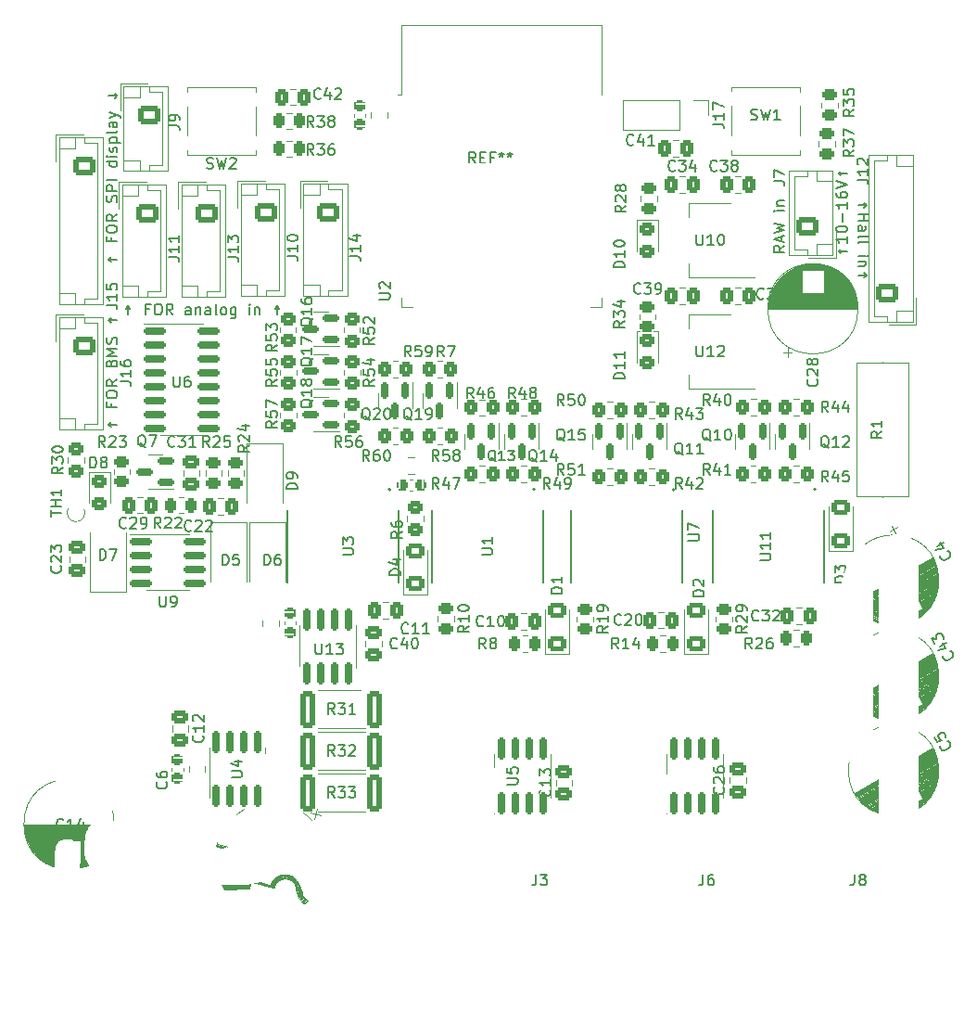
<source format=gto>
G04 #@! TF.GenerationSoftware,KiCad,Pcbnew,(6.0.7)*
G04 #@! TF.CreationDate,2022-12-27T15:36:50+11:00*
G04 #@! TF.ProjectId,esp32_esc,65737033-325f-4657-9363-2e6b69636164,rev?*
G04 #@! TF.SameCoordinates,Original*
G04 #@! TF.FileFunction,Legend,Top*
G04 #@! TF.FilePolarity,Positive*
%FSLAX46Y46*%
G04 Gerber Fmt 4.6, Leading zero omitted, Abs format (unit mm)*
G04 Created by KiCad (PCBNEW (6.0.7)) date 2022-12-27 15:36:50*
%MOMM*%
%LPD*%
G01*
G04 APERTURE LIST*
G04 Aperture macros list*
%AMRoundRect*
0 Rectangle with rounded corners*
0 $1 Rounding radius*
0 $2 $3 $4 $5 $6 $7 $8 $9 X,Y pos of 4 corners*
0 Add a 4 corners polygon primitive as box body*
4,1,4,$2,$3,$4,$5,$6,$7,$8,$9,$2,$3,0*
0 Add four circle primitives for the rounded corners*
1,1,$1+$1,$2,$3*
1,1,$1+$1,$4,$5*
1,1,$1+$1,$6,$7*
1,1,$1+$1,$8,$9*
0 Add four rect primitives between the rounded corners*
20,1,$1+$1,$2,$3,$4,$5,0*
20,1,$1+$1,$4,$5,$6,$7,0*
20,1,$1+$1,$6,$7,$8,$9,0*
20,1,$1+$1,$8,$9,$2,$3,0*%
%AMRotRect*
0 Rectangle, with rotation*
0 The origin of the aperture is its center*
0 $1 length*
0 $2 width*
0 $3 Rotation angle, in degrees counterclockwise*
0 Add horizontal line*
21,1,$1,$2,0,0,$3*%
%AMFreePoly0*
4,1,13,0.587500,-0.725000,0.100000,-0.725000,0.100000,-2.000000,0.080902,-2.058779,0.030902,-2.095106,-0.030902,-2.095106,-0.080902,-2.058779,-0.100000,-2.000000,-0.100000,-0.725000,-0.587500,-0.725000,-0.587500,0.725000,0.587500,0.725000,0.587500,-0.725000,0.587500,-0.725000,$1*%
%AMFreePoly1*
4,1,32,7.000000,-2.500000,0.000000,-2.500000,0.000000,-2.495067,-0.156976,-2.495067,-0.468453,-2.455718,-0.772542,-2.377641,-1.064448,-2.262068,-1.339567,-2.110820,-1.593560,-1.926283,-1.822422,-1.711368,-2.022542,-1.469463,-2.190767,-1.204384,-2.324441,-0.920311,-2.421458,-0.621725,-2.480287,-0.313333,-2.500000,0.000000,-2.480287,0.313333,-2.421458,0.621725,-2.324441,0.920311,-2.190767,1.204384,
-2.022542,1.469463,-1.822422,1.711368,-1.593560,1.926283,-1.339567,2.110820,-1.064448,2.262068,-0.772542,2.377641,-0.468453,2.455718,-0.156976,2.495067,0.000000,2.495067,0.000000,2.500000,7.000000,2.500000,7.000000,-2.500000,7.000000,-2.500000,$1*%
G04 Aperture macros list end*
%ADD10C,0.150000*%
%ADD11C,0.140000*%
%ADD12C,0.120000*%
%ADD13C,0.200000*%
%ADD14C,0.127000*%
%ADD15RotRect,2.000000X2.000000X255.000000*%
%ADD16C,2.000000*%
%ADD17R,1.600000X1.600000*%
%ADD18C,1.600000*%
%ADD19R,4.000000X4.000000*%
%ADD20RoundRect,0.237500X0.237500X-0.300000X0.237500X0.300000X-0.237500X0.300000X-0.237500X-0.300000X0*%
%ADD21FreePoly0,90.000000*%
%ADD22RoundRect,0.250000X-0.450000X0.262500X-0.450000X-0.262500X0.450000X-0.262500X0.450000X0.262500X0*%
%ADD23RoundRect,0.249999X-0.450001X-1.425001X0.450001X-1.425001X0.450001X1.425001X-0.450001X1.425001X0*%
%ADD24RoundRect,0.250000X-0.475000X0.337500X-0.475000X-0.337500X0.475000X-0.337500X0.475000X0.337500X0*%
%ADD25RoundRect,0.250000X0.262500X0.450000X-0.262500X0.450000X-0.262500X-0.450000X0.262500X-0.450000X0*%
%ADD26RoundRect,0.250000X0.350000X0.450000X-0.350000X0.450000X-0.350000X-0.450000X0.350000X-0.450000X0*%
%ADD27FreePoly1,0.000000*%
%ADD28RoundRect,0.250000X-0.337500X-0.475000X0.337500X-0.475000X0.337500X0.475000X-0.337500X0.475000X0*%
%ADD29RoundRect,0.250000X-0.450000X0.325000X-0.450000X-0.325000X0.450000X-0.325000X0.450000X0.325000X0*%
%ADD30RoundRect,0.250000X0.337500X0.475000X-0.337500X0.475000X-0.337500X-0.475000X0.337500X-0.475000X0*%
%ADD31C,3.200000*%
%ADD32RoundRect,0.250000X0.475000X-0.337500X0.475000X0.337500X-0.475000X0.337500X-0.475000X-0.337500X0*%
%ADD33R,1.318000X1.318000*%
%ADD34C,1.318000*%
%ADD35RoundRect,0.250000X-0.750000X0.600000X-0.750000X-0.600000X0.750000X-0.600000X0.750000X0.600000X0*%
%ADD36O,2.000000X1.700000*%
%ADD37RoundRect,0.250000X0.450000X-0.350000X0.450000X0.350000X-0.450000X0.350000X-0.450000X-0.350000X0*%
%ADD38RoundRect,0.150000X-0.150000X0.587500X-0.150000X-0.587500X0.150000X-0.587500X0.150000X0.587500X0*%
%ADD39R,1.800000X2.500000*%
%ADD40RoundRect,0.237500X-0.237500X0.300000X-0.237500X-0.300000X0.237500X-0.300000X0.237500X0.300000X0*%
%ADD41FreePoly0,270.000000*%
%ADD42FreePoly1,180.000000*%
%ADD43RoundRect,0.250000X-0.725000X0.600000X-0.725000X-0.600000X0.725000X-0.600000X0.725000X0.600000X0*%
%ADD44O,1.950000X1.700000*%
%ADD45RoundRect,0.150000X-0.825000X-0.150000X0.825000X-0.150000X0.825000X0.150000X-0.825000X0.150000X0*%
%ADD46R,1.700000X1.700000*%
%ADD47O,1.700000X1.700000*%
%ADD48RoundRect,0.250000X-0.262500X-0.450000X0.262500X-0.450000X0.262500X0.450000X-0.262500X0.450000X0*%
%ADD49R,2.000000X1.500000*%
%ADD50R,2.000000X3.800000*%
%ADD51RoundRect,0.250001X0.624999X-0.462499X0.624999X0.462499X-0.624999X0.462499X-0.624999X-0.462499X0*%
%ADD52RoundRect,0.150000X0.150000X-0.825000X0.150000X0.825000X-0.150000X0.825000X-0.150000X-0.825000X0*%
%ADD53RotRect,1.600000X1.600000X300.000000*%
%ADD54RoundRect,0.250000X0.725000X-0.600000X0.725000X0.600000X-0.725000X0.600000X-0.725000X-0.600000X0*%
%ADD55RoundRect,0.150000X0.587500X0.150000X-0.587500X0.150000X-0.587500X-0.150000X0.587500X-0.150000X0*%
%ADD56C,2.400000*%
%ADD57O,2.400000X2.400000*%
%ADD58RoundRect,0.250000X0.450000X-0.262500X0.450000X0.262500X-0.450000X0.262500X-0.450000X-0.262500X0*%
%ADD59R,2.750000X1.000000*%
%ADD60RoundRect,0.237500X-0.300000X-0.237500X0.300000X-0.237500X0.300000X0.237500X-0.300000X0.237500X0*%
%ADD61FreePoly0,0.000000*%
%ADD62R,2.000000X0.900000*%
%ADD63R,0.900000X2.000000*%
%ADD64R,5.000000X5.000000*%
%ADD65C,1.400000*%
%ADD66O,1.400000X1.400000*%
%ADD67RoundRect,0.250000X0.750000X-0.600000X0.750000X0.600000X-0.750000X0.600000X-0.750000X-0.600000X0*%
%ADD68R,1.905000X2.000000*%
%ADD69O,1.905000X2.000000*%
%ADD70C,3.000000*%
G04 APERTURE END LIST*
D10*
X113847619Y-46339523D02*
X114609523Y-46339523D01*
X114419047Y-46149047D02*
X114609523Y-46339523D01*
X114419047Y-46530000D01*
X113847619Y-47196666D02*
X114847619Y-47196666D01*
X114371428Y-47196666D02*
X114371428Y-47768095D01*
X113847619Y-47768095D02*
X114847619Y-47768095D01*
X113847619Y-48672857D02*
X114371428Y-48672857D01*
X114466666Y-48625238D01*
X114514285Y-48530000D01*
X114514285Y-48339523D01*
X114466666Y-48244285D01*
X113895238Y-48672857D02*
X113847619Y-48577619D01*
X113847619Y-48339523D01*
X113895238Y-48244285D01*
X113990476Y-48196666D01*
X114085714Y-48196666D01*
X114180952Y-48244285D01*
X114228571Y-48339523D01*
X114228571Y-48577619D01*
X114276190Y-48672857D01*
X113847619Y-49291904D02*
X113895238Y-49196666D01*
X113990476Y-49149047D01*
X114847619Y-49149047D01*
X113847619Y-49815714D02*
X113895238Y-49720476D01*
X113990476Y-49672857D01*
X114847619Y-49672857D01*
X113847619Y-50958571D02*
X114514285Y-50958571D01*
X114847619Y-50958571D02*
X114800000Y-50910952D01*
X114752380Y-50958571D01*
X114800000Y-51006190D01*
X114847619Y-50958571D01*
X114752380Y-50958571D01*
X114514285Y-51434761D02*
X113847619Y-51434761D01*
X114419047Y-51434761D02*
X114466666Y-51482380D01*
X114514285Y-51577619D01*
X114514285Y-51720476D01*
X114466666Y-51815714D01*
X114371428Y-51863333D01*
X113847619Y-51863333D01*
X113847619Y-52720476D02*
X114609523Y-52720476D01*
X114419047Y-52530000D02*
X114609523Y-52720476D01*
X114419047Y-52910952D01*
X107132380Y-50021904D02*
X106656190Y-50355238D01*
X107132380Y-50593333D02*
X106132380Y-50593333D01*
X106132380Y-50212380D01*
X106180000Y-50117142D01*
X106227619Y-50069523D01*
X106322857Y-50021904D01*
X106465714Y-50021904D01*
X106560952Y-50069523D01*
X106608571Y-50117142D01*
X106656190Y-50212380D01*
X106656190Y-50593333D01*
X106846666Y-49640952D02*
X106846666Y-49164761D01*
X107132380Y-49736190D02*
X106132380Y-49402857D01*
X107132380Y-49069523D01*
X106132380Y-48831428D02*
X107132380Y-48593333D01*
X106418095Y-48402857D01*
X107132380Y-48212380D01*
X106132380Y-47974285D01*
X107132380Y-46831428D02*
X106465714Y-46831428D01*
X106132380Y-46831428D02*
X106180000Y-46879047D01*
X106227619Y-46831428D01*
X106180000Y-46783809D01*
X106132380Y-46831428D01*
X106227619Y-46831428D01*
X106465714Y-46355238D02*
X107132380Y-46355238D01*
X106560952Y-46355238D02*
X106513333Y-46307619D01*
X106465714Y-46212380D01*
X106465714Y-46069523D01*
X106513333Y-45974285D01*
X106608571Y-45926666D01*
X107132380Y-45926666D01*
X112847380Y-50561428D02*
X112085476Y-50561428D01*
X112275952Y-50751904D02*
X112085476Y-50561428D01*
X112275952Y-50370952D01*
X112847380Y-49180476D02*
X112847380Y-49751904D01*
X112847380Y-49466190D02*
X111847380Y-49466190D01*
X111990238Y-49561428D01*
X112085476Y-49656666D01*
X112133095Y-49751904D01*
X111847380Y-48561428D02*
X111847380Y-48466190D01*
X111895000Y-48370952D01*
X111942619Y-48323333D01*
X112037857Y-48275714D01*
X112228333Y-48228095D01*
X112466428Y-48228095D01*
X112656904Y-48275714D01*
X112752142Y-48323333D01*
X112799761Y-48370952D01*
X112847380Y-48466190D01*
X112847380Y-48561428D01*
X112799761Y-48656666D01*
X112752142Y-48704285D01*
X112656904Y-48751904D01*
X112466428Y-48799523D01*
X112228333Y-48799523D01*
X112037857Y-48751904D01*
X111942619Y-48704285D01*
X111895000Y-48656666D01*
X111847380Y-48561428D01*
X112466428Y-47799523D02*
X112466428Y-47037619D01*
X112847380Y-46037619D02*
X112847380Y-46609047D01*
X112847380Y-46323333D02*
X111847380Y-46323333D01*
X111990238Y-46418571D01*
X112085476Y-46513809D01*
X112133095Y-46609047D01*
X111847380Y-45180476D02*
X111847380Y-45370952D01*
X111895000Y-45466190D01*
X111942619Y-45513809D01*
X112085476Y-45609047D01*
X112275952Y-45656666D01*
X112656904Y-45656666D01*
X112752142Y-45609047D01*
X112799761Y-45561428D01*
X112847380Y-45466190D01*
X112847380Y-45275714D01*
X112799761Y-45180476D01*
X112752142Y-45132857D01*
X112656904Y-45085238D01*
X112418809Y-45085238D01*
X112323571Y-45132857D01*
X112275952Y-45180476D01*
X112228333Y-45275714D01*
X112228333Y-45466190D01*
X112275952Y-45561428D01*
X112323571Y-45609047D01*
X112418809Y-45656666D01*
X111847380Y-44799523D02*
X112847380Y-44466190D01*
X111847380Y-44132857D01*
X112847380Y-43418571D02*
X112085476Y-43418571D01*
X112275952Y-43609047D02*
X112085476Y-43418571D01*
X112275952Y-43228095D01*
X47165476Y-56332380D02*
X47165476Y-55570476D01*
X46974999Y-55760952D02*
X47165476Y-55570476D01*
X47355952Y-55760952D01*
X49117857Y-55808571D02*
X48784523Y-55808571D01*
X48784523Y-56332380D02*
X48784523Y-55332380D01*
X49260714Y-55332380D01*
X49832142Y-55332380D02*
X50022619Y-55332380D01*
X50117857Y-55380000D01*
X50213095Y-55475238D01*
X50260714Y-55665714D01*
X50260714Y-55999047D01*
X50213095Y-56189523D01*
X50117857Y-56284761D01*
X50022619Y-56332380D01*
X49832142Y-56332380D01*
X49736904Y-56284761D01*
X49641666Y-56189523D01*
X49594047Y-55999047D01*
X49594047Y-55665714D01*
X49641666Y-55475238D01*
X49736904Y-55380000D01*
X49832142Y-55332380D01*
X51260714Y-56332380D02*
X50927380Y-55856190D01*
X50689285Y-56332380D02*
X50689285Y-55332380D01*
X51070238Y-55332380D01*
X51165476Y-55380000D01*
X51213095Y-55427619D01*
X51260714Y-55522857D01*
X51260714Y-55665714D01*
X51213095Y-55760952D01*
X51165476Y-55808571D01*
X51070238Y-55856190D01*
X50689285Y-55856190D01*
X52879761Y-56332380D02*
X52879761Y-55808571D01*
X52832142Y-55713333D01*
X52736904Y-55665714D01*
X52546428Y-55665714D01*
X52451190Y-55713333D01*
X52879761Y-56284761D02*
X52784523Y-56332380D01*
X52546428Y-56332380D01*
X52451190Y-56284761D01*
X52403571Y-56189523D01*
X52403571Y-56094285D01*
X52451190Y-55999047D01*
X52546428Y-55951428D01*
X52784523Y-55951428D01*
X52879761Y-55903809D01*
X53355952Y-55665714D02*
X53355952Y-56332380D01*
X53355952Y-55760952D02*
X53403571Y-55713333D01*
X53498809Y-55665714D01*
X53641666Y-55665714D01*
X53736904Y-55713333D01*
X53784523Y-55808571D01*
X53784523Y-56332380D01*
X54689285Y-56332380D02*
X54689285Y-55808571D01*
X54641666Y-55713333D01*
X54546428Y-55665714D01*
X54355952Y-55665714D01*
X54260714Y-55713333D01*
X54689285Y-56284761D02*
X54594047Y-56332380D01*
X54355952Y-56332380D01*
X54260714Y-56284761D01*
X54213095Y-56189523D01*
X54213095Y-56094285D01*
X54260714Y-55999047D01*
X54355952Y-55951428D01*
X54594047Y-55951428D01*
X54689285Y-55903809D01*
X55308333Y-56332380D02*
X55213095Y-56284761D01*
X55165476Y-56189523D01*
X55165476Y-55332380D01*
X55832142Y-56332380D02*
X55736904Y-56284761D01*
X55689285Y-56237142D01*
X55641666Y-56141904D01*
X55641666Y-55856190D01*
X55689285Y-55760952D01*
X55736904Y-55713333D01*
X55832142Y-55665714D01*
X55975000Y-55665714D01*
X56070238Y-55713333D01*
X56117857Y-55760952D01*
X56165476Y-55856190D01*
X56165476Y-56141904D01*
X56117857Y-56237142D01*
X56070238Y-56284761D01*
X55975000Y-56332380D01*
X55832142Y-56332380D01*
X57022619Y-55665714D02*
X57022619Y-56475238D01*
X56975000Y-56570476D01*
X56927380Y-56618095D01*
X56832142Y-56665714D01*
X56689285Y-56665714D01*
X56594047Y-56618095D01*
X57022619Y-56284761D02*
X56927380Y-56332380D01*
X56736904Y-56332380D01*
X56641666Y-56284761D01*
X56594047Y-56237142D01*
X56546428Y-56141904D01*
X56546428Y-55856190D01*
X56594047Y-55760952D01*
X56641666Y-55713333D01*
X56736904Y-55665714D01*
X56927380Y-55665714D01*
X57022619Y-55713333D01*
X58260714Y-56332380D02*
X58260714Y-55665714D01*
X58260714Y-55332380D02*
X58213095Y-55380000D01*
X58260714Y-55427619D01*
X58308333Y-55380000D01*
X58260714Y-55332380D01*
X58260714Y-55427619D01*
X58736904Y-55665714D02*
X58736904Y-56332380D01*
X58736904Y-55760952D02*
X58784523Y-55713333D01*
X58879761Y-55665714D01*
X59022619Y-55665714D01*
X59117857Y-55713333D01*
X59165476Y-55808571D01*
X59165476Y-56332380D01*
X60784523Y-56332380D02*
X60784523Y-55570476D01*
X60594047Y-55760952D02*
X60784523Y-55570476D01*
X60974999Y-55760952D01*
X46172380Y-51267380D02*
X45410476Y-51267380D01*
X45600952Y-51457857D02*
X45410476Y-51267380D01*
X45600952Y-51076904D01*
X45648571Y-49315000D02*
X45648571Y-49648333D01*
X46172380Y-49648333D02*
X45172380Y-49648333D01*
X45172380Y-49172142D01*
X45172380Y-48600714D02*
X45172380Y-48410238D01*
X45220000Y-48315000D01*
X45315238Y-48219761D01*
X45505714Y-48172142D01*
X45839047Y-48172142D01*
X46029523Y-48219761D01*
X46124761Y-48315000D01*
X46172380Y-48410238D01*
X46172380Y-48600714D01*
X46124761Y-48695952D01*
X46029523Y-48791190D01*
X45839047Y-48838809D01*
X45505714Y-48838809D01*
X45315238Y-48791190D01*
X45220000Y-48695952D01*
X45172380Y-48600714D01*
X46172380Y-47172142D02*
X45696190Y-47505476D01*
X46172380Y-47743571D02*
X45172380Y-47743571D01*
X45172380Y-47362619D01*
X45220000Y-47267380D01*
X45267619Y-47219761D01*
X45362857Y-47172142D01*
X45505714Y-47172142D01*
X45600952Y-47219761D01*
X45648571Y-47267380D01*
X45696190Y-47362619D01*
X45696190Y-47743571D01*
X46124761Y-46029285D02*
X46172380Y-45886428D01*
X46172380Y-45648333D01*
X46124761Y-45553095D01*
X46077142Y-45505476D01*
X45981904Y-45457857D01*
X45886666Y-45457857D01*
X45791428Y-45505476D01*
X45743809Y-45553095D01*
X45696190Y-45648333D01*
X45648571Y-45838809D01*
X45600952Y-45934047D01*
X45553333Y-45981666D01*
X45458095Y-46029285D01*
X45362857Y-46029285D01*
X45267619Y-45981666D01*
X45220000Y-45934047D01*
X45172380Y-45838809D01*
X45172380Y-45600714D01*
X45220000Y-45457857D01*
X46172380Y-45029285D02*
X45172380Y-45029285D01*
X45172380Y-44648333D01*
X45220000Y-44553095D01*
X45267619Y-44505476D01*
X45362857Y-44457857D01*
X45505714Y-44457857D01*
X45600952Y-44505476D01*
X45648571Y-44553095D01*
X45696190Y-44648333D01*
X45696190Y-45029285D01*
X46172380Y-44029285D02*
X45172380Y-44029285D01*
X46172380Y-42362619D02*
X45172380Y-42362619D01*
X46124761Y-42362619D02*
X46172380Y-42457857D01*
X46172380Y-42648333D01*
X46124761Y-42743571D01*
X46077142Y-42791190D01*
X45981904Y-42838809D01*
X45696190Y-42838809D01*
X45600952Y-42791190D01*
X45553333Y-42743571D01*
X45505714Y-42648333D01*
X45505714Y-42457857D01*
X45553333Y-42362619D01*
X46172380Y-41886428D02*
X45505714Y-41886428D01*
X45172380Y-41886428D02*
X45220000Y-41934047D01*
X45267619Y-41886428D01*
X45220000Y-41838809D01*
X45172380Y-41886428D01*
X45267619Y-41886428D01*
X46124761Y-41457857D02*
X46172380Y-41362619D01*
X46172380Y-41172142D01*
X46124761Y-41076904D01*
X46029523Y-41029285D01*
X45981904Y-41029285D01*
X45886666Y-41076904D01*
X45839047Y-41172142D01*
X45839047Y-41315000D01*
X45791428Y-41410238D01*
X45696190Y-41457857D01*
X45648571Y-41457857D01*
X45553333Y-41410238D01*
X45505714Y-41315000D01*
X45505714Y-41172142D01*
X45553333Y-41076904D01*
X45505714Y-40600714D02*
X46505714Y-40600714D01*
X45553333Y-40600714D02*
X45505714Y-40505476D01*
X45505714Y-40315000D01*
X45553333Y-40219761D01*
X45600952Y-40172142D01*
X45696190Y-40124523D01*
X45981904Y-40124523D01*
X46077142Y-40172142D01*
X46124761Y-40219761D01*
X46172380Y-40315000D01*
X46172380Y-40505476D01*
X46124761Y-40600714D01*
X46172380Y-39553095D02*
X46124761Y-39648333D01*
X46029523Y-39695952D01*
X45172380Y-39695952D01*
X46172380Y-38743571D02*
X45648571Y-38743571D01*
X45553333Y-38791190D01*
X45505714Y-38886428D01*
X45505714Y-39076904D01*
X45553333Y-39172142D01*
X46124761Y-38743571D02*
X46172380Y-38838809D01*
X46172380Y-39076904D01*
X46124761Y-39172142D01*
X46029523Y-39219761D01*
X45934285Y-39219761D01*
X45839047Y-39172142D01*
X45791428Y-39076904D01*
X45791428Y-38838809D01*
X45743809Y-38743571D01*
X45505714Y-38362619D02*
X46172380Y-38124523D01*
X45505714Y-37886428D02*
X46172380Y-38124523D01*
X46410476Y-38219761D01*
X46458095Y-38267380D01*
X46505714Y-38362619D01*
X45410476Y-36362619D02*
X46172380Y-36362619D01*
X45981904Y-36172142D02*
X46172380Y-36362619D01*
X45981904Y-36553095D01*
X46172380Y-66356904D02*
X45410476Y-66356904D01*
X45600952Y-66547380D02*
X45410476Y-66356904D01*
X45600952Y-66166428D01*
X45648571Y-64404523D02*
X45648571Y-64737857D01*
X46172380Y-64737857D02*
X45172380Y-64737857D01*
X45172380Y-64261666D01*
X45172380Y-63690238D02*
X45172380Y-63499761D01*
X45220000Y-63404523D01*
X45315238Y-63309285D01*
X45505714Y-63261666D01*
X45839047Y-63261666D01*
X46029523Y-63309285D01*
X46124761Y-63404523D01*
X46172380Y-63499761D01*
X46172380Y-63690238D01*
X46124761Y-63785476D01*
X46029523Y-63880714D01*
X45839047Y-63928333D01*
X45505714Y-63928333D01*
X45315238Y-63880714D01*
X45220000Y-63785476D01*
X45172380Y-63690238D01*
X46172380Y-62261666D02*
X45696190Y-62595000D01*
X46172380Y-62833095D02*
X45172380Y-62833095D01*
X45172380Y-62452142D01*
X45220000Y-62356904D01*
X45267619Y-62309285D01*
X45362857Y-62261666D01*
X45505714Y-62261666D01*
X45600952Y-62309285D01*
X45648571Y-62356904D01*
X45696190Y-62452142D01*
X45696190Y-62833095D01*
X45648571Y-60737857D02*
X45696190Y-60595000D01*
X45743809Y-60547380D01*
X45839047Y-60499761D01*
X45981904Y-60499761D01*
X46077142Y-60547380D01*
X46124761Y-60595000D01*
X46172380Y-60690238D01*
X46172380Y-61071190D01*
X45172380Y-61071190D01*
X45172380Y-60737857D01*
X45220000Y-60642619D01*
X45267619Y-60595000D01*
X45362857Y-60547380D01*
X45458095Y-60547380D01*
X45553333Y-60595000D01*
X45600952Y-60642619D01*
X45648571Y-60737857D01*
X45648571Y-61071190D01*
X46172380Y-60071190D02*
X45172380Y-60071190D01*
X45886666Y-59737857D01*
X45172380Y-59404523D01*
X46172380Y-59404523D01*
X46124761Y-58975952D02*
X46172380Y-58833095D01*
X46172380Y-58595000D01*
X46124761Y-58499761D01*
X46077142Y-58452142D01*
X45981904Y-58404523D01*
X45886666Y-58404523D01*
X45791428Y-58452142D01*
X45743809Y-58499761D01*
X45696190Y-58595000D01*
X45648571Y-58785476D01*
X45600952Y-58880714D01*
X45553333Y-58928333D01*
X45458095Y-58975952D01*
X45362857Y-58975952D01*
X45267619Y-58928333D01*
X45220000Y-58880714D01*
X45172380Y-58785476D01*
X45172380Y-58547380D01*
X45220000Y-58404523D01*
X46172380Y-56833095D02*
X45410476Y-56833095D01*
X45600952Y-57023571D02*
X45410476Y-56833095D01*
X45600952Y-56642619D01*
X41267142Y-103227142D02*
X41219523Y-103274761D01*
X41076666Y-103322380D01*
X40981428Y-103322380D01*
X40838571Y-103274761D01*
X40743333Y-103179523D01*
X40695714Y-103084285D01*
X40648095Y-102893809D01*
X40648095Y-102750952D01*
X40695714Y-102560476D01*
X40743333Y-102465238D01*
X40838571Y-102370000D01*
X40981428Y-102322380D01*
X41076666Y-102322380D01*
X41219523Y-102370000D01*
X41267142Y-102417619D01*
X42219523Y-103322380D02*
X41648095Y-103322380D01*
X41933809Y-103322380D02*
X41933809Y-102322380D01*
X41838571Y-102465238D01*
X41743333Y-102560476D01*
X41648095Y-102608095D01*
X43076666Y-102655714D02*
X43076666Y-103322380D01*
X42838571Y-102274761D02*
X42600476Y-102989047D01*
X43219523Y-102989047D01*
X78930666Y-42512380D02*
X78597333Y-42036190D01*
X78359238Y-42512380D02*
X78359238Y-41512380D01*
X78740190Y-41512380D01*
X78835428Y-41560000D01*
X78883047Y-41607619D01*
X78930666Y-41702857D01*
X78930666Y-41845714D01*
X78883047Y-41940952D01*
X78835428Y-41988571D01*
X78740190Y-42036190D01*
X78359238Y-42036190D01*
X79359238Y-41988571D02*
X79692571Y-41988571D01*
X79835428Y-42512380D02*
X79359238Y-42512380D01*
X79359238Y-41512380D01*
X79835428Y-41512380D01*
X80597333Y-41988571D02*
X80264000Y-41988571D01*
X80264000Y-42512380D02*
X80264000Y-41512380D01*
X80740190Y-41512380D01*
X81264000Y-41512380D02*
X81264000Y-41750476D01*
X81025904Y-41655238D02*
X81264000Y-41750476D01*
X81502095Y-41655238D01*
X81121142Y-41940952D02*
X81264000Y-41750476D01*
X81406857Y-41940952D01*
X82025904Y-41512380D02*
X82025904Y-41750476D01*
X81787809Y-41655238D02*
X82025904Y-41750476D01*
X82264000Y-41655238D01*
X81883047Y-41940952D02*
X82025904Y-41750476D01*
X82168761Y-41940952D01*
X45077142Y-68397380D02*
X44743809Y-67921190D01*
X44505714Y-68397380D02*
X44505714Y-67397380D01*
X44886666Y-67397380D01*
X44981904Y-67445000D01*
X45029523Y-67492619D01*
X45077142Y-67587857D01*
X45077142Y-67730714D01*
X45029523Y-67825952D01*
X44981904Y-67873571D01*
X44886666Y-67921190D01*
X44505714Y-67921190D01*
X45458095Y-67492619D02*
X45505714Y-67445000D01*
X45600952Y-67397380D01*
X45839047Y-67397380D01*
X45934285Y-67445000D01*
X45981904Y-67492619D01*
X46029523Y-67587857D01*
X46029523Y-67683095D01*
X45981904Y-67825952D01*
X45410476Y-68397380D01*
X46029523Y-68397380D01*
X46362857Y-67397380D02*
X46981904Y-67397380D01*
X46648571Y-67778333D01*
X46791428Y-67778333D01*
X46886666Y-67825952D01*
X46934285Y-67873571D01*
X46981904Y-67968809D01*
X46981904Y-68206904D01*
X46934285Y-68302142D01*
X46886666Y-68349761D01*
X46791428Y-68397380D01*
X46505714Y-68397380D01*
X46410476Y-68349761D01*
X46362857Y-68302142D01*
X66032142Y-100401380D02*
X65698809Y-99925190D01*
X65460714Y-100401380D02*
X65460714Y-99401380D01*
X65841666Y-99401380D01*
X65936904Y-99449000D01*
X65984523Y-99496619D01*
X66032142Y-99591857D01*
X66032142Y-99734714D01*
X65984523Y-99829952D01*
X65936904Y-99877571D01*
X65841666Y-99925190D01*
X65460714Y-99925190D01*
X66365476Y-99401380D02*
X66984523Y-99401380D01*
X66651190Y-99782333D01*
X66794047Y-99782333D01*
X66889285Y-99829952D01*
X66936904Y-99877571D01*
X66984523Y-99972809D01*
X66984523Y-100210904D01*
X66936904Y-100306142D01*
X66889285Y-100353761D01*
X66794047Y-100401380D01*
X66508333Y-100401380D01*
X66413095Y-100353761D01*
X66365476Y-100306142D01*
X67317857Y-99401380D02*
X67936904Y-99401380D01*
X67603571Y-99782333D01*
X67746428Y-99782333D01*
X67841666Y-99829952D01*
X67889285Y-99877571D01*
X67936904Y-99972809D01*
X67936904Y-100210904D01*
X67889285Y-100306142D01*
X67841666Y-100353761D01*
X67746428Y-100401380D01*
X67460714Y-100401380D01*
X67365476Y-100353761D01*
X67317857Y-100306142D01*
X53980142Y-94749857D02*
X54027761Y-94797476D01*
X54075380Y-94940333D01*
X54075380Y-95035571D01*
X54027761Y-95178428D01*
X53932523Y-95273666D01*
X53837285Y-95321285D01*
X53646809Y-95368904D01*
X53503952Y-95368904D01*
X53313476Y-95321285D01*
X53218238Y-95273666D01*
X53123000Y-95178428D01*
X53075380Y-95035571D01*
X53075380Y-94940333D01*
X53123000Y-94797476D01*
X53170619Y-94749857D01*
X54075380Y-93797476D02*
X54075380Y-94368904D01*
X54075380Y-94083190D02*
X53075380Y-94083190D01*
X53218238Y-94178428D01*
X53313476Y-94273666D01*
X53361095Y-94368904D01*
X53170619Y-93416523D02*
X53123000Y-93368904D01*
X53075380Y-93273666D01*
X53075380Y-93035571D01*
X53123000Y-92940333D01*
X53170619Y-92892714D01*
X53265857Y-92845095D01*
X53361095Y-92845095D01*
X53503952Y-92892714D01*
X54075380Y-93464142D01*
X54075380Y-92845095D01*
X79843333Y-86812380D02*
X79510000Y-86336190D01*
X79271904Y-86812380D02*
X79271904Y-85812380D01*
X79652857Y-85812380D01*
X79748095Y-85860000D01*
X79795714Y-85907619D01*
X79843333Y-86002857D01*
X79843333Y-86145714D01*
X79795714Y-86240952D01*
X79748095Y-86288571D01*
X79652857Y-86336190D01*
X79271904Y-86336190D01*
X80414761Y-86240952D02*
X80319523Y-86193333D01*
X80271904Y-86145714D01*
X80224285Y-86050476D01*
X80224285Y-86002857D01*
X80271904Y-85907619D01*
X80319523Y-85860000D01*
X80414761Y-85812380D01*
X80605238Y-85812380D01*
X80700476Y-85860000D01*
X80748095Y-85907619D01*
X80795714Y-86002857D01*
X80795714Y-86050476D01*
X80748095Y-86145714D01*
X80700476Y-86193333D01*
X80605238Y-86240952D01*
X80414761Y-86240952D01*
X80319523Y-86288571D01*
X80271904Y-86336190D01*
X80224285Y-86431428D01*
X80224285Y-86621904D01*
X80271904Y-86717142D01*
X80319523Y-86764761D01*
X80414761Y-86812380D01*
X80605238Y-86812380D01*
X80700476Y-86764761D01*
X80748095Y-86717142D01*
X80795714Y-86621904D01*
X80795714Y-86431428D01*
X80748095Y-86336190D01*
X80700476Y-86288571D01*
X80605238Y-86240952D01*
X69207142Y-69667380D02*
X68873809Y-69191190D01*
X68635714Y-69667380D02*
X68635714Y-68667380D01*
X69016666Y-68667380D01*
X69111904Y-68715000D01*
X69159523Y-68762619D01*
X69207142Y-68857857D01*
X69207142Y-69000714D01*
X69159523Y-69095952D01*
X69111904Y-69143571D01*
X69016666Y-69191190D01*
X68635714Y-69191190D01*
X70064285Y-68667380D02*
X69873809Y-68667380D01*
X69778571Y-68715000D01*
X69730952Y-68762619D01*
X69635714Y-68905476D01*
X69588095Y-69095952D01*
X69588095Y-69476904D01*
X69635714Y-69572142D01*
X69683333Y-69619761D01*
X69778571Y-69667380D01*
X69969047Y-69667380D01*
X70064285Y-69619761D01*
X70111904Y-69572142D01*
X70159523Y-69476904D01*
X70159523Y-69238809D01*
X70111904Y-69143571D01*
X70064285Y-69095952D01*
X69969047Y-69048333D01*
X69778571Y-69048333D01*
X69683333Y-69095952D01*
X69635714Y-69143571D01*
X69588095Y-69238809D01*
X70778571Y-68667380D02*
X70873809Y-68667380D01*
X70969047Y-68715000D01*
X71016666Y-68762619D01*
X71064285Y-68857857D01*
X71111904Y-69048333D01*
X71111904Y-69286428D01*
X71064285Y-69476904D01*
X71016666Y-69572142D01*
X70969047Y-69619761D01*
X70873809Y-69667380D01*
X70778571Y-69667380D01*
X70683333Y-69619761D01*
X70635714Y-69572142D01*
X70588095Y-69476904D01*
X70540476Y-69286428D01*
X70540476Y-69048333D01*
X70588095Y-68857857D01*
X70635714Y-68762619D01*
X70683333Y-68715000D01*
X70778571Y-68667380D01*
X92527380Y-56930793D02*
X92051190Y-57264126D01*
X92527380Y-57502221D02*
X91527380Y-57502221D01*
X91527380Y-57121269D01*
X91575000Y-57026031D01*
X91622619Y-56978412D01*
X91717857Y-56930793D01*
X91860714Y-56930793D01*
X91955952Y-56978412D01*
X92003571Y-57026031D01*
X92051190Y-57121269D01*
X92051190Y-57502221D01*
X91527380Y-56597459D02*
X91527380Y-55978412D01*
X91908333Y-56311745D01*
X91908333Y-56168888D01*
X91955952Y-56073650D01*
X92003571Y-56026031D01*
X92098809Y-55978412D01*
X92336904Y-55978412D01*
X92432142Y-56026031D01*
X92479761Y-56073650D01*
X92527380Y-56168888D01*
X92527380Y-56454602D01*
X92479761Y-56549840D01*
X92432142Y-56597459D01*
X91860714Y-55121269D02*
X92527380Y-55121269D01*
X91479761Y-55359364D02*
X92194047Y-55597459D01*
X92194047Y-54978412D01*
X93337142Y-40770142D02*
X93289523Y-40817761D01*
X93146666Y-40865380D01*
X93051428Y-40865380D01*
X92908571Y-40817761D01*
X92813333Y-40722523D01*
X92765714Y-40627285D01*
X92718095Y-40436809D01*
X92718095Y-40293952D01*
X92765714Y-40103476D01*
X92813333Y-40008238D01*
X92908571Y-39913000D01*
X93051428Y-39865380D01*
X93146666Y-39865380D01*
X93289523Y-39913000D01*
X93337142Y-39960619D01*
X94194285Y-40198714D02*
X94194285Y-40865380D01*
X93956190Y-39817761D02*
X93718095Y-40532047D01*
X94337142Y-40532047D01*
X95241904Y-40865380D02*
X94670476Y-40865380D01*
X94956190Y-40865380D02*
X94956190Y-39865380D01*
X94860952Y-40008238D01*
X94765714Y-40103476D01*
X94670476Y-40151095D01*
X92527380Y-62174285D02*
X91527380Y-62174285D01*
X91527380Y-61936190D01*
X91575000Y-61793333D01*
X91670238Y-61698095D01*
X91765476Y-61650476D01*
X91955952Y-61602857D01*
X92098809Y-61602857D01*
X92289285Y-61650476D01*
X92384523Y-61698095D01*
X92479761Y-61793333D01*
X92527380Y-61936190D01*
X92527380Y-62174285D01*
X92527380Y-60650476D02*
X92527380Y-61221904D01*
X92527380Y-60936190D02*
X91527380Y-60936190D01*
X91670238Y-61031428D01*
X91765476Y-61126666D01*
X91813095Y-61221904D01*
X92527380Y-59698095D02*
X92527380Y-60269523D01*
X92527380Y-59983809D02*
X91527380Y-59983809D01*
X91670238Y-60079047D01*
X91765476Y-60174285D01*
X91813095Y-60269523D01*
X92194142Y-84558142D02*
X92146523Y-84605761D01*
X92003666Y-84653380D01*
X91908428Y-84653380D01*
X91765571Y-84605761D01*
X91670333Y-84510523D01*
X91622714Y-84415285D01*
X91575095Y-84224809D01*
X91575095Y-84081952D01*
X91622714Y-83891476D01*
X91670333Y-83796238D01*
X91765571Y-83701000D01*
X91908428Y-83653380D01*
X92003666Y-83653380D01*
X92146523Y-83701000D01*
X92194142Y-83748619D01*
X92575095Y-83748619D02*
X92622714Y-83701000D01*
X92717952Y-83653380D01*
X92956047Y-83653380D01*
X93051285Y-83701000D01*
X93098904Y-83748619D01*
X93146523Y-83843857D01*
X93146523Y-83939095D01*
X93098904Y-84081952D01*
X92527476Y-84653380D01*
X93146523Y-84653380D01*
X93765571Y-83653380D02*
X93860809Y-83653380D01*
X93956047Y-83701000D01*
X94003666Y-83748619D01*
X94051285Y-83843857D01*
X94098904Y-84034333D01*
X94098904Y-84272428D01*
X94051285Y-84462904D01*
X94003666Y-84558142D01*
X93956047Y-84605761D01*
X93860809Y-84653380D01*
X93765571Y-84653380D01*
X93670333Y-84605761D01*
X93622714Y-84558142D01*
X93575095Y-84462904D01*
X93527476Y-84272428D01*
X93527476Y-84034333D01*
X93575095Y-83843857D01*
X93622714Y-83748619D01*
X93670333Y-83701000D01*
X93765571Y-83653380D01*
X64762142Y-36552142D02*
X64714523Y-36599761D01*
X64571666Y-36647380D01*
X64476428Y-36647380D01*
X64333571Y-36599761D01*
X64238333Y-36504523D01*
X64190714Y-36409285D01*
X64143095Y-36218809D01*
X64143095Y-36075952D01*
X64190714Y-35885476D01*
X64238333Y-35790238D01*
X64333571Y-35695000D01*
X64476428Y-35647380D01*
X64571666Y-35647380D01*
X64714523Y-35695000D01*
X64762142Y-35742619D01*
X65619285Y-35980714D02*
X65619285Y-36647380D01*
X65381190Y-35599761D02*
X65143095Y-36314047D01*
X65762142Y-36314047D01*
X66095476Y-35742619D02*
X66143095Y-35695000D01*
X66238333Y-35647380D01*
X66476428Y-35647380D01*
X66571666Y-35695000D01*
X66619285Y-35742619D01*
X66666904Y-35837857D01*
X66666904Y-35933095D01*
X66619285Y-36075952D01*
X66047857Y-36647380D01*
X66666904Y-36647380D01*
X75557142Y-69667380D02*
X75223809Y-69191190D01*
X74985714Y-69667380D02*
X74985714Y-68667380D01*
X75366666Y-68667380D01*
X75461904Y-68715000D01*
X75509523Y-68762619D01*
X75557142Y-68857857D01*
X75557142Y-69000714D01*
X75509523Y-69095952D01*
X75461904Y-69143571D01*
X75366666Y-69191190D01*
X74985714Y-69191190D01*
X76461904Y-68667380D02*
X75985714Y-68667380D01*
X75938095Y-69143571D01*
X75985714Y-69095952D01*
X76080952Y-69048333D01*
X76319047Y-69048333D01*
X76414285Y-69095952D01*
X76461904Y-69143571D01*
X76509523Y-69238809D01*
X76509523Y-69476904D01*
X76461904Y-69572142D01*
X76414285Y-69619761D01*
X76319047Y-69667380D01*
X76080952Y-69667380D01*
X75985714Y-69619761D01*
X75938095Y-69572142D01*
X77080952Y-69095952D02*
X76985714Y-69048333D01*
X76938095Y-69000714D01*
X76890476Y-68905476D01*
X76890476Y-68857857D01*
X76938095Y-68762619D01*
X76985714Y-68715000D01*
X77080952Y-68667380D01*
X77271428Y-68667380D01*
X77366666Y-68715000D01*
X77414285Y-68762619D01*
X77461904Y-68857857D01*
X77461904Y-68905476D01*
X77414285Y-69000714D01*
X77366666Y-69048333D01*
X77271428Y-69095952D01*
X77080952Y-69095952D01*
X76985714Y-69143571D01*
X76938095Y-69191190D01*
X76890476Y-69286428D01*
X76890476Y-69476904D01*
X76938095Y-69572142D01*
X76985714Y-69619761D01*
X77080952Y-69667380D01*
X77271428Y-69667380D01*
X77366666Y-69619761D01*
X77414285Y-69572142D01*
X77461904Y-69476904D01*
X77461904Y-69286428D01*
X77414285Y-69191190D01*
X77366666Y-69143571D01*
X77271428Y-69095952D01*
X43711904Y-70302380D02*
X43711904Y-69302380D01*
X43950000Y-69302380D01*
X44092857Y-69350000D01*
X44188095Y-69445238D01*
X44235714Y-69540476D01*
X44283333Y-69730952D01*
X44283333Y-69873809D01*
X44235714Y-70064285D01*
X44188095Y-70159523D01*
X44092857Y-70254761D01*
X43950000Y-70302380D01*
X43711904Y-70302380D01*
X44854761Y-69730952D02*
X44759523Y-69683333D01*
X44711904Y-69635714D01*
X44664285Y-69540476D01*
X44664285Y-69492857D01*
X44711904Y-69397619D01*
X44759523Y-69350000D01*
X44854761Y-69302380D01*
X45045238Y-69302380D01*
X45140476Y-69350000D01*
X45188095Y-69397619D01*
X45235714Y-69492857D01*
X45235714Y-69540476D01*
X45188095Y-69635714D01*
X45140476Y-69683333D01*
X45045238Y-69730952D01*
X44854761Y-69730952D01*
X44759523Y-69778571D01*
X44711904Y-69826190D01*
X44664285Y-69921428D01*
X44664285Y-70111904D01*
X44711904Y-70207142D01*
X44759523Y-70254761D01*
X44854761Y-70302380D01*
X45045238Y-70302380D01*
X45140476Y-70254761D01*
X45188095Y-70207142D01*
X45235714Y-70111904D01*
X45235714Y-69921428D01*
X45188095Y-69826190D01*
X45140476Y-69778571D01*
X45045238Y-69730952D01*
X51427142Y-68302142D02*
X51379523Y-68349761D01*
X51236666Y-68397380D01*
X51141428Y-68397380D01*
X50998571Y-68349761D01*
X50903333Y-68254523D01*
X50855714Y-68159285D01*
X50808095Y-67968809D01*
X50808095Y-67825952D01*
X50855714Y-67635476D01*
X50903333Y-67540238D01*
X50998571Y-67445000D01*
X51141428Y-67397380D01*
X51236666Y-67397380D01*
X51379523Y-67445000D01*
X51427142Y-67492619D01*
X51760476Y-67397380D02*
X52379523Y-67397380D01*
X52046190Y-67778333D01*
X52189047Y-67778333D01*
X52284285Y-67825952D01*
X52331904Y-67873571D01*
X52379523Y-67968809D01*
X52379523Y-68206904D01*
X52331904Y-68302142D01*
X52284285Y-68349761D01*
X52189047Y-68397380D01*
X51903333Y-68397380D01*
X51808095Y-68349761D01*
X51760476Y-68302142D01*
X53331904Y-68397380D02*
X52760476Y-68397380D01*
X53046190Y-68397380D02*
X53046190Y-67397380D01*
X52950952Y-67540238D01*
X52855714Y-67635476D01*
X52760476Y-67683095D01*
X98337380Y-76934404D02*
X99146904Y-76934404D01*
X99242142Y-76886785D01*
X99289761Y-76839166D01*
X99337380Y-76743928D01*
X99337380Y-76553452D01*
X99289761Y-76458214D01*
X99242142Y-76410595D01*
X99146904Y-76362976D01*
X98337380Y-76362976D01*
X98337380Y-75982023D02*
X98337380Y-75315357D01*
X99337380Y-75743928D01*
X50887380Y-39068333D02*
X51601666Y-39068333D01*
X51744523Y-39115952D01*
X51839761Y-39211190D01*
X51887380Y-39354047D01*
X51887380Y-39449285D01*
X51887380Y-38544523D02*
X51887380Y-38354047D01*
X51839761Y-38258809D01*
X51792142Y-38211190D01*
X51649285Y-38115952D01*
X51458809Y-38068333D01*
X51077857Y-38068333D01*
X50982619Y-38115952D01*
X50935000Y-38163571D01*
X50887380Y-38258809D01*
X50887380Y-38449285D01*
X50935000Y-38544523D01*
X50982619Y-38592142D01*
X51077857Y-38639761D01*
X51315952Y-38639761D01*
X51411190Y-38592142D01*
X51458809Y-38544523D01*
X51506428Y-38449285D01*
X51506428Y-38258809D01*
X51458809Y-38163571D01*
X51411190Y-38115952D01*
X51315952Y-38068333D01*
X66667142Y-68397380D02*
X66333809Y-67921190D01*
X66095714Y-68397380D02*
X66095714Y-67397380D01*
X66476666Y-67397380D01*
X66571904Y-67445000D01*
X66619523Y-67492619D01*
X66667142Y-67587857D01*
X66667142Y-67730714D01*
X66619523Y-67825952D01*
X66571904Y-67873571D01*
X66476666Y-67921190D01*
X66095714Y-67921190D01*
X67571904Y-67397380D02*
X67095714Y-67397380D01*
X67048095Y-67873571D01*
X67095714Y-67825952D01*
X67190952Y-67778333D01*
X67429047Y-67778333D01*
X67524285Y-67825952D01*
X67571904Y-67873571D01*
X67619523Y-67968809D01*
X67619523Y-68206904D01*
X67571904Y-68302142D01*
X67524285Y-68349761D01*
X67429047Y-68397380D01*
X67190952Y-68397380D01*
X67095714Y-68349761D01*
X67048095Y-68302142D01*
X68476666Y-67397380D02*
X68286190Y-67397380D01*
X68190952Y-67445000D01*
X68143333Y-67492619D01*
X68048095Y-67635476D01*
X68000476Y-67825952D01*
X68000476Y-68206904D01*
X68048095Y-68302142D01*
X68095714Y-68349761D01*
X68190952Y-68397380D01*
X68381428Y-68397380D01*
X68476666Y-68349761D01*
X68524285Y-68302142D01*
X68571904Y-68206904D01*
X68571904Y-67968809D01*
X68524285Y-67873571D01*
X68476666Y-67825952D01*
X68381428Y-67778333D01*
X68190952Y-67778333D01*
X68095714Y-67825952D01*
X68048095Y-67873571D01*
X68000476Y-67968809D01*
X69278571Y-65952619D02*
X69183333Y-65905000D01*
X69088095Y-65809761D01*
X68945238Y-65666904D01*
X68850000Y-65619285D01*
X68754761Y-65619285D01*
X68802380Y-65857380D02*
X68707142Y-65809761D01*
X68611904Y-65714523D01*
X68564285Y-65524047D01*
X68564285Y-65190714D01*
X68611904Y-65000238D01*
X68707142Y-64905000D01*
X68802380Y-64857380D01*
X68992857Y-64857380D01*
X69088095Y-64905000D01*
X69183333Y-65000238D01*
X69230952Y-65190714D01*
X69230952Y-65524047D01*
X69183333Y-65714523D01*
X69088095Y-65809761D01*
X68992857Y-65857380D01*
X68802380Y-65857380D01*
X69611904Y-64952619D02*
X69659523Y-64905000D01*
X69754761Y-64857380D01*
X69992857Y-64857380D01*
X70088095Y-64905000D01*
X70135714Y-64952619D01*
X70183333Y-65047857D01*
X70183333Y-65143095D01*
X70135714Y-65285952D01*
X69564285Y-65857380D01*
X70183333Y-65857380D01*
X70802380Y-64857380D02*
X70897619Y-64857380D01*
X70992857Y-64905000D01*
X71040476Y-64952619D01*
X71088095Y-65047857D01*
X71135714Y-65238333D01*
X71135714Y-65476428D01*
X71088095Y-65666904D01*
X71040476Y-65762142D01*
X70992857Y-65809761D01*
X70897619Y-65857380D01*
X70802380Y-65857380D01*
X70707142Y-65809761D01*
X70659523Y-65762142D01*
X70611904Y-65666904D01*
X70564285Y-65476428D01*
X70564285Y-65238333D01*
X70611904Y-65047857D01*
X70659523Y-64952619D01*
X70707142Y-64905000D01*
X70802380Y-64857380D01*
X55776904Y-79192380D02*
X55776904Y-78192380D01*
X56015000Y-78192380D01*
X56157857Y-78240000D01*
X56253095Y-78335238D01*
X56300714Y-78430476D01*
X56348333Y-78620952D01*
X56348333Y-78763809D01*
X56300714Y-78954285D01*
X56253095Y-79049523D01*
X56157857Y-79144761D01*
X56015000Y-79192380D01*
X55776904Y-79192380D01*
X57253095Y-78192380D02*
X56776904Y-78192380D01*
X56729285Y-78668571D01*
X56776904Y-78620952D01*
X56872142Y-78573333D01*
X57110238Y-78573333D01*
X57205476Y-78620952D01*
X57253095Y-78668571D01*
X57300714Y-78763809D01*
X57300714Y-79001904D01*
X57253095Y-79097142D01*
X57205476Y-79144761D01*
X57110238Y-79192380D01*
X56872142Y-79192380D01*
X56776904Y-79144761D01*
X56729285Y-79097142D01*
X76033333Y-60142380D02*
X75700000Y-59666190D01*
X75461904Y-60142380D02*
X75461904Y-59142380D01*
X75842857Y-59142380D01*
X75938095Y-59190000D01*
X75985714Y-59237619D01*
X76033333Y-59332857D01*
X76033333Y-59475714D01*
X75985714Y-59570952D01*
X75938095Y-59618571D01*
X75842857Y-59666190D01*
X75461904Y-59666190D01*
X76366666Y-59142380D02*
X77033333Y-59142380D01*
X76604761Y-60142380D01*
X79621142Y-84685142D02*
X79573523Y-84732761D01*
X79430666Y-84780380D01*
X79335428Y-84780380D01*
X79192571Y-84732761D01*
X79097333Y-84637523D01*
X79049714Y-84542285D01*
X79002095Y-84351809D01*
X79002095Y-84208952D01*
X79049714Y-84018476D01*
X79097333Y-83923238D01*
X79192571Y-83828000D01*
X79335428Y-83780380D01*
X79430666Y-83780380D01*
X79573523Y-83828000D01*
X79621142Y-83875619D01*
X80573523Y-84780380D02*
X80002095Y-84780380D01*
X80287809Y-84780380D02*
X80287809Y-83780380D01*
X80192571Y-83923238D01*
X80097333Y-84018476D01*
X80002095Y-84066095D01*
X81192571Y-83780380D02*
X81287809Y-83780380D01*
X81383047Y-83828000D01*
X81430666Y-83875619D01*
X81478285Y-83970857D01*
X81525904Y-84161333D01*
X81525904Y-84399428D01*
X81478285Y-84589904D01*
X81430666Y-84685142D01*
X81383047Y-84732761D01*
X81287809Y-84780380D01*
X81192571Y-84780380D01*
X81097333Y-84732761D01*
X81049714Y-84685142D01*
X81002095Y-84589904D01*
X80954476Y-84399428D01*
X80954476Y-84161333D01*
X81002095Y-83970857D01*
X81049714Y-83875619D01*
X81097333Y-83828000D01*
X81192571Y-83780380D01*
X50649142Y-98972666D02*
X50696761Y-99020285D01*
X50744380Y-99163142D01*
X50744380Y-99258380D01*
X50696761Y-99401238D01*
X50601523Y-99496476D01*
X50506285Y-99544095D01*
X50315809Y-99591714D01*
X50172952Y-99591714D01*
X49982476Y-99544095D01*
X49887238Y-99496476D01*
X49792000Y-99401238D01*
X49744380Y-99258380D01*
X49744380Y-99163142D01*
X49792000Y-99020285D01*
X49839619Y-98972666D01*
X49744380Y-98115523D02*
X49744380Y-98306000D01*
X49792000Y-98401238D01*
X49839619Y-98448857D01*
X49982476Y-98544095D01*
X50172952Y-98591714D01*
X50553904Y-98591714D01*
X50649142Y-98544095D01*
X50696761Y-98496476D01*
X50744380Y-98401238D01*
X50744380Y-98210761D01*
X50696761Y-98115523D01*
X50649142Y-98067904D01*
X50553904Y-98020285D01*
X50315809Y-98020285D01*
X50220571Y-98067904D01*
X50172952Y-98115523D01*
X50125333Y-98210761D01*
X50125333Y-98401238D01*
X50172952Y-98496476D01*
X50220571Y-98544095D01*
X50315809Y-98591714D01*
X110085142Y-62237857D02*
X110132761Y-62285476D01*
X110180380Y-62428333D01*
X110180380Y-62523571D01*
X110132761Y-62666428D01*
X110037523Y-62761666D01*
X109942285Y-62809285D01*
X109751809Y-62856904D01*
X109608952Y-62856904D01*
X109418476Y-62809285D01*
X109323238Y-62761666D01*
X109228000Y-62666428D01*
X109180380Y-62523571D01*
X109180380Y-62428333D01*
X109228000Y-62285476D01*
X109275619Y-62237857D01*
X109275619Y-61856904D02*
X109228000Y-61809285D01*
X109180380Y-61714047D01*
X109180380Y-61475952D01*
X109228000Y-61380714D01*
X109275619Y-61333095D01*
X109370857Y-61285476D01*
X109466095Y-61285476D01*
X109608952Y-61333095D01*
X110180380Y-61904523D01*
X110180380Y-61285476D01*
X109608952Y-60714047D02*
X109561333Y-60809285D01*
X109513714Y-60856904D01*
X109418476Y-60904523D01*
X109370857Y-60904523D01*
X109275619Y-60856904D01*
X109228000Y-60809285D01*
X109180380Y-60714047D01*
X109180380Y-60523571D01*
X109228000Y-60428333D01*
X109275619Y-60380714D01*
X109370857Y-60333095D01*
X109418476Y-60333095D01*
X109513714Y-60380714D01*
X109561333Y-60428333D01*
X109608952Y-60523571D01*
X109608952Y-60714047D01*
X109656571Y-60809285D01*
X109704190Y-60856904D01*
X109799428Y-60904523D01*
X109989904Y-60904523D01*
X110085142Y-60856904D01*
X110132761Y-60809285D01*
X110180380Y-60714047D01*
X110180380Y-60523571D01*
X110132761Y-60428333D01*
X110085142Y-60380714D01*
X109989904Y-60333095D01*
X109799428Y-60333095D01*
X109704190Y-60380714D01*
X109656571Y-60428333D01*
X109608952Y-60523571D01*
X85672142Y-99702857D02*
X85719761Y-99750476D01*
X85767380Y-99893333D01*
X85767380Y-99988571D01*
X85719761Y-100131428D01*
X85624523Y-100226666D01*
X85529285Y-100274285D01*
X85338809Y-100321904D01*
X85195952Y-100321904D01*
X85005476Y-100274285D01*
X84910238Y-100226666D01*
X84815000Y-100131428D01*
X84767380Y-99988571D01*
X84767380Y-99893333D01*
X84815000Y-99750476D01*
X84862619Y-99702857D01*
X85767380Y-98750476D02*
X85767380Y-99321904D01*
X85767380Y-99036190D02*
X84767380Y-99036190D01*
X84910238Y-99131428D01*
X85005476Y-99226666D01*
X85053095Y-99321904D01*
X84767380Y-98417142D02*
X84767380Y-97798095D01*
X85148333Y-98131428D01*
X85148333Y-97988571D01*
X85195952Y-97893333D01*
X85243571Y-97845714D01*
X85338809Y-97798095D01*
X85576904Y-97798095D01*
X85672142Y-97845714D01*
X85719761Y-97893333D01*
X85767380Y-97988571D01*
X85767380Y-98274285D01*
X85719761Y-98369523D01*
X85672142Y-98417142D01*
X97782142Y-65857380D02*
X97448809Y-65381190D01*
X97210714Y-65857380D02*
X97210714Y-64857380D01*
X97591666Y-64857380D01*
X97686904Y-64905000D01*
X97734523Y-64952619D01*
X97782142Y-65047857D01*
X97782142Y-65190714D01*
X97734523Y-65285952D01*
X97686904Y-65333571D01*
X97591666Y-65381190D01*
X97210714Y-65381190D01*
X98639285Y-65190714D02*
X98639285Y-65857380D01*
X98401190Y-64809761D02*
X98163095Y-65524047D01*
X98782142Y-65524047D01*
X99067857Y-64857380D02*
X99686904Y-64857380D01*
X99353571Y-65238333D01*
X99496428Y-65238333D01*
X99591666Y-65285952D01*
X99639285Y-65333571D01*
X99686904Y-65428809D01*
X99686904Y-65666904D01*
X99639285Y-65762142D01*
X99591666Y-65809761D01*
X99496428Y-65857380D01*
X99210714Y-65857380D01*
X99115476Y-65809761D01*
X99067857Y-65762142D01*
X104767142Y-84177142D02*
X104719523Y-84224761D01*
X104576666Y-84272380D01*
X104481428Y-84272380D01*
X104338571Y-84224761D01*
X104243333Y-84129523D01*
X104195714Y-84034285D01*
X104148095Y-83843809D01*
X104148095Y-83700952D01*
X104195714Y-83510476D01*
X104243333Y-83415238D01*
X104338571Y-83320000D01*
X104481428Y-83272380D01*
X104576666Y-83272380D01*
X104719523Y-83320000D01*
X104767142Y-83367619D01*
X105100476Y-83272380D02*
X105719523Y-83272380D01*
X105386190Y-83653333D01*
X105529047Y-83653333D01*
X105624285Y-83700952D01*
X105671904Y-83748571D01*
X105719523Y-83843809D01*
X105719523Y-84081904D01*
X105671904Y-84177142D01*
X105624285Y-84224761D01*
X105529047Y-84272380D01*
X105243333Y-84272380D01*
X105148095Y-84224761D01*
X105100476Y-84177142D01*
X106100476Y-83367619D02*
X106148095Y-83320000D01*
X106243333Y-83272380D01*
X106481428Y-83272380D01*
X106576666Y-83320000D01*
X106624285Y-83367619D01*
X106671904Y-83462857D01*
X106671904Y-83558095D01*
X106624285Y-83700952D01*
X106052857Y-84272380D01*
X106671904Y-84272380D01*
X92654380Y-46362857D02*
X92178190Y-46696190D01*
X92654380Y-46934285D02*
X91654380Y-46934285D01*
X91654380Y-46553333D01*
X91702000Y-46458095D01*
X91749619Y-46410476D01*
X91844857Y-46362857D01*
X91987714Y-46362857D01*
X92082952Y-46410476D01*
X92130571Y-46458095D01*
X92178190Y-46553333D01*
X92178190Y-46934285D01*
X91749619Y-45981904D02*
X91702000Y-45934285D01*
X91654380Y-45839047D01*
X91654380Y-45600952D01*
X91702000Y-45505714D01*
X91749619Y-45458095D01*
X91844857Y-45410476D01*
X91940095Y-45410476D01*
X92082952Y-45458095D01*
X92654380Y-46029523D01*
X92654380Y-45410476D01*
X92082952Y-44839047D02*
X92035333Y-44934285D01*
X91987714Y-44981904D01*
X91892476Y-45029523D01*
X91844857Y-45029523D01*
X91749619Y-44981904D01*
X91702000Y-44934285D01*
X91654380Y-44839047D01*
X91654380Y-44648571D01*
X91702000Y-44553333D01*
X91749619Y-44505714D01*
X91844857Y-44458095D01*
X91892476Y-44458095D01*
X91987714Y-44505714D01*
X92035333Y-44553333D01*
X92082952Y-44648571D01*
X92082952Y-44839047D01*
X92130571Y-44934285D01*
X92178190Y-44981904D01*
X92273428Y-45029523D01*
X92463904Y-45029523D01*
X92559142Y-44981904D01*
X92606761Y-44934285D01*
X92654380Y-44839047D01*
X92654380Y-44648571D01*
X92606761Y-44553333D01*
X92559142Y-44505714D01*
X92463904Y-44458095D01*
X92273428Y-44458095D01*
X92178190Y-44505714D01*
X92130571Y-44553333D01*
X92082952Y-44648571D01*
X113537166Y-107402380D02*
X113537166Y-108116666D01*
X113489547Y-108259523D01*
X113394309Y-108354761D01*
X113251452Y-108402380D01*
X113156214Y-108402380D01*
X114156214Y-107830952D02*
X114060976Y-107783333D01*
X114013357Y-107735714D01*
X113965738Y-107640476D01*
X113965738Y-107592857D01*
X114013357Y-107497619D01*
X114060976Y-107450000D01*
X114156214Y-107402380D01*
X114346690Y-107402380D01*
X114441928Y-107450000D01*
X114489547Y-107497619D01*
X114537166Y-107592857D01*
X114537166Y-107640476D01*
X114489547Y-107735714D01*
X114441928Y-107783333D01*
X114346690Y-107830952D01*
X114156214Y-107830952D01*
X114060976Y-107878571D01*
X114013357Y-107926190D01*
X113965738Y-108021428D01*
X113965738Y-108211904D01*
X114013357Y-108307142D01*
X114060976Y-108354761D01*
X114156214Y-108402380D01*
X114346690Y-108402380D01*
X114441928Y-108354761D01*
X114489547Y-108307142D01*
X114537166Y-108211904D01*
X114537166Y-108021428D01*
X114489547Y-107926190D01*
X114441928Y-107878571D01*
X114346690Y-107830952D01*
X52951142Y-75997392D02*
X52903523Y-76045011D01*
X52760666Y-76092630D01*
X52665428Y-76092630D01*
X52522571Y-76045011D01*
X52427333Y-75949773D01*
X52379714Y-75854535D01*
X52332095Y-75664059D01*
X52332095Y-75521202D01*
X52379714Y-75330726D01*
X52427333Y-75235488D01*
X52522571Y-75140250D01*
X52665428Y-75092630D01*
X52760666Y-75092630D01*
X52903523Y-75140250D01*
X52951142Y-75187869D01*
X53332095Y-75187869D02*
X53379714Y-75140250D01*
X53474952Y-75092630D01*
X53713047Y-75092630D01*
X53808285Y-75140250D01*
X53855904Y-75187869D01*
X53903523Y-75283107D01*
X53903523Y-75378345D01*
X53855904Y-75521202D01*
X53284476Y-76092630D01*
X53903523Y-76092630D01*
X54284476Y-75187869D02*
X54332095Y-75140250D01*
X54427333Y-75092630D01*
X54665428Y-75092630D01*
X54760666Y-75140250D01*
X54808285Y-75187869D01*
X54855904Y-75283107D01*
X54855904Y-75378345D01*
X54808285Y-75521202D01*
X54236857Y-76092630D01*
X54855904Y-76092630D01*
X61682380Y-50974523D02*
X62396666Y-50974523D01*
X62539523Y-51022142D01*
X62634761Y-51117380D01*
X62682380Y-51260238D01*
X62682380Y-51355476D01*
X62682380Y-49974523D02*
X62682380Y-50545952D01*
X62682380Y-50260238D02*
X61682380Y-50260238D01*
X61825238Y-50355476D01*
X61920476Y-50450714D01*
X61968095Y-50545952D01*
X61682380Y-49355476D02*
X61682380Y-49260238D01*
X61730000Y-49165000D01*
X61777619Y-49117380D01*
X61872857Y-49069761D01*
X62063333Y-49022142D01*
X62301428Y-49022142D01*
X62491904Y-49069761D01*
X62587142Y-49117380D01*
X62634761Y-49165000D01*
X62682380Y-49260238D01*
X62682380Y-49355476D01*
X62634761Y-49450714D01*
X62587142Y-49498333D01*
X62491904Y-49545952D01*
X62301428Y-49593571D01*
X62063333Y-49593571D01*
X61872857Y-49545952D01*
X61777619Y-49498333D01*
X61730000Y-49450714D01*
X61682380Y-49355476D01*
X73088571Y-65952619D02*
X72993333Y-65905000D01*
X72898095Y-65809761D01*
X72755238Y-65666904D01*
X72660000Y-65619285D01*
X72564761Y-65619285D01*
X72612380Y-65857380D02*
X72517142Y-65809761D01*
X72421904Y-65714523D01*
X72374285Y-65524047D01*
X72374285Y-65190714D01*
X72421904Y-65000238D01*
X72517142Y-64905000D01*
X72612380Y-64857380D01*
X72802857Y-64857380D01*
X72898095Y-64905000D01*
X72993333Y-65000238D01*
X73040952Y-65190714D01*
X73040952Y-65524047D01*
X72993333Y-65714523D01*
X72898095Y-65809761D01*
X72802857Y-65857380D01*
X72612380Y-65857380D01*
X73993333Y-65857380D02*
X73421904Y-65857380D01*
X73707619Y-65857380D02*
X73707619Y-64857380D01*
X73612380Y-65000238D01*
X73517142Y-65095476D01*
X73421904Y-65143095D01*
X74469523Y-65857380D02*
X74660000Y-65857380D01*
X74755238Y-65809761D01*
X74802857Y-65762142D01*
X74898095Y-65619285D01*
X74945714Y-65428809D01*
X74945714Y-65047857D01*
X74898095Y-64952619D01*
X74850476Y-64905000D01*
X74755238Y-64857380D01*
X74564761Y-64857380D01*
X74469523Y-64905000D01*
X74421904Y-64952619D01*
X74374285Y-65047857D01*
X74374285Y-65285952D01*
X74421904Y-65381190D01*
X74469523Y-65428809D01*
X74564761Y-65476428D01*
X74755238Y-65476428D01*
X74850476Y-65428809D01*
X74898095Y-65381190D01*
X74945714Y-65285952D01*
X51308095Y-61936380D02*
X51308095Y-62745904D01*
X51355714Y-62841142D01*
X51403333Y-62888761D01*
X51498571Y-62936380D01*
X51689047Y-62936380D01*
X51784285Y-62888761D01*
X51831904Y-62841142D01*
X51879523Y-62745904D01*
X51879523Y-61936380D01*
X52784285Y-61936380D02*
X52593809Y-61936380D01*
X52498571Y-61984000D01*
X52450952Y-62031619D01*
X52355714Y-62174476D01*
X52308095Y-62364952D01*
X52308095Y-62745904D01*
X52355714Y-62841142D01*
X52403333Y-62888761D01*
X52498571Y-62936380D01*
X52689047Y-62936380D01*
X52784285Y-62888761D01*
X52831904Y-62841142D01*
X52879523Y-62745904D01*
X52879523Y-62507809D01*
X52831904Y-62412571D01*
X52784285Y-62364952D01*
X52689047Y-62317333D01*
X52498571Y-62317333D01*
X52403333Y-62364952D01*
X52355714Y-62412571D01*
X52308095Y-62507809D01*
X100588380Y-38909523D02*
X101302666Y-38909523D01*
X101445523Y-38957142D01*
X101540761Y-39052380D01*
X101588380Y-39195238D01*
X101588380Y-39290476D01*
X101588380Y-37909523D02*
X101588380Y-38480952D01*
X101588380Y-38195238D02*
X100588380Y-38195238D01*
X100731238Y-38290476D01*
X100826476Y-38385714D01*
X100874095Y-38480952D01*
X100588380Y-37576190D02*
X100588380Y-36909523D01*
X101588380Y-37338095D01*
X97853571Y-69127619D02*
X97758333Y-69080000D01*
X97663095Y-68984761D01*
X97520238Y-68841904D01*
X97425000Y-68794285D01*
X97329761Y-68794285D01*
X97377380Y-69032380D02*
X97282142Y-68984761D01*
X97186904Y-68889523D01*
X97139285Y-68699047D01*
X97139285Y-68365714D01*
X97186904Y-68175238D01*
X97282142Y-68080000D01*
X97377380Y-68032380D01*
X97567857Y-68032380D01*
X97663095Y-68080000D01*
X97758333Y-68175238D01*
X97805952Y-68365714D01*
X97805952Y-68699047D01*
X97758333Y-68889523D01*
X97663095Y-68984761D01*
X97567857Y-69032380D01*
X97377380Y-69032380D01*
X98758333Y-69032380D02*
X98186904Y-69032380D01*
X98472619Y-69032380D02*
X98472619Y-68032380D01*
X98377380Y-68175238D01*
X98282142Y-68270476D01*
X98186904Y-68318095D01*
X99710714Y-69032380D02*
X99139285Y-69032380D01*
X99425000Y-69032380D02*
X99425000Y-68032380D01*
X99329761Y-68175238D01*
X99234523Y-68270476D01*
X99139285Y-68318095D01*
X60777380Y-66047857D02*
X60301190Y-66381190D01*
X60777380Y-66619285D02*
X59777380Y-66619285D01*
X59777380Y-66238333D01*
X59825000Y-66143095D01*
X59872619Y-66095476D01*
X59967857Y-66047857D01*
X60110714Y-66047857D01*
X60205952Y-66095476D01*
X60253571Y-66143095D01*
X60301190Y-66238333D01*
X60301190Y-66619285D01*
X59777380Y-65143095D02*
X59777380Y-65619285D01*
X60253571Y-65666904D01*
X60205952Y-65619285D01*
X60158333Y-65524047D01*
X60158333Y-65285952D01*
X60205952Y-65190714D01*
X60253571Y-65143095D01*
X60348809Y-65095476D01*
X60586904Y-65095476D01*
X60682142Y-65143095D01*
X60729761Y-65190714D01*
X60777380Y-65285952D01*
X60777380Y-65524047D01*
X60729761Y-65619285D01*
X60682142Y-65666904D01*
X59777380Y-64762142D02*
X59777380Y-64095476D01*
X60777380Y-64524047D01*
X64127142Y-41727380D02*
X63793809Y-41251190D01*
X63555714Y-41727380D02*
X63555714Y-40727380D01*
X63936666Y-40727380D01*
X64031904Y-40775000D01*
X64079523Y-40822619D01*
X64127142Y-40917857D01*
X64127142Y-41060714D01*
X64079523Y-41155952D01*
X64031904Y-41203571D01*
X63936666Y-41251190D01*
X63555714Y-41251190D01*
X64460476Y-40727380D02*
X65079523Y-40727380D01*
X64746190Y-41108333D01*
X64889047Y-41108333D01*
X64984285Y-41155952D01*
X65031904Y-41203571D01*
X65079523Y-41298809D01*
X65079523Y-41536904D01*
X65031904Y-41632142D01*
X64984285Y-41679761D01*
X64889047Y-41727380D01*
X64603333Y-41727380D01*
X64508095Y-41679761D01*
X64460476Y-41632142D01*
X65936666Y-40727380D02*
X65746190Y-40727380D01*
X65650952Y-40775000D01*
X65603333Y-40822619D01*
X65508095Y-40965476D01*
X65460476Y-41155952D01*
X65460476Y-41536904D01*
X65508095Y-41632142D01*
X65555714Y-41679761D01*
X65650952Y-41727380D01*
X65841428Y-41727380D01*
X65936666Y-41679761D01*
X65984285Y-41632142D01*
X66031904Y-41536904D01*
X66031904Y-41298809D01*
X65984285Y-41203571D01*
X65936666Y-41155952D01*
X65841428Y-41108333D01*
X65650952Y-41108333D01*
X65555714Y-41155952D01*
X65508095Y-41203571D01*
X65460476Y-41298809D01*
X84454166Y-107402380D02*
X84454166Y-108116666D01*
X84406547Y-108259523D01*
X84311309Y-108354761D01*
X84168452Y-108402380D01*
X84073214Y-108402380D01*
X84835119Y-107402380D02*
X85454166Y-107402380D01*
X85120833Y-107783333D01*
X85263690Y-107783333D01*
X85358928Y-107830952D01*
X85406547Y-107878571D01*
X85454166Y-107973809D01*
X85454166Y-108211904D01*
X85406547Y-108307142D01*
X85358928Y-108354761D01*
X85263690Y-108402380D01*
X84977976Y-108402380D01*
X84882738Y-108354761D01*
X84835119Y-108307142D01*
D11*
X80765714Y-69707857D02*
X80680000Y-69665000D01*
X80594285Y-69579285D01*
X80465714Y-69450714D01*
X80380000Y-69407857D01*
X80294285Y-69407857D01*
X80337142Y-69622142D02*
X80251428Y-69579285D01*
X80165714Y-69493571D01*
X80122857Y-69322142D01*
X80122857Y-69022142D01*
X80165714Y-68850714D01*
X80251428Y-68765000D01*
X80337142Y-68722142D01*
X80508571Y-68722142D01*
X80594285Y-68765000D01*
X80680000Y-68850714D01*
X80722857Y-69022142D01*
X80722857Y-69322142D01*
X80680000Y-69493571D01*
X80594285Y-69579285D01*
X80508571Y-69622142D01*
X80337142Y-69622142D01*
X81580000Y-69622142D02*
X81065714Y-69622142D01*
X81322857Y-69622142D02*
X81322857Y-68722142D01*
X81237142Y-68850714D01*
X81151428Y-68936428D01*
X81065714Y-68979285D01*
X81880000Y-68722142D02*
X82437142Y-68722142D01*
X82137142Y-69065000D01*
X82265714Y-69065000D01*
X82351428Y-69107857D01*
X82394285Y-69150714D01*
X82437142Y-69236428D01*
X82437142Y-69450714D01*
X82394285Y-69536428D01*
X82351428Y-69579285D01*
X82265714Y-69622142D01*
X82008571Y-69622142D01*
X81922857Y-69579285D01*
X81880000Y-69536428D01*
D10*
X50038095Y-82002380D02*
X50038095Y-82811904D01*
X50085714Y-82907142D01*
X50133333Y-82954761D01*
X50228571Y-83002380D01*
X50419047Y-83002380D01*
X50514285Y-82954761D01*
X50561904Y-82907142D01*
X50609523Y-82811904D01*
X50609523Y-82002380D01*
X51133333Y-83002380D02*
X51323809Y-83002380D01*
X51419047Y-82954761D01*
X51466666Y-82907142D01*
X51561904Y-82764285D01*
X51609523Y-82573809D01*
X51609523Y-82192857D01*
X51561904Y-82097619D01*
X51514285Y-82050000D01*
X51419047Y-82002380D01*
X51228571Y-82002380D01*
X51133333Y-82050000D01*
X51085714Y-82097619D01*
X51038095Y-82192857D01*
X51038095Y-82430952D01*
X51085714Y-82526190D01*
X51133333Y-82573809D01*
X51228571Y-82621428D01*
X51419047Y-82621428D01*
X51514285Y-82573809D01*
X51561904Y-82526190D01*
X51609523Y-82430952D01*
X99091904Y-48982380D02*
X99091904Y-49791904D01*
X99139523Y-49887142D01*
X99187142Y-49934761D01*
X99282380Y-49982380D01*
X99472857Y-49982380D01*
X99568095Y-49934761D01*
X99615714Y-49887142D01*
X99663333Y-49791904D01*
X99663333Y-48982380D01*
X100663333Y-49982380D02*
X100091904Y-49982380D01*
X100377619Y-49982380D02*
X100377619Y-48982380D01*
X100282380Y-49125238D01*
X100187142Y-49220476D01*
X100091904Y-49268095D01*
X101282380Y-48982380D02*
X101377619Y-48982380D01*
X101472857Y-49030000D01*
X101520476Y-49077619D01*
X101568095Y-49172857D01*
X101615714Y-49363333D01*
X101615714Y-49601428D01*
X101568095Y-49791904D01*
X101520476Y-49887142D01*
X101472857Y-49934761D01*
X101377619Y-49982380D01*
X101282380Y-49982380D01*
X101187142Y-49934761D01*
X101139523Y-49887142D01*
X101091904Y-49791904D01*
X101044285Y-49601428D01*
X101044285Y-49363333D01*
X101091904Y-49172857D01*
X101139523Y-49077619D01*
X101187142Y-49030000D01*
X101282380Y-48982380D01*
X100393571Y-67857619D02*
X100298333Y-67810000D01*
X100203095Y-67714761D01*
X100060238Y-67571904D01*
X99965000Y-67524285D01*
X99869761Y-67524285D01*
X99917380Y-67762380D02*
X99822142Y-67714761D01*
X99726904Y-67619523D01*
X99679285Y-67429047D01*
X99679285Y-67095714D01*
X99726904Y-66905238D01*
X99822142Y-66810000D01*
X99917380Y-66762380D01*
X100107857Y-66762380D01*
X100203095Y-66810000D01*
X100298333Y-66905238D01*
X100345952Y-67095714D01*
X100345952Y-67429047D01*
X100298333Y-67619523D01*
X100203095Y-67714761D01*
X100107857Y-67762380D01*
X99917380Y-67762380D01*
X101298333Y-67762380D02*
X100726904Y-67762380D01*
X101012619Y-67762380D02*
X101012619Y-66762380D01*
X100917380Y-66905238D01*
X100822142Y-67000476D01*
X100726904Y-67048095D01*
X101917380Y-66762380D02*
X102012619Y-66762380D01*
X102107857Y-66810000D01*
X102155476Y-66857619D01*
X102203095Y-66952857D01*
X102250714Y-67143333D01*
X102250714Y-67381428D01*
X102203095Y-67571904D01*
X102155476Y-67667142D01*
X102107857Y-67714761D01*
X102012619Y-67762380D01*
X101917380Y-67762380D01*
X101822142Y-67714761D01*
X101774523Y-67667142D01*
X101726904Y-67571904D01*
X101679285Y-67381428D01*
X101679285Y-67143333D01*
X101726904Y-66952857D01*
X101774523Y-66857619D01*
X101822142Y-66810000D01*
X101917380Y-66762380D01*
X40997142Y-79267107D02*
X41044761Y-79314726D01*
X41092380Y-79457583D01*
X41092380Y-79552821D01*
X41044761Y-79695678D01*
X40949523Y-79790916D01*
X40854285Y-79838535D01*
X40663809Y-79886154D01*
X40520952Y-79886154D01*
X40330476Y-79838535D01*
X40235238Y-79790916D01*
X40140000Y-79695678D01*
X40092380Y-79552821D01*
X40092380Y-79457583D01*
X40140000Y-79314726D01*
X40187619Y-79267107D01*
X40187619Y-78886154D02*
X40140000Y-78838535D01*
X40092380Y-78743297D01*
X40092380Y-78505202D01*
X40140000Y-78409964D01*
X40187619Y-78362345D01*
X40282857Y-78314726D01*
X40378095Y-78314726D01*
X40520952Y-78362345D01*
X41092380Y-78933773D01*
X41092380Y-78314726D01*
X40092380Y-77981392D02*
X40092380Y-77362345D01*
X40473333Y-77695678D01*
X40473333Y-77552821D01*
X40520952Y-77457583D01*
X40568571Y-77409964D01*
X40663809Y-77362345D01*
X40901904Y-77362345D01*
X40997142Y-77409964D01*
X41044761Y-77457583D01*
X41092380Y-77552821D01*
X41092380Y-77838535D01*
X41044761Y-77933773D01*
X40997142Y-77981392D01*
X112720380Y-80748095D02*
X111720380Y-80748095D01*
X111720380Y-80510000D01*
X111768000Y-80367142D01*
X111863238Y-80271904D01*
X111958476Y-80224285D01*
X112148952Y-80176666D01*
X112291809Y-80176666D01*
X112482285Y-80224285D01*
X112577523Y-80271904D01*
X112672761Y-80367142D01*
X112720380Y-80510000D01*
X112720380Y-80748095D01*
X111720380Y-79843333D02*
X111720380Y-79224285D01*
X112101333Y-79557619D01*
X112101333Y-79414761D01*
X112148952Y-79319523D01*
X112196571Y-79271904D01*
X112291809Y-79224285D01*
X112529904Y-79224285D01*
X112625142Y-79271904D01*
X112672761Y-79319523D01*
X112720380Y-79414761D01*
X112720380Y-79700476D01*
X112672761Y-79795714D01*
X112625142Y-79843333D01*
X94985380Y-99186904D02*
X95794904Y-99186904D01*
X95890142Y-99139285D01*
X95937761Y-99091666D01*
X95985380Y-98996428D01*
X95985380Y-98805952D01*
X95937761Y-98710714D01*
X95890142Y-98663095D01*
X95794904Y-98615476D01*
X94985380Y-98615476D01*
X95413952Y-97996428D02*
X95366333Y-98091666D01*
X95318714Y-98139285D01*
X95223476Y-98186904D01*
X95175857Y-98186904D01*
X95080619Y-98139285D01*
X95033000Y-98091666D01*
X94985380Y-97996428D01*
X94985380Y-97805952D01*
X95033000Y-97710714D01*
X95080619Y-97663095D01*
X95175857Y-97615476D01*
X95223476Y-97615476D01*
X95318714Y-97663095D01*
X95366333Y-97710714D01*
X95413952Y-97805952D01*
X95413952Y-97996428D01*
X95461571Y-98091666D01*
X95509190Y-98139285D01*
X95604428Y-98186904D01*
X95794904Y-98186904D01*
X95890142Y-98139285D01*
X95937761Y-98091666D01*
X95985380Y-97996428D01*
X95985380Y-97805952D01*
X95937761Y-97710714D01*
X95890142Y-97663095D01*
X95794904Y-97615476D01*
X95604428Y-97615476D01*
X95509190Y-97663095D01*
X95461571Y-97710714D01*
X95413952Y-97805952D01*
X60777380Y-59062857D02*
X60301190Y-59396190D01*
X60777380Y-59634285D02*
X59777380Y-59634285D01*
X59777380Y-59253333D01*
X59825000Y-59158095D01*
X59872619Y-59110476D01*
X59967857Y-59062857D01*
X60110714Y-59062857D01*
X60205952Y-59110476D01*
X60253571Y-59158095D01*
X60301190Y-59253333D01*
X60301190Y-59634285D01*
X59777380Y-58158095D02*
X59777380Y-58634285D01*
X60253571Y-58681904D01*
X60205952Y-58634285D01*
X60158333Y-58539047D01*
X60158333Y-58300952D01*
X60205952Y-58205714D01*
X60253571Y-58158095D01*
X60348809Y-58110476D01*
X60586904Y-58110476D01*
X60682142Y-58158095D01*
X60729761Y-58205714D01*
X60777380Y-58300952D01*
X60777380Y-58539047D01*
X60729761Y-58634285D01*
X60682142Y-58681904D01*
X59777380Y-57777142D02*
X59777380Y-57158095D01*
X60158333Y-57491428D01*
X60158333Y-57348571D01*
X60205952Y-57253333D01*
X60253571Y-57205714D01*
X60348809Y-57158095D01*
X60586904Y-57158095D01*
X60682142Y-57205714D01*
X60729761Y-57253333D01*
X60777380Y-57348571D01*
X60777380Y-57634285D01*
X60729761Y-57729523D01*
X60682142Y-57777142D01*
X58237380Y-68258607D02*
X57761190Y-68591940D01*
X58237380Y-68830035D02*
X57237380Y-68830035D01*
X57237380Y-68449083D01*
X57285000Y-68353845D01*
X57332619Y-68306226D01*
X57427857Y-68258607D01*
X57570714Y-68258607D01*
X57665952Y-68306226D01*
X57713571Y-68353845D01*
X57761190Y-68449083D01*
X57761190Y-68830035D01*
X57332619Y-67877654D02*
X57285000Y-67830035D01*
X57237380Y-67734797D01*
X57237380Y-67496702D01*
X57285000Y-67401464D01*
X57332619Y-67353845D01*
X57427857Y-67306226D01*
X57523095Y-67306226D01*
X57665952Y-67353845D01*
X58237380Y-67925273D01*
X58237380Y-67306226D01*
X57570714Y-66449083D02*
X58237380Y-66449083D01*
X57189761Y-66687178D02*
X57904047Y-66925273D01*
X57904047Y-66306226D01*
X99091904Y-59142380D02*
X99091904Y-59951904D01*
X99139523Y-60047142D01*
X99187142Y-60094761D01*
X99282380Y-60142380D01*
X99472857Y-60142380D01*
X99568095Y-60094761D01*
X99615714Y-60047142D01*
X99663333Y-59951904D01*
X99663333Y-59142380D01*
X100663333Y-60142380D02*
X100091904Y-60142380D01*
X100377619Y-60142380D02*
X100377619Y-59142380D01*
X100282380Y-59285238D01*
X100187142Y-59380476D01*
X100091904Y-59428095D01*
X101044285Y-59237619D02*
X101091904Y-59190000D01*
X101187142Y-59142380D01*
X101425238Y-59142380D01*
X101520476Y-59190000D01*
X101568095Y-59237619D01*
X101615714Y-59332857D01*
X101615714Y-59428095D01*
X101568095Y-59570952D01*
X100996666Y-60142380D01*
X101615714Y-60142380D01*
X97782142Y-72207380D02*
X97448809Y-71731190D01*
X97210714Y-72207380D02*
X97210714Y-71207380D01*
X97591666Y-71207380D01*
X97686904Y-71255000D01*
X97734523Y-71302619D01*
X97782142Y-71397857D01*
X97782142Y-71540714D01*
X97734523Y-71635952D01*
X97686904Y-71683571D01*
X97591666Y-71731190D01*
X97210714Y-71731190D01*
X98639285Y-71540714D02*
X98639285Y-72207380D01*
X98401190Y-71159761D02*
X98163095Y-71874047D01*
X98782142Y-71874047D01*
X99115476Y-71302619D02*
X99163095Y-71255000D01*
X99258333Y-71207380D01*
X99496428Y-71207380D01*
X99591666Y-71255000D01*
X99639285Y-71302619D01*
X99686904Y-71397857D01*
X99686904Y-71493095D01*
X99639285Y-71635952D01*
X99067857Y-72207380D01*
X99686904Y-72207380D01*
X72763142Y-85349142D02*
X72715523Y-85396761D01*
X72572666Y-85444380D01*
X72477428Y-85444380D01*
X72334571Y-85396761D01*
X72239333Y-85301523D01*
X72191714Y-85206285D01*
X72144095Y-85015809D01*
X72144095Y-84872952D01*
X72191714Y-84682476D01*
X72239333Y-84587238D01*
X72334571Y-84492000D01*
X72477428Y-84444380D01*
X72572666Y-84444380D01*
X72715523Y-84492000D01*
X72763142Y-84539619D01*
X73715523Y-85444380D02*
X73144095Y-85444380D01*
X73429809Y-85444380D02*
X73429809Y-84444380D01*
X73334571Y-84587238D01*
X73239333Y-84682476D01*
X73144095Y-84730095D01*
X74667904Y-85444380D02*
X74096476Y-85444380D01*
X74382190Y-85444380D02*
X74382190Y-84444380D01*
X74286952Y-84587238D01*
X74191714Y-84682476D01*
X74096476Y-84730095D01*
X122033261Y-77891103D02*
X122098309Y-77908532D01*
X122210977Y-78008441D01*
X122258596Y-78090919D01*
X122288786Y-78238447D01*
X122253926Y-78368545D01*
X122195257Y-78457403D01*
X122054109Y-78593880D01*
X121930391Y-78665309D01*
X121741625Y-78719308D01*
X121635337Y-78725687D01*
X121505239Y-78690828D01*
X121392571Y-78590919D01*
X121344952Y-78508441D01*
X121314763Y-78360913D01*
X121332192Y-78295865D01*
X121109818Y-77434509D02*
X121687168Y-77101176D01*
X120898951Y-77831182D02*
X121636588Y-77680236D01*
X121327064Y-77144125D01*
X105222142Y-54818793D02*
X105174523Y-54866412D01*
X105031666Y-54914031D01*
X104936428Y-54914031D01*
X104793571Y-54866412D01*
X104698333Y-54771174D01*
X104650714Y-54675936D01*
X104603095Y-54485460D01*
X104603095Y-54342603D01*
X104650714Y-54152127D01*
X104698333Y-54056889D01*
X104793571Y-53961651D01*
X104936428Y-53914031D01*
X105031666Y-53914031D01*
X105174523Y-53961651D01*
X105222142Y-54009270D01*
X105555476Y-53914031D02*
X106174523Y-53914031D01*
X105841190Y-54294984D01*
X105984047Y-54294984D01*
X106079285Y-54342603D01*
X106126904Y-54390222D01*
X106174523Y-54485460D01*
X106174523Y-54723555D01*
X106126904Y-54818793D01*
X106079285Y-54866412D01*
X105984047Y-54914031D01*
X105698333Y-54914031D01*
X105603095Y-54866412D01*
X105555476Y-54818793D01*
X106507857Y-53914031D02*
X107126904Y-53914031D01*
X106793571Y-54294984D01*
X106936428Y-54294984D01*
X107031666Y-54342603D01*
X107079285Y-54390222D01*
X107126904Y-54485460D01*
X107126904Y-54723555D01*
X107079285Y-54818793D01*
X107031666Y-54866412D01*
X106936428Y-54914031D01*
X106650714Y-54914031D01*
X106555476Y-54866412D01*
X106507857Y-54818793D01*
X73017142Y-60142380D02*
X72683809Y-59666190D01*
X72445714Y-60142380D02*
X72445714Y-59142380D01*
X72826666Y-59142380D01*
X72921904Y-59190000D01*
X72969523Y-59237619D01*
X73017142Y-59332857D01*
X73017142Y-59475714D01*
X72969523Y-59570952D01*
X72921904Y-59618571D01*
X72826666Y-59666190D01*
X72445714Y-59666190D01*
X73921904Y-59142380D02*
X73445714Y-59142380D01*
X73398095Y-59618571D01*
X73445714Y-59570952D01*
X73540952Y-59523333D01*
X73779047Y-59523333D01*
X73874285Y-59570952D01*
X73921904Y-59618571D01*
X73969523Y-59713809D01*
X73969523Y-59951904D01*
X73921904Y-60047142D01*
X73874285Y-60094761D01*
X73779047Y-60142380D01*
X73540952Y-60142380D01*
X73445714Y-60094761D01*
X73398095Y-60047142D01*
X74445714Y-60142380D02*
X74636190Y-60142380D01*
X74731428Y-60094761D01*
X74779047Y-60047142D01*
X74874285Y-59904285D01*
X74921904Y-59713809D01*
X74921904Y-59332857D01*
X74874285Y-59237619D01*
X74826666Y-59190000D01*
X74731428Y-59142380D01*
X74540952Y-59142380D01*
X74445714Y-59190000D01*
X74398095Y-59237619D01*
X74350476Y-59332857D01*
X74350476Y-59570952D01*
X74398095Y-59666190D01*
X74445714Y-59713809D01*
X74540952Y-59761428D01*
X74731428Y-59761428D01*
X74826666Y-59713809D01*
X74874285Y-59666190D01*
X74921904Y-59570952D01*
X92527380Y-52014285D02*
X91527380Y-52014285D01*
X91527380Y-51776190D01*
X91575000Y-51633333D01*
X91670238Y-51538095D01*
X91765476Y-51490476D01*
X91955952Y-51442857D01*
X92098809Y-51442857D01*
X92289285Y-51490476D01*
X92384523Y-51538095D01*
X92479761Y-51633333D01*
X92527380Y-51776190D01*
X92527380Y-52014285D01*
X92527380Y-50490476D02*
X92527380Y-51061904D01*
X92527380Y-50776190D02*
X91527380Y-50776190D01*
X91670238Y-50871428D01*
X91765476Y-50966666D01*
X91813095Y-51061904D01*
X91527380Y-49871428D02*
X91527380Y-49776190D01*
X91575000Y-49680952D01*
X91622619Y-49633333D01*
X91717857Y-49585714D01*
X91908333Y-49538095D01*
X92146428Y-49538095D01*
X92336904Y-49585714D01*
X92432142Y-49633333D01*
X92479761Y-49680952D01*
X92527380Y-49776190D01*
X92527380Y-49871428D01*
X92479761Y-49966666D01*
X92432142Y-50014285D01*
X92336904Y-50061904D01*
X92146428Y-50109523D01*
X91908333Y-50109523D01*
X91717857Y-50061904D01*
X91622619Y-50014285D01*
X91575000Y-49966666D01*
X91527380Y-49871428D01*
X84518571Y-69762619D02*
X84423333Y-69715000D01*
X84328095Y-69619761D01*
X84185238Y-69476904D01*
X84090000Y-69429285D01*
X83994761Y-69429285D01*
X84042380Y-69667380D02*
X83947142Y-69619761D01*
X83851904Y-69524523D01*
X83804285Y-69334047D01*
X83804285Y-69000714D01*
X83851904Y-68810238D01*
X83947142Y-68715000D01*
X84042380Y-68667380D01*
X84232857Y-68667380D01*
X84328095Y-68715000D01*
X84423333Y-68810238D01*
X84470952Y-69000714D01*
X84470952Y-69334047D01*
X84423333Y-69524523D01*
X84328095Y-69619761D01*
X84232857Y-69667380D01*
X84042380Y-69667380D01*
X85423333Y-69667380D02*
X84851904Y-69667380D01*
X85137619Y-69667380D02*
X85137619Y-68667380D01*
X85042380Y-68810238D01*
X84947142Y-68905476D01*
X84851904Y-68953095D01*
X86280476Y-69000714D02*
X86280476Y-69667380D01*
X86042380Y-68619761D02*
X85804285Y-69334047D01*
X86423333Y-69334047D01*
X75557142Y-72207380D02*
X75223809Y-71731190D01*
X74985714Y-72207380D02*
X74985714Y-71207380D01*
X75366666Y-71207380D01*
X75461904Y-71255000D01*
X75509523Y-71302619D01*
X75557142Y-71397857D01*
X75557142Y-71540714D01*
X75509523Y-71635952D01*
X75461904Y-71683571D01*
X75366666Y-71731190D01*
X74985714Y-71731190D01*
X76414285Y-71540714D02*
X76414285Y-72207380D01*
X76176190Y-71159761D02*
X75938095Y-71874047D01*
X76557142Y-71874047D01*
X76842857Y-71207380D02*
X77509523Y-71207380D01*
X77080952Y-72207380D01*
X41220380Y-70238857D02*
X40744190Y-70572190D01*
X41220380Y-70810285D02*
X40220380Y-70810285D01*
X40220380Y-70429333D01*
X40268000Y-70334095D01*
X40315619Y-70286476D01*
X40410857Y-70238857D01*
X40553714Y-70238857D01*
X40648952Y-70286476D01*
X40696571Y-70334095D01*
X40744190Y-70429333D01*
X40744190Y-70810285D01*
X40220380Y-69905523D02*
X40220380Y-69286476D01*
X40601333Y-69619809D01*
X40601333Y-69476952D01*
X40648952Y-69381714D01*
X40696571Y-69334095D01*
X40791809Y-69286476D01*
X41029904Y-69286476D01*
X41125142Y-69334095D01*
X41172761Y-69381714D01*
X41220380Y-69476952D01*
X41220380Y-69762666D01*
X41172761Y-69857904D01*
X41125142Y-69905523D01*
X40220380Y-68667428D02*
X40220380Y-68572190D01*
X40268000Y-68476952D01*
X40315619Y-68429333D01*
X40410857Y-68381714D01*
X40601333Y-68334095D01*
X40839428Y-68334095D01*
X41029904Y-68381714D01*
X41125142Y-68429333D01*
X41172761Y-68476952D01*
X41220380Y-68572190D01*
X41220380Y-68667428D01*
X41172761Y-68762666D01*
X41125142Y-68810285D01*
X41029904Y-68857904D01*
X40839428Y-68905523D01*
X40601333Y-68905523D01*
X40410857Y-68857904D01*
X40315619Y-68810285D01*
X40268000Y-68762666D01*
X40220380Y-68667428D01*
X62642380Y-72250345D02*
X61642380Y-72250345D01*
X61642380Y-72012250D01*
X61690000Y-71869392D01*
X61785238Y-71774154D01*
X61880476Y-71726535D01*
X62070952Y-71678916D01*
X62213809Y-71678916D01*
X62404285Y-71726535D01*
X62499523Y-71774154D01*
X62594761Y-71869392D01*
X62642380Y-72012250D01*
X62642380Y-72250345D01*
X62642380Y-71202726D02*
X62642380Y-71012250D01*
X62594761Y-70917011D01*
X62547142Y-70869392D01*
X62404285Y-70774154D01*
X62213809Y-70726535D01*
X61832857Y-70726535D01*
X61737619Y-70774154D01*
X61690000Y-70821773D01*
X61642380Y-70917011D01*
X61642380Y-71107488D01*
X61690000Y-71202726D01*
X61737619Y-71250345D01*
X61832857Y-71297964D01*
X62070952Y-71297964D01*
X62166190Y-71250345D01*
X62213809Y-71202726D01*
X62261428Y-71107488D01*
X62261428Y-70917011D01*
X62213809Y-70821773D01*
X62166190Y-70774154D01*
X62070952Y-70726535D01*
X86987142Y-70937380D02*
X86653809Y-70461190D01*
X86415714Y-70937380D02*
X86415714Y-69937380D01*
X86796666Y-69937380D01*
X86891904Y-69985000D01*
X86939523Y-70032619D01*
X86987142Y-70127857D01*
X86987142Y-70270714D01*
X86939523Y-70365952D01*
X86891904Y-70413571D01*
X86796666Y-70461190D01*
X86415714Y-70461190D01*
X87891904Y-69937380D02*
X87415714Y-69937380D01*
X87368095Y-70413571D01*
X87415714Y-70365952D01*
X87510952Y-70318333D01*
X87749047Y-70318333D01*
X87844285Y-70365952D01*
X87891904Y-70413571D01*
X87939523Y-70508809D01*
X87939523Y-70746904D01*
X87891904Y-70842142D01*
X87844285Y-70889761D01*
X87749047Y-70937380D01*
X87510952Y-70937380D01*
X87415714Y-70889761D01*
X87368095Y-70842142D01*
X88891904Y-70937380D02*
X88320476Y-70937380D01*
X88606190Y-70937380D02*
X88606190Y-69937380D01*
X88510952Y-70080238D01*
X88415714Y-70175476D01*
X88320476Y-70223095D01*
X81777380Y-99186904D02*
X82586904Y-99186904D01*
X82682142Y-99139285D01*
X82729761Y-99091666D01*
X82777380Y-98996428D01*
X82777380Y-98805952D01*
X82729761Y-98710714D01*
X82682142Y-98663095D01*
X82586904Y-98615476D01*
X81777380Y-98615476D01*
X81777380Y-97663095D02*
X81777380Y-98139285D01*
X82253571Y-98186904D01*
X82205952Y-98139285D01*
X82158333Y-98044047D01*
X82158333Y-97805952D01*
X82205952Y-97710714D01*
X82253571Y-97663095D01*
X82348809Y-97615476D01*
X82586904Y-97615476D01*
X82682142Y-97663095D01*
X82729761Y-97710714D01*
X82777380Y-97805952D01*
X82777380Y-98044047D01*
X82729761Y-98139285D01*
X82682142Y-98186904D01*
X67397380Y-50974523D02*
X68111666Y-50974523D01*
X68254523Y-51022142D01*
X68349761Y-51117380D01*
X68397380Y-51260238D01*
X68397380Y-51355476D01*
X68397380Y-49974523D02*
X68397380Y-50545952D01*
X68397380Y-50260238D02*
X67397380Y-50260238D01*
X67540238Y-50355476D01*
X67635476Y-50450714D01*
X67683095Y-50545952D01*
X67730714Y-49117380D02*
X68397380Y-49117380D01*
X67349761Y-49355476D02*
X68064047Y-49593571D01*
X68064047Y-48974523D01*
X72038380Y-80113095D02*
X71038380Y-80113095D01*
X71038380Y-79875000D01*
X71086000Y-79732142D01*
X71181238Y-79636904D01*
X71276476Y-79589285D01*
X71466952Y-79541666D01*
X71609809Y-79541666D01*
X71800285Y-79589285D01*
X71895523Y-79636904D01*
X71990761Y-79732142D01*
X72038380Y-79875000D01*
X72038380Y-80113095D01*
X71371714Y-78684523D02*
X72038380Y-78684523D01*
X70990761Y-78922619D02*
X71705047Y-79160714D01*
X71705047Y-78541666D01*
X113752380Y-43989523D02*
X114466666Y-43989523D01*
X114609523Y-44037142D01*
X114704761Y-44132380D01*
X114752380Y-44275238D01*
X114752380Y-44370476D01*
X114752380Y-42989523D02*
X114752380Y-43560952D01*
X114752380Y-43275238D02*
X113752380Y-43275238D01*
X113895238Y-43370476D01*
X113990476Y-43465714D01*
X114038095Y-43560952D01*
X113847619Y-42608571D02*
X113800000Y-42560952D01*
X113752380Y-42465714D01*
X113752380Y-42227619D01*
X113800000Y-42132380D01*
X113847619Y-42084761D01*
X113942857Y-42037142D01*
X114038095Y-42037142D01*
X114180952Y-42084761D01*
X114752380Y-42656190D01*
X114752380Y-42037142D01*
X82542142Y-63952380D02*
X82208809Y-63476190D01*
X81970714Y-63952380D02*
X81970714Y-62952380D01*
X82351666Y-62952380D01*
X82446904Y-63000000D01*
X82494523Y-63047619D01*
X82542142Y-63142857D01*
X82542142Y-63285714D01*
X82494523Y-63380952D01*
X82446904Y-63428571D01*
X82351666Y-63476190D01*
X81970714Y-63476190D01*
X83399285Y-63285714D02*
X83399285Y-63952380D01*
X83161190Y-62904761D02*
X82923095Y-63619047D01*
X83542142Y-63619047D01*
X84065952Y-63380952D02*
X83970714Y-63333333D01*
X83923095Y-63285714D01*
X83875476Y-63190476D01*
X83875476Y-63142857D01*
X83923095Y-63047619D01*
X83970714Y-63000000D01*
X84065952Y-62952380D01*
X84256428Y-62952380D01*
X84351666Y-63000000D01*
X84399285Y-63047619D01*
X84446904Y-63142857D01*
X84446904Y-63190476D01*
X84399285Y-63285714D01*
X84351666Y-63333333D01*
X84256428Y-63380952D01*
X84065952Y-63380952D01*
X83970714Y-63428571D01*
X83923095Y-63476190D01*
X83875476Y-63571428D01*
X83875476Y-63761904D01*
X83923095Y-63857142D01*
X83970714Y-63904761D01*
X84065952Y-63952380D01*
X84256428Y-63952380D01*
X84351666Y-63904761D01*
X84399285Y-63857142D01*
X84446904Y-63761904D01*
X84446904Y-63571428D01*
X84399285Y-63476190D01*
X84351666Y-63428571D01*
X84256428Y-63380952D01*
X48799761Y-68417369D02*
X48704523Y-68369750D01*
X48609285Y-68274511D01*
X48466428Y-68131654D01*
X48371190Y-68084035D01*
X48275952Y-68084035D01*
X48323571Y-68322130D02*
X48228333Y-68274511D01*
X48133095Y-68179273D01*
X48085476Y-67988797D01*
X48085476Y-67655464D01*
X48133095Y-67464988D01*
X48228333Y-67369750D01*
X48323571Y-67322130D01*
X48514047Y-67322130D01*
X48609285Y-67369750D01*
X48704523Y-67464988D01*
X48752142Y-67655464D01*
X48752142Y-67988797D01*
X48704523Y-68179273D01*
X48609285Y-68274511D01*
X48514047Y-68322130D01*
X48323571Y-68322130D01*
X49085476Y-67322130D02*
X49752142Y-67322130D01*
X49323571Y-68322130D01*
X103702380Y-84740357D02*
X103226190Y-85073690D01*
X103702380Y-85311785D02*
X102702380Y-85311785D01*
X102702380Y-84930833D01*
X102750000Y-84835595D01*
X102797619Y-84787976D01*
X102892857Y-84740357D01*
X103035714Y-84740357D01*
X103130952Y-84787976D01*
X103178571Y-84835595D01*
X103226190Y-84930833D01*
X103226190Y-85311785D01*
X102797619Y-84359404D02*
X102750000Y-84311785D01*
X102702380Y-84216547D01*
X102702380Y-83978452D01*
X102750000Y-83883214D01*
X102797619Y-83835595D01*
X102892857Y-83787976D01*
X102988095Y-83787976D01*
X103130952Y-83835595D01*
X103702380Y-84407023D01*
X103702380Y-83787976D01*
X103702380Y-83311785D02*
X103702380Y-83121309D01*
X103654761Y-83026071D01*
X103607142Y-82978452D01*
X103464285Y-82883214D01*
X103273809Y-82835595D01*
X102892857Y-82835595D01*
X102797619Y-82883214D01*
X102750000Y-82930833D01*
X102702380Y-83026071D01*
X102702380Y-83216547D01*
X102750000Y-83311785D01*
X102797619Y-83359404D01*
X102892857Y-83407023D01*
X103130952Y-83407023D01*
X103226190Y-83359404D01*
X103273809Y-83311785D01*
X103321428Y-83216547D01*
X103321428Y-83026071D01*
X103273809Y-82930833D01*
X103226190Y-82883214D01*
X103130952Y-82835595D01*
X116022380Y-66968666D02*
X115546190Y-67302000D01*
X116022380Y-67540095D02*
X115022380Y-67540095D01*
X115022380Y-67159142D01*
X115070000Y-67063904D01*
X115117619Y-67016285D01*
X115212857Y-66968666D01*
X115355714Y-66968666D01*
X115450952Y-67016285D01*
X115498571Y-67063904D01*
X115546190Y-67159142D01*
X115546190Y-67540095D01*
X116022380Y-66016285D02*
X116022380Y-66587714D01*
X116022380Y-66302000D02*
X115022380Y-66302000D01*
X115165238Y-66397238D01*
X115260476Y-66492476D01*
X115308095Y-66587714D01*
X78302380Y-84716857D02*
X77826190Y-85050190D01*
X78302380Y-85288285D02*
X77302380Y-85288285D01*
X77302380Y-84907333D01*
X77350000Y-84812095D01*
X77397619Y-84764476D01*
X77492857Y-84716857D01*
X77635714Y-84716857D01*
X77730952Y-84764476D01*
X77778571Y-84812095D01*
X77826190Y-84907333D01*
X77826190Y-85288285D01*
X78302380Y-83764476D02*
X78302380Y-84335904D01*
X78302380Y-84050190D02*
X77302380Y-84050190D01*
X77445238Y-84145428D01*
X77540476Y-84240666D01*
X77588095Y-84335904D01*
X77302380Y-83145428D02*
X77302380Y-83050190D01*
X77350000Y-82954952D01*
X77397619Y-82907333D01*
X77492857Y-82859714D01*
X77683333Y-82812095D01*
X77921428Y-82812095D01*
X78111904Y-82859714D01*
X78207142Y-82907333D01*
X78254761Y-82954952D01*
X78302380Y-83050190D01*
X78302380Y-83145428D01*
X78254761Y-83240666D01*
X78207142Y-83288285D01*
X78111904Y-83335904D01*
X77921428Y-83383523D01*
X77683333Y-83383523D01*
X77492857Y-83335904D01*
X77397619Y-83288285D01*
X77350000Y-83240666D01*
X77302380Y-83145428D01*
X86812380Y-81764095D02*
X85812380Y-81764095D01*
X85812380Y-81526000D01*
X85860000Y-81383142D01*
X85955238Y-81287904D01*
X86050476Y-81240285D01*
X86240952Y-81192666D01*
X86383809Y-81192666D01*
X86574285Y-81240285D01*
X86669523Y-81287904D01*
X86764761Y-81383142D01*
X86812380Y-81526000D01*
X86812380Y-81764095D01*
X86812380Y-80240285D02*
X86812380Y-80811714D01*
X86812380Y-80526000D02*
X85812380Y-80526000D01*
X85955238Y-80621238D01*
X86050476Y-80716476D01*
X86098095Y-80811714D01*
X64293904Y-86320380D02*
X64293904Y-87129904D01*
X64341523Y-87225142D01*
X64389142Y-87272761D01*
X64484380Y-87320380D01*
X64674857Y-87320380D01*
X64770095Y-87272761D01*
X64817714Y-87225142D01*
X64865333Y-87129904D01*
X64865333Y-86320380D01*
X65865333Y-87320380D02*
X65293904Y-87320380D01*
X65579619Y-87320380D02*
X65579619Y-86320380D01*
X65484380Y-86463238D01*
X65389142Y-86558476D01*
X65293904Y-86606095D01*
X66198666Y-86320380D02*
X66817714Y-86320380D01*
X66484380Y-86701333D01*
X66627238Y-86701333D01*
X66722476Y-86748952D01*
X66770095Y-86796571D01*
X66817714Y-86891809D01*
X66817714Y-87129904D01*
X66770095Y-87225142D01*
X66722476Y-87272761D01*
X66627238Y-87320380D01*
X66341523Y-87320380D01*
X66246285Y-87272761D01*
X66198666Y-87225142D01*
X50157142Y-75806630D02*
X49823809Y-75330440D01*
X49585714Y-75806630D02*
X49585714Y-74806630D01*
X49966666Y-74806630D01*
X50061904Y-74854250D01*
X50109523Y-74901869D01*
X50157142Y-74997107D01*
X50157142Y-75139964D01*
X50109523Y-75235202D01*
X50061904Y-75282821D01*
X49966666Y-75330440D01*
X49585714Y-75330440D01*
X50538095Y-74901869D02*
X50585714Y-74854250D01*
X50680952Y-74806630D01*
X50919047Y-74806630D01*
X51014285Y-74854250D01*
X51061904Y-74901869D01*
X51109523Y-74997107D01*
X51109523Y-75092345D01*
X51061904Y-75235202D01*
X50490476Y-75806630D01*
X51109523Y-75806630D01*
X51490476Y-74901869D02*
X51538095Y-74854250D01*
X51633333Y-74806630D01*
X51871428Y-74806630D01*
X51966666Y-74854250D01*
X52014285Y-74901869D01*
X52061904Y-74997107D01*
X52061904Y-75092345D01*
X52014285Y-75235202D01*
X51442857Y-75806630D01*
X52061904Y-75806630D01*
X71747142Y-86717142D02*
X71699523Y-86764761D01*
X71556666Y-86812380D01*
X71461428Y-86812380D01*
X71318571Y-86764761D01*
X71223333Y-86669523D01*
X71175714Y-86574285D01*
X71128095Y-86383809D01*
X71128095Y-86240952D01*
X71175714Y-86050476D01*
X71223333Y-85955238D01*
X71318571Y-85860000D01*
X71461428Y-85812380D01*
X71556666Y-85812380D01*
X71699523Y-85860000D01*
X71747142Y-85907619D01*
X72604285Y-86145714D02*
X72604285Y-86812380D01*
X72366190Y-85764761D02*
X72128095Y-86479047D01*
X72747142Y-86479047D01*
X73318571Y-85812380D02*
X73413809Y-85812380D01*
X73509047Y-85860000D01*
X73556666Y-85907619D01*
X73604285Y-86002857D01*
X73651904Y-86193333D01*
X73651904Y-86431428D01*
X73604285Y-86621904D01*
X73556666Y-86717142D01*
X73509047Y-86764761D01*
X73413809Y-86812380D01*
X73318571Y-86812380D01*
X73223333Y-86764761D01*
X73175714Y-86717142D01*
X73128095Y-86621904D01*
X73080476Y-86431428D01*
X73080476Y-86193333D01*
X73128095Y-86002857D01*
X73175714Y-85907619D01*
X73223333Y-85860000D01*
X73318571Y-85812380D01*
X79462380Y-78231904D02*
X80271904Y-78231904D01*
X80367142Y-78184285D01*
X80414761Y-78136666D01*
X80462380Y-78041428D01*
X80462380Y-77850952D01*
X80414761Y-77755714D01*
X80367142Y-77708095D01*
X80271904Y-77660476D01*
X79462380Y-77660476D01*
X80462380Y-76660476D02*
X80462380Y-77231904D01*
X80462380Y-76946190D02*
X79462380Y-76946190D01*
X79605238Y-77041428D01*
X79700476Y-77136666D01*
X79748095Y-77231904D01*
X85717142Y-72207380D02*
X85383809Y-71731190D01*
X85145714Y-72207380D02*
X85145714Y-71207380D01*
X85526666Y-71207380D01*
X85621904Y-71255000D01*
X85669523Y-71302619D01*
X85717142Y-71397857D01*
X85717142Y-71540714D01*
X85669523Y-71635952D01*
X85621904Y-71683571D01*
X85526666Y-71731190D01*
X85145714Y-71731190D01*
X86574285Y-71540714D02*
X86574285Y-72207380D01*
X86336190Y-71159761D02*
X86098095Y-71874047D01*
X86717142Y-71874047D01*
X87145714Y-72207380D02*
X87336190Y-72207380D01*
X87431428Y-72159761D01*
X87479047Y-72112142D01*
X87574285Y-71969285D01*
X87621904Y-71778809D01*
X87621904Y-71397857D01*
X87574285Y-71302619D01*
X87526666Y-71255000D01*
X87431428Y-71207380D01*
X87240952Y-71207380D01*
X87145714Y-71255000D01*
X87098095Y-71302619D01*
X87050476Y-71397857D01*
X87050476Y-71635952D01*
X87098095Y-71731190D01*
X87145714Y-71778809D01*
X87240952Y-71826428D01*
X87431428Y-71826428D01*
X87526666Y-71778809D01*
X87574285Y-71731190D01*
X87621904Y-71635952D01*
X113482380Y-41282857D02*
X113006190Y-41616190D01*
X113482380Y-41854285D02*
X112482380Y-41854285D01*
X112482380Y-41473333D01*
X112530000Y-41378095D01*
X112577619Y-41330476D01*
X112672857Y-41282857D01*
X112815714Y-41282857D01*
X112910952Y-41330476D01*
X112958571Y-41378095D01*
X113006190Y-41473333D01*
X113006190Y-41854285D01*
X112482380Y-40949523D02*
X112482380Y-40330476D01*
X112863333Y-40663809D01*
X112863333Y-40520952D01*
X112910952Y-40425714D01*
X112958571Y-40378095D01*
X113053809Y-40330476D01*
X113291904Y-40330476D01*
X113387142Y-40378095D01*
X113434761Y-40425714D01*
X113482380Y-40520952D01*
X113482380Y-40806666D01*
X113434761Y-40901904D01*
X113387142Y-40949523D01*
X112482380Y-39997142D02*
X112482380Y-39330476D01*
X113482380Y-39759047D01*
X50852380Y-51054523D02*
X51566666Y-51054523D01*
X51709523Y-51102142D01*
X51804761Y-51197380D01*
X51852380Y-51340238D01*
X51852380Y-51435476D01*
X51852380Y-50054523D02*
X51852380Y-50625952D01*
X51852380Y-50340238D02*
X50852380Y-50340238D01*
X50995238Y-50435476D01*
X51090476Y-50530714D01*
X51138095Y-50625952D01*
X51852380Y-49102142D02*
X51852380Y-49673571D01*
X51852380Y-49387857D02*
X50852380Y-49387857D01*
X50995238Y-49483095D01*
X51090476Y-49578333D01*
X51138095Y-49673571D01*
X54366666Y-42954761D02*
X54509523Y-43002380D01*
X54747619Y-43002380D01*
X54842857Y-42954761D01*
X54890476Y-42907142D01*
X54938095Y-42811904D01*
X54938095Y-42716666D01*
X54890476Y-42621428D01*
X54842857Y-42573809D01*
X54747619Y-42526190D01*
X54557142Y-42478571D01*
X54461904Y-42430952D01*
X54414285Y-42383333D01*
X54366666Y-42288095D01*
X54366666Y-42192857D01*
X54414285Y-42097619D01*
X54461904Y-42050000D01*
X54557142Y-42002380D01*
X54795238Y-42002380D01*
X54938095Y-42050000D01*
X55271428Y-42002380D02*
X55509523Y-43002380D01*
X55700000Y-42288095D01*
X55890476Y-43002380D01*
X56128571Y-42002380D01*
X56461904Y-42097619D02*
X56509523Y-42050000D01*
X56604761Y-42002380D01*
X56842857Y-42002380D01*
X56938095Y-42050000D01*
X56985714Y-42097619D01*
X57033333Y-42192857D01*
X57033333Y-42288095D01*
X56985714Y-42430952D01*
X56414285Y-43002380D01*
X57033333Y-43002380D01*
X99694166Y-107402380D02*
X99694166Y-108116666D01*
X99646547Y-108259523D01*
X99551309Y-108354761D01*
X99408452Y-108402380D01*
X99313214Y-108402380D01*
X100598928Y-107402380D02*
X100408452Y-107402380D01*
X100313214Y-107450000D01*
X100265595Y-107497619D01*
X100170357Y-107640476D01*
X100122738Y-107830952D01*
X100122738Y-108211904D01*
X100170357Y-108307142D01*
X100217976Y-108354761D01*
X100313214Y-108402380D01*
X100503690Y-108402380D01*
X100598928Y-108354761D01*
X100646547Y-108307142D01*
X100694166Y-108211904D01*
X100694166Y-107973809D01*
X100646547Y-107878571D01*
X100598928Y-107830952D01*
X100503690Y-107783333D01*
X100313214Y-107783333D01*
X100217976Y-107830952D01*
X100170357Y-107878571D01*
X100122738Y-107973809D01*
X97147142Y-43127142D02*
X97099523Y-43174761D01*
X96956666Y-43222380D01*
X96861428Y-43222380D01*
X96718571Y-43174761D01*
X96623333Y-43079523D01*
X96575714Y-42984285D01*
X96528095Y-42793809D01*
X96528095Y-42650952D01*
X96575714Y-42460476D01*
X96623333Y-42365238D01*
X96718571Y-42270000D01*
X96861428Y-42222380D01*
X96956666Y-42222380D01*
X97099523Y-42270000D01*
X97147142Y-42317619D01*
X97480476Y-42222380D02*
X98099523Y-42222380D01*
X97766190Y-42603333D01*
X97909047Y-42603333D01*
X98004285Y-42650952D01*
X98051904Y-42698571D01*
X98099523Y-42793809D01*
X98099523Y-43031904D01*
X98051904Y-43127142D01*
X98004285Y-43174761D01*
X97909047Y-43222380D01*
X97623333Y-43222380D01*
X97528095Y-43174761D01*
X97480476Y-43127142D01*
X98956666Y-42555714D02*
X98956666Y-43222380D01*
X98718571Y-42174761D02*
X98480476Y-42889047D01*
X99099523Y-42889047D01*
X111117142Y-71572380D02*
X110783809Y-71096190D01*
X110545714Y-71572380D02*
X110545714Y-70572380D01*
X110926666Y-70572380D01*
X111021904Y-70620000D01*
X111069523Y-70667619D01*
X111117142Y-70762857D01*
X111117142Y-70905714D01*
X111069523Y-71000952D01*
X111021904Y-71048571D01*
X110926666Y-71096190D01*
X110545714Y-71096190D01*
X111974285Y-70905714D02*
X111974285Y-71572380D01*
X111736190Y-70524761D02*
X111498095Y-71239047D01*
X112117142Y-71239047D01*
X112974285Y-70572380D02*
X112498095Y-70572380D01*
X112450476Y-71048571D01*
X112498095Y-71000952D01*
X112593333Y-70953333D01*
X112831428Y-70953333D01*
X112926666Y-71000952D01*
X112974285Y-71048571D01*
X113021904Y-71143809D01*
X113021904Y-71381904D01*
X112974285Y-71477142D01*
X112926666Y-71524761D01*
X112831428Y-71572380D01*
X112593333Y-71572380D01*
X112498095Y-71524761D01*
X112450476Y-71477142D01*
X113482380Y-37603293D02*
X113006190Y-37936626D01*
X113482380Y-38174721D02*
X112482380Y-38174721D01*
X112482380Y-37793769D01*
X112530000Y-37698531D01*
X112577619Y-37650912D01*
X112672857Y-37603293D01*
X112815714Y-37603293D01*
X112910952Y-37650912D01*
X112958571Y-37698531D01*
X113006190Y-37793769D01*
X113006190Y-38174721D01*
X112482380Y-37269959D02*
X112482380Y-36650912D01*
X112863333Y-36984245D01*
X112863333Y-36841388D01*
X112910952Y-36746150D01*
X112958571Y-36698531D01*
X113053809Y-36650912D01*
X113291904Y-36650912D01*
X113387142Y-36698531D01*
X113434761Y-36746150D01*
X113482380Y-36841388D01*
X113482380Y-37127102D01*
X113434761Y-37222340D01*
X113387142Y-37269959D01*
X112482380Y-35746150D02*
X112482380Y-36222340D01*
X112958571Y-36269959D01*
X112910952Y-36222340D01*
X112863333Y-36127102D01*
X112863333Y-35889007D01*
X112910952Y-35793769D01*
X112958571Y-35746150D01*
X113053809Y-35698531D01*
X113291904Y-35698531D01*
X113387142Y-35746150D01*
X113434761Y-35793769D01*
X113482380Y-35889007D01*
X113482380Y-36127102D01*
X113434761Y-36222340D01*
X113387142Y-36269959D01*
X59586904Y-79192380D02*
X59586904Y-78192380D01*
X59825000Y-78192380D01*
X59967857Y-78240000D01*
X60063095Y-78335238D01*
X60110714Y-78430476D01*
X60158333Y-78620952D01*
X60158333Y-78763809D01*
X60110714Y-78954285D01*
X60063095Y-79049523D01*
X59967857Y-79144761D01*
X59825000Y-79192380D01*
X59586904Y-79192380D01*
X61015476Y-78192380D02*
X60825000Y-78192380D01*
X60729761Y-78240000D01*
X60682142Y-78287619D01*
X60586904Y-78430476D01*
X60539285Y-78620952D01*
X60539285Y-79001904D01*
X60586904Y-79097142D01*
X60634523Y-79144761D01*
X60729761Y-79192380D01*
X60920238Y-79192380D01*
X61015476Y-79144761D01*
X61063095Y-79097142D01*
X61110714Y-79001904D01*
X61110714Y-78763809D01*
X61063095Y-78668571D01*
X61015476Y-78620952D01*
X60920238Y-78573333D01*
X60729761Y-78573333D01*
X60634523Y-78620952D01*
X60586904Y-78668571D01*
X60539285Y-78763809D01*
X101547142Y-99470357D02*
X101594761Y-99517976D01*
X101642380Y-99660833D01*
X101642380Y-99756071D01*
X101594761Y-99898928D01*
X101499523Y-99994166D01*
X101404285Y-100041785D01*
X101213809Y-100089404D01*
X101070952Y-100089404D01*
X100880476Y-100041785D01*
X100785238Y-99994166D01*
X100690000Y-99898928D01*
X100642380Y-99756071D01*
X100642380Y-99660833D01*
X100690000Y-99517976D01*
X100737619Y-99470357D01*
X100737619Y-99089404D02*
X100690000Y-99041785D01*
X100642380Y-98946547D01*
X100642380Y-98708452D01*
X100690000Y-98613214D01*
X100737619Y-98565595D01*
X100832857Y-98517976D01*
X100928095Y-98517976D01*
X101070952Y-98565595D01*
X101642380Y-99137023D01*
X101642380Y-98517976D01*
X100642380Y-97660833D02*
X100642380Y-97851309D01*
X100690000Y-97946547D01*
X100737619Y-97994166D01*
X100880476Y-98089404D01*
X101070952Y-98137023D01*
X101451904Y-98137023D01*
X101547142Y-98089404D01*
X101594761Y-98041785D01*
X101642380Y-97946547D01*
X101642380Y-97756071D01*
X101594761Y-97660833D01*
X101547142Y-97613214D01*
X101451904Y-97565595D01*
X101213809Y-97565595D01*
X101118571Y-97613214D01*
X101070952Y-97660833D01*
X101023333Y-97756071D01*
X101023333Y-97946547D01*
X101070952Y-98041785D01*
X101118571Y-98089404D01*
X101213809Y-98137023D01*
X104862380Y-78708095D02*
X105671904Y-78708095D01*
X105767142Y-78660476D01*
X105814761Y-78612857D01*
X105862380Y-78517619D01*
X105862380Y-78327142D01*
X105814761Y-78231904D01*
X105767142Y-78184285D01*
X105671904Y-78136666D01*
X104862380Y-78136666D01*
X105862380Y-77136666D02*
X105862380Y-77708095D01*
X105862380Y-77422380D02*
X104862380Y-77422380D01*
X105005238Y-77517619D01*
X105100476Y-77612857D01*
X105148095Y-77708095D01*
X105862380Y-76184285D02*
X105862380Y-76755714D01*
X105862380Y-76470000D02*
X104862380Y-76470000D01*
X105005238Y-76565238D01*
X105100476Y-76660476D01*
X105148095Y-76755714D01*
X111188571Y-68492619D02*
X111093333Y-68445000D01*
X110998095Y-68349761D01*
X110855238Y-68206904D01*
X110760000Y-68159285D01*
X110664761Y-68159285D01*
X110712380Y-68397380D02*
X110617142Y-68349761D01*
X110521904Y-68254523D01*
X110474285Y-68064047D01*
X110474285Y-67730714D01*
X110521904Y-67540238D01*
X110617142Y-67445000D01*
X110712380Y-67397380D01*
X110902857Y-67397380D01*
X110998095Y-67445000D01*
X111093333Y-67540238D01*
X111140952Y-67730714D01*
X111140952Y-68064047D01*
X111093333Y-68254523D01*
X110998095Y-68349761D01*
X110902857Y-68397380D01*
X110712380Y-68397380D01*
X112093333Y-68397380D02*
X111521904Y-68397380D01*
X111807619Y-68397380D02*
X111807619Y-67397380D01*
X111712380Y-67540238D01*
X111617142Y-67635476D01*
X111521904Y-67683095D01*
X112474285Y-67492619D02*
X112521904Y-67445000D01*
X112617142Y-67397380D01*
X112855238Y-67397380D01*
X112950476Y-67445000D01*
X112998095Y-67492619D01*
X113045714Y-67587857D01*
X113045714Y-67683095D01*
X112998095Y-67825952D01*
X112426666Y-68397380D01*
X113045714Y-68397380D01*
X64127142Y-39187380D02*
X63793809Y-38711190D01*
X63555714Y-39187380D02*
X63555714Y-38187380D01*
X63936666Y-38187380D01*
X64031904Y-38235000D01*
X64079523Y-38282619D01*
X64127142Y-38377857D01*
X64127142Y-38520714D01*
X64079523Y-38615952D01*
X64031904Y-38663571D01*
X63936666Y-38711190D01*
X63555714Y-38711190D01*
X64460476Y-38187380D02*
X65079523Y-38187380D01*
X64746190Y-38568333D01*
X64889047Y-38568333D01*
X64984285Y-38615952D01*
X65031904Y-38663571D01*
X65079523Y-38758809D01*
X65079523Y-38996904D01*
X65031904Y-39092142D01*
X64984285Y-39139761D01*
X64889047Y-39187380D01*
X64603333Y-39187380D01*
X64508095Y-39139761D01*
X64460476Y-39092142D01*
X65650952Y-38615952D02*
X65555714Y-38568333D01*
X65508095Y-38520714D01*
X65460476Y-38425476D01*
X65460476Y-38377857D01*
X65508095Y-38282619D01*
X65555714Y-38235000D01*
X65650952Y-38187380D01*
X65841428Y-38187380D01*
X65936666Y-38235000D01*
X65984285Y-38282619D01*
X66031904Y-38377857D01*
X66031904Y-38425476D01*
X65984285Y-38520714D01*
X65936666Y-38568333D01*
X65841428Y-38615952D01*
X65650952Y-38615952D01*
X65555714Y-38663571D01*
X65508095Y-38711190D01*
X65460476Y-38806428D01*
X65460476Y-38996904D01*
X65508095Y-39092142D01*
X65555714Y-39139761D01*
X65650952Y-39187380D01*
X65841428Y-39187380D01*
X65936666Y-39139761D01*
X65984285Y-39092142D01*
X66031904Y-38996904D01*
X66031904Y-38806428D01*
X65984285Y-38711190D01*
X65936666Y-38663571D01*
X65841428Y-38615952D01*
X60777380Y-62237857D02*
X60301190Y-62571190D01*
X60777380Y-62809285D02*
X59777380Y-62809285D01*
X59777380Y-62428333D01*
X59825000Y-62333095D01*
X59872619Y-62285476D01*
X59967857Y-62237857D01*
X60110714Y-62237857D01*
X60205952Y-62285476D01*
X60253571Y-62333095D01*
X60301190Y-62428333D01*
X60301190Y-62809285D01*
X59777380Y-61333095D02*
X59777380Y-61809285D01*
X60253571Y-61856904D01*
X60205952Y-61809285D01*
X60158333Y-61714047D01*
X60158333Y-61475952D01*
X60205952Y-61380714D01*
X60253571Y-61333095D01*
X60348809Y-61285476D01*
X60586904Y-61285476D01*
X60682142Y-61333095D01*
X60729761Y-61380714D01*
X60777380Y-61475952D01*
X60777380Y-61714047D01*
X60729761Y-61809285D01*
X60682142Y-61856904D01*
X59777380Y-60380714D02*
X59777380Y-60856904D01*
X60253571Y-60904523D01*
X60205952Y-60856904D01*
X60158333Y-60761666D01*
X60158333Y-60523571D01*
X60205952Y-60428333D01*
X60253571Y-60380714D01*
X60348809Y-60333095D01*
X60586904Y-60333095D01*
X60682142Y-60380714D01*
X60729761Y-60428333D01*
X60777380Y-60523571D01*
X60777380Y-60761666D01*
X60729761Y-60856904D01*
X60682142Y-60904523D01*
X69667380Y-62237857D02*
X69191190Y-62571190D01*
X69667380Y-62809285D02*
X68667380Y-62809285D01*
X68667380Y-62428333D01*
X68715000Y-62333095D01*
X68762619Y-62285476D01*
X68857857Y-62237857D01*
X69000714Y-62237857D01*
X69095952Y-62285476D01*
X69143571Y-62333095D01*
X69191190Y-62428333D01*
X69191190Y-62809285D01*
X68667380Y-61333095D02*
X68667380Y-61809285D01*
X69143571Y-61856904D01*
X69095952Y-61809285D01*
X69048333Y-61714047D01*
X69048333Y-61475952D01*
X69095952Y-61380714D01*
X69143571Y-61333095D01*
X69238809Y-61285476D01*
X69476904Y-61285476D01*
X69572142Y-61333095D01*
X69619761Y-61380714D01*
X69667380Y-61475952D01*
X69667380Y-61714047D01*
X69619761Y-61809285D01*
X69572142Y-61856904D01*
X69000714Y-60428333D02*
X69667380Y-60428333D01*
X68619761Y-60666428D02*
X69334047Y-60904523D01*
X69334047Y-60285476D01*
X122271356Y-87033865D02*
X122336405Y-87051294D01*
X122449073Y-87151203D01*
X122496692Y-87233681D01*
X122526881Y-87381209D01*
X122492021Y-87511307D01*
X122433352Y-87600165D01*
X122292205Y-87736642D01*
X122168487Y-87808071D01*
X121979720Y-87862070D01*
X121873432Y-87868449D01*
X121743334Y-87833590D01*
X121630666Y-87733681D01*
X121583047Y-87651203D01*
X121552858Y-87503675D01*
X121570288Y-87438627D01*
X121347913Y-86577271D02*
X121925263Y-86243938D01*
X121137046Y-86973944D02*
X121874683Y-86822998D01*
X121565159Y-86286887D01*
X120844952Y-86372784D02*
X120535428Y-85836673D01*
X121032009Y-85934872D01*
X120960581Y-85811154D01*
X120954201Y-85704866D01*
X120971631Y-85639818D01*
X121030300Y-85550959D01*
X121236496Y-85431912D01*
X121342784Y-85425532D01*
X121407833Y-85442962D01*
X121496692Y-85501631D01*
X121639549Y-85749066D01*
X121645928Y-85855355D01*
X121628499Y-85920403D01*
X100322142Y-70937380D02*
X99988809Y-70461190D01*
X99750714Y-70937380D02*
X99750714Y-69937380D01*
X100131666Y-69937380D01*
X100226904Y-69985000D01*
X100274523Y-70032619D01*
X100322142Y-70127857D01*
X100322142Y-70270714D01*
X100274523Y-70365952D01*
X100226904Y-70413571D01*
X100131666Y-70461190D01*
X99750714Y-70461190D01*
X101179285Y-70270714D02*
X101179285Y-70937380D01*
X100941190Y-69889761D02*
X100703095Y-70604047D01*
X101322142Y-70604047D01*
X102226904Y-70937380D02*
X101655476Y-70937380D01*
X101941190Y-70937380D02*
X101941190Y-69937380D01*
X101845952Y-70080238D01*
X101750714Y-70175476D01*
X101655476Y-70223095D01*
X100957142Y-43127142D02*
X100909523Y-43174761D01*
X100766666Y-43222380D01*
X100671428Y-43222380D01*
X100528571Y-43174761D01*
X100433333Y-43079523D01*
X100385714Y-42984285D01*
X100338095Y-42793809D01*
X100338095Y-42650952D01*
X100385714Y-42460476D01*
X100433333Y-42365238D01*
X100528571Y-42270000D01*
X100671428Y-42222380D01*
X100766666Y-42222380D01*
X100909523Y-42270000D01*
X100957142Y-42317619D01*
X101290476Y-42222380D02*
X101909523Y-42222380D01*
X101576190Y-42603333D01*
X101719047Y-42603333D01*
X101814285Y-42650952D01*
X101861904Y-42698571D01*
X101909523Y-42793809D01*
X101909523Y-43031904D01*
X101861904Y-43127142D01*
X101814285Y-43174761D01*
X101719047Y-43222380D01*
X101433333Y-43222380D01*
X101338095Y-43174761D01*
X101290476Y-43127142D01*
X102480952Y-42650952D02*
X102385714Y-42603333D01*
X102338095Y-42555714D01*
X102290476Y-42460476D01*
X102290476Y-42412857D01*
X102338095Y-42317619D01*
X102385714Y-42270000D01*
X102480952Y-42222380D01*
X102671428Y-42222380D01*
X102766666Y-42270000D01*
X102814285Y-42317619D01*
X102861904Y-42412857D01*
X102861904Y-42460476D01*
X102814285Y-42555714D01*
X102766666Y-42603333D01*
X102671428Y-42650952D01*
X102480952Y-42650952D01*
X102385714Y-42698571D01*
X102338095Y-42746190D01*
X102290476Y-42841428D01*
X102290476Y-43031904D01*
X102338095Y-43127142D01*
X102385714Y-43174761D01*
X102480952Y-43222380D01*
X102671428Y-43222380D01*
X102766666Y-43174761D01*
X102814285Y-43127142D01*
X102861904Y-43031904D01*
X102861904Y-42841428D01*
X102814285Y-42746190D01*
X102766666Y-42698571D01*
X102671428Y-42650952D01*
X46442380Y-62404523D02*
X47156666Y-62404523D01*
X47299523Y-62452142D01*
X47394761Y-62547380D01*
X47442380Y-62690238D01*
X47442380Y-62785476D01*
X47442380Y-61404523D02*
X47442380Y-61975952D01*
X47442380Y-61690238D02*
X46442380Y-61690238D01*
X46585238Y-61785476D01*
X46680476Y-61880714D01*
X46728095Y-61975952D01*
X46442380Y-60547380D02*
X46442380Y-60737857D01*
X46490000Y-60833095D01*
X46537619Y-60880714D01*
X46680476Y-60975952D01*
X46870952Y-61023571D01*
X47251904Y-61023571D01*
X47347142Y-60975952D01*
X47394761Y-60928333D01*
X47442380Y-60833095D01*
X47442380Y-60642619D01*
X47394761Y-60547380D01*
X47347142Y-60499761D01*
X47251904Y-60452142D01*
X47013809Y-60452142D01*
X46918571Y-60499761D01*
X46870952Y-60547380D01*
X46823333Y-60642619D01*
X46823333Y-60833095D01*
X46870952Y-60928333D01*
X46918571Y-60975952D01*
X47013809Y-61023571D01*
X78732142Y-63952380D02*
X78398809Y-63476190D01*
X78160714Y-63952380D02*
X78160714Y-62952380D01*
X78541666Y-62952380D01*
X78636904Y-63000000D01*
X78684523Y-63047619D01*
X78732142Y-63142857D01*
X78732142Y-63285714D01*
X78684523Y-63380952D01*
X78636904Y-63428571D01*
X78541666Y-63476190D01*
X78160714Y-63476190D01*
X79589285Y-63285714D02*
X79589285Y-63952380D01*
X79351190Y-62904761D02*
X79113095Y-63619047D01*
X79732142Y-63619047D01*
X80541666Y-62952380D02*
X80351190Y-62952380D01*
X80255952Y-63000000D01*
X80208333Y-63047619D01*
X80113095Y-63190476D01*
X80065476Y-63380952D01*
X80065476Y-63761904D01*
X80113095Y-63857142D01*
X80160714Y-63904761D01*
X80255952Y-63952380D01*
X80446428Y-63952380D01*
X80541666Y-63904761D01*
X80589285Y-63857142D01*
X80636904Y-63761904D01*
X80636904Y-63523809D01*
X80589285Y-63428571D01*
X80541666Y-63380952D01*
X80446428Y-63333333D01*
X80255952Y-63333333D01*
X80160714Y-63380952D01*
X80113095Y-63428571D01*
X80065476Y-63523809D01*
X87058571Y-67857619D02*
X86963333Y-67810000D01*
X86868095Y-67714761D01*
X86725238Y-67571904D01*
X86630000Y-67524285D01*
X86534761Y-67524285D01*
X86582380Y-67762380D02*
X86487142Y-67714761D01*
X86391904Y-67619523D01*
X86344285Y-67429047D01*
X86344285Y-67095714D01*
X86391904Y-66905238D01*
X86487142Y-66810000D01*
X86582380Y-66762380D01*
X86772857Y-66762380D01*
X86868095Y-66810000D01*
X86963333Y-66905238D01*
X87010952Y-67095714D01*
X87010952Y-67429047D01*
X86963333Y-67619523D01*
X86868095Y-67714761D01*
X86772857Y-67762380D01*
X86582380Y-67762380D01*
X87963333Y-67762380D02*
X87391904Y-67762380D01*
X87677619Y-67762380D02*
X87677619Y-66762380D01*
X87582380Y-66905238D01*
X87487142Y-67000476D01*
X87391904Y-67048095D01*
X88868095Y-66762380D02*
X88391904Y-66762380D01*
X88344285Y-67238571D01*
X88391904Y-67190952D01*
X88487142Y-67143333D01*
X88725238Y-67143333D01*
X88820476Y-67190952D01*
X88868095Y-67238571D01*
X88915714Y-67333809D01*
X88915714Y-67571904D01*
X88868095Y-67667142D01*
X88820476Y-67714761D01*
X88725238Y-67762380D01*
X88487142Y-67762380D01*
X88391904Y-67714761D01*
X88344285Y-67667142D01*
X70122380Y-54911904D02*
X70931904Y-54911904D01*
X71027142Y-54864285D01*
X71074761Y-54816666D01*
X71122380Y-54721428D01*
X71122380Y-54530952D01*
X71074761Y-54435714D01*
X71027142Y-54388095D01*
X70931904Y-54340476D01*
X70122380Y-54340476D01*
X70217619Y-53911904D02*
X70170000Y-53864285D01*
X70122380Y-53769047D01*
X70122380Y-53530952D01*
X70170000Y-53435714D01*
X70217619Y-53388095D01*
X70312857Y-53340476D01*
X70408095Y-53340476D01*
X70550952Y-53388095D01*
X71122380Y-53959523D01*
X71122380Y-53340476D01*
X64047619Y-60261428D02*
X64000000Y-60356666D01*
X63904761Y-60451904D01*
X63761904Y-60594761D01*
X63714285Y-60690000D01*
X63714285Y-60785238D01*
X63952380Y-60737619D02*
X63904761Y-60832857D01*
X63809523Y-60928095D01*
X63619047Y-60975714D01*
X63285714Y-60975714D01*
X63095238Y-60928095D01*
X63000000Y-60832857D01*
X62952380Y-60737619D01*
X62952380Y-60547142D01*
X63000000Y-60451904D01*
X63095238Y-60356666D01*
X63285714Y-60309047D01*
X63619047Y-60309047D01*
X63809523Y-60356666D01*
X63904761Y-60451904D01*
X63952380Y-60547142D01*
X63952380Y-60737619D01*
X63952380Y-59356666D02*
X63952380Y-59928095D01*
X63952380Y-59642380D02*
X62952380Y-59642380D01*
X63095238Y-59737619D01*
X63190476Y-59832857D01*
X63238095Y-59928095D01*
X62952380Y-59023333D02*
X62952380Y-58356666D01*
X63952380Y-58785238D01*
X100322142Y-64587380D02*
X99988809Y-64111190D01*
X99750714Y-64587380D02*
X99750714Y-63587380D01*
X100131666Y-63587380D01*
X100226904Y-63635000D01*
X100274523Y-63682619D01*
X100322142Y-63777857D01*
X100322142Y-63920714D01*
X100274523Y-64015952D01*
X100226904Y-64063571D01*
X100131666Y-64111190D01*
X99750714Y-64111190D01*
X101179285Y-63920714D02*
X101179285Y-64587380D01*
X100941190Y-63539761D02*
X100703095Y-64254047D01*
X101322142Y-64254047D01*
X101893571Y-63587380D02*
X101988809Y-63587380D01*
X102084047Y-63635000D01*
X102131666Y-63682619D01*
X102179285Y-63777857D01*
X102226904Y-63968333D01*
X102226904Y-64206428D01*
X102179285Y-64396904D01*
X102131666Y-64492142D01*
X102084047Y-64539761D01*
X101988809Y-64587380D01*
X101893571Y-64587380D01*
X101798333Y-64539761D01*
X101750714Y-64492142D01*
X101703095Y-64396904D01*
X101655476Y-64206428D01*
X101655476Y-63968333D01*
X101703095Y-63777857D01*
X101750714Y-63682619D01*
X101798333Y-63635000D01*
X101893571Y-63587380D01*
X104155642Y-86812380D02*
X103822309Y-86336190D01*
X103584214Y-86812380D02*
X103584214Y-85812380D01*
X103965166Y-85812380D01*
X104060404Y-85860000D01*
X104108023Y-85907619D01*
X104155642Y-86002857D01*
X104155642Y-86145714D01*
X104108023Y-86240952D01*
X104060404Y-86288571D01*
X103965166Y-86336190D01*
X103584214Y-86336190D01*
X104536595Y-85907619D02*
X104584214Y-85860000D01*
X104679452Y-85812380D01*
X104917547Y-85812380D01*
X105012785Y-85860000D01*
X105060404Y-85907619D01*
X105108023Y-86002857D01*
X105108023Y-86098095D01*
X105060404Y-86240952D01*
X104488976Y-86812380D01*
X105108023Y-86812380D01*
X105965166Y-85812380D02*
X105774690Y-85812380D01*
X105679452Y-85860000D01*
X105631833Y-85907619D01*
X105536595Y-86050476D01*
X105488976Y-86240952D01*
X105488976Y-86621904D01*
X105536595Y-86717142D01*
X105584214Y-86764761D01*
X105679452Y-86812380D01*
X105869928Y-86812380D01*
X105965166Y-86764761D01*
X106012785Y-86717142D01*
X106060404Y-86621904D01*
X106060404Y-86383809D01*
X106012785Y-86288571D01*
X105965166Y-86240952D01*
X105869928Y-86193333D01*
X105679452Y-86193333D01*
X105584214Y-86240952D01*
X105536595Y-86288571D01*
X105488976Y-86383809D01*
X64047619Y-64071428D02*
X64000000Y-64166666D01*
X63904761Y-64261904D01*
X63761904Y-64404761D01*
X63714285Y-64500000D01*
X63714285Y-64595238D01*
X63952380Y-64547619D02*
X63904761Y-64642857D01*
X63809523Y-64738095D01*
X63619047Y-64785714D01*
X63285714Y-64785714D01*
X63095238Y-64738095D01*
X63000000Y-64642857D01*
X62952380Y-64547619D01*
X62952380Y-64357142D01*
X63000000Y-64261904D01*
X63095238Y-64166666D01*
X63285714Y-64119047D01*
X63619047Y-64119047D01*
X63809523Y-64166666D01*
X63904761Y-64261904D01*
X63952380Y-64357142D01*
X63952380Y-64547619D01*
X63952380Y-63166666D02*
X63952380Y-63738095D01*
X63952380Y-63452380D02*
X62952380Y-63452380D01*
X63095238Y-63547619D01*
X63190476Y-63642857D01*
X63238095Y-63738095D01*
X63380952Y-62595238D02*
X63333333Y-62690476D01*
X63285714Y-62738095D01*
X63190476Y-62785714D01*
X63142857Y-62785714D01*
X63047619Y-62738095D01*
X63000000Y-62690476D01*
X62952380Y-62595238D01*
X62952380Y-62404761D01*
X63000000Y-62309523D01*
X63047619Y-62261904D01*
X63142857Y-62214285D01*
X63190476Y-62214285D01*
X63285714Y-62261904D01*
X63333333Y-62309523D01*
X63380952Y-62404761D01*
X63380952Y-62595238D01*
X63428571Y-62690476D01*
X63476190Y-62738095D01*
X63571428Y-62785714D01*
X63761904Y-62785714D01*
X63857142Y-62738095D01*
X63904761Y-62690476D01*
X63952380Y-62595238D01*
X63952380Y-62404761D01*
X63904761Y-62309523D01*
X63857142Y-62261904D01*
X63761904Y-62214285D01*
X63571428Y-62214285D01*
X63476190Y-62261904D01*
X63428571Y-62309523D01*
X63380952Y-62404761D01*
X40092380Y-74741714D02*
X40092380Y-74170285D01*
X41092380Y-74456000D02*
X40092380Y-74456000D01*
X41092380Y-73836952D02*
X40092380Y-73836952D01*
X40568571Y-73836952D02*
X40568571Y-73265523D01*
X41092380Y-73265523D02*
X40092380Y-73265523D01*
X41092380Y-72265523D02*
X41092380Y-72836952D01*
X41092380Y-72551238D02*
X40092380Y-72551238D01*
X40235238Y-72646476D01*
X40330476Y-72741714D01*
X40378095Y-72836952D01*
X91963642Y-86812380D02*
X91630309Y-86336190D01*
X91392214Y-86812380D02*
X91392214Y-85812380D01*
X91773166Y-85812380D01*
X91868404Y-85860000D01*
X91916023Y-85907619D01*
X91963642Y-86002857D01*
X91963642Y-86145714D01*
X91916023Y-86240952D01*
X91868404Y-86288571D01*
X91773166Y-86336190D01*
X91392214Y-86336190D01*
X92916023Y-86812380D02*
X92344595Y-86812380D01*
X92630309Y-86812380D02*
X92630309Y-85812380D01*
X92535071Y-85955238D01*
X92439833Y-86050476D01*
X92344595Y-86098095D01*
X93773166Y-86145714D02*
X93773166Y-86812380D01*
X93535071Y-85764761D02*
X93296976Y-86479047D01*
X93916023Y-86479047D01*
X46982142Y-75743392D02*
X46934523Y-75791011D01*
X46791666Y-75838630D01*
X46696428Y-75838630D01*
X46553571Y-75791011D01*
X46458333Y-75695773D01*
X46410714Y-75600535D01*
X46363095Y-75410059D01*
X46363095Y-75267202D01*
X46410714Y-75076726D01*
X46458333Y-74981488D01*
X46553571Y-74886250D01*
X46696428Y-74838630D01*
X46791666Y-74838630D01*
X46934523Y-74886250D01*
X46982142Y-74933869D01*
X47363095Y-74933869D02*
X47410714Y-74886250D01*
X47505952Y-74838630D01*
X47744047Y-74838630D01*
X47839285Y-74886250D01*
X47886904Y-74933869D01*
X47934523Y-75029107D01*
X47934523Y-75124345D01*
X47886904Y-75267202D01*
X47315476Y-75838630D01*
X47934523Y-75838630D01*
X48410714Y-75838630D02*
X48601190Y-75838630D01*
X48696428Y-75791011D01*
X48744047Y-75743392D01*
X48839285Y-75600535D01*
X48886904Y-75410059D01*
X48886904Y-75029107D01*
X48839285Y-74933869D01*
X48791666Y-74886250D01*
X48696428Y-74838630D01*
X48505952Y-74838630D01*
X48410714Y-74886250D01*
X48363095Y-74933869D01*
X48315476Y-75029107D01*
X48315476Y-75267202D01*
X48363095Y-75362440D01*
X48410714Y-75410059D01*
X48505952Y-75457678D01*
X48696428Y-75457678D01*
X48791666Y-75410059D01*
X48839285Y-75362440D01*
X48886904Y-75267202D01*
X66762380Y-78231904D02*
X67571904Y-78231904D01*
X67667142Y-78184285D01*
X67714761Y-78136666D01*
X67762380Y-78041428D01*
X67762380Y-77850952D01*
X67714761Y-77755714D01*
X67667142Y-77708095D01*
X67571904Y-77660476D01*
X66762380Y-77660476D01*
X66762380Y-77279523D02*
X66762380Y-76660476D01*
X67143333Y-76993809D01*
X67143333Y-76850952D01*
X67190952Y-76755714D01*
X67238571Y-76708095D01*
X67333809Y-76660476D01*
X67571904Y-76660476D01*
X67667142Y-76708095D01*
X67714761Y-76755714D01*
X67762380Y-76850952D01*
X67762380Y-77136666D01*
X67714761Y-77231904D01*
X67667142Y-77279523D01*
X111117142Y-65222380D02*
X110783809Y-64746190D01*
X110545714Y-65222380D02*
X110545714Y-64222380D01*
X110926666Y-64222380D01*
X111021904Y-64270000D01*
X111069523Y-64317619D01*
X111117142Y-64412857D01*
X111117142Y-64555714D01*
X111069523Y-64650952D01*
X111021904Y-64698571D01*
X110926666Y-64746190D01*
X110545714Y-64746190D01*
X111974285Y-64555714D02*
X111974285Y-65222380D01*
X111736190Y-64174761D02*
X111498095Y-64889047D01*
X112117142Y-64889047D01*
X112926666Y-64555714D02*
X112926666Y-65222380D01*
X112688571Y-64174761D02*
X112450476Y-64889047D01*
X113069523Y-64889047D01*
X45172380Y-55419523D02*
X45886666Y-55419523D01*
X46029523Y-55467142D01*
X46124761Y-55562380D01*
X46172380Y-55705238D01*
X46172380Y-55800476D01*
X46172380Y-54419523D02*
X46172380Y-54990952D01*
X46172380Y-54705238D02*
X45172380Y-54705238D01*
X45315238Y-54800476D01*
X45410476Y-54895714D01*
X45458095Y-54990952D01*
X45172380Y-53514761D02*
X45172380Y-53990952D01*
X45648571Y-54038571D01*
X45600952Y-53990952D01*
X45553333Y-53895714D01*
X45553333Y-53657619D01*
X45600952Y-53562380D01*
X45648571Y-53514761D01*
X45743809Y-53467142D01*
X45981904Y-53467142D01*
X46077142Y-53514761D01*
X46124761Y-53562380D01*
X46172380Y-53657619D01*
X46172380Y-53895714D01*
X46124761Y-53990952D01*
X46077142Y-54038571D01*
X106132380Y-44148333D02*
X106846666Y-44148333D01*
X106989523Y-44195952D01*
X107084761Y-44291190D01*
X107132380Y-44434047D01*
X107132380Y-44529285D01*
X106132380Y-43767380D02*
X106132380Y-43100714D01*
X107132380Y-43529285D01*
X56602380Y-98551904D02*
X57411904Y-98551904D01*
X57507142Y-98504285D01*
X57554761Y-98456666D01*
X57602380Y-98361428D01*
X57602380Y-98170952D01*
X57554761Y-98075714D01*
X57507142Y-98028095D01*
X57411904Y-97980476D01*
X56602380Y-97980476D01*
X56935714Y-97075714D02*
X57602380Y-97075714D01*
X56554761Y-97313809D02*
X57269047Y-97551904D01*
X57269047Y-96932857D01*
X66032142Y-96591380D02*
X65698809Y-96115190D01*
X65460714Y-96591380D02*
X65460714Y-95591380D01*
X65841666Y-95591380D01*
X65936904Y-95639000D01*
X65984523Y-95686619D01*
X66032142Y-95781857D01*
X66032142Y-95924714D01*
X65984523Y-96019952D01*
X65936904Y-96067571D01*
X65841666Y-96115190D01*
X65460714Y-96115190D01*
X66365476Y-95591380D02*
X66984523Y-95591380D01*
X66651190Y-95972333D01*
X66794047Y-95972333D01*
X66889285Y-96019952D01*
X66936904Y-96067571D01*
X66984523Y-96162809D01*
X66984523Y-96400904D01*
X66936904Y-96496142D01*
X66889285Y-96543761D01*
X66794047Y-96591380D01*
X66508333Y-96591380D01*
X66413095Y-96543761D01*
X66365476Y-96496142D01*
X67365476Y-95686619D02*
X67413095Y-95639000D01*
X67508333Y-95591380D01*
X67746428Y-95591380D01*
X67841666Y-95639000D01*
X67889285Y-95686619D01*
X67936904Y-95781857D01*
X67936904Y-95877095D01*
X67889285Y-96019952D01*
X67317857Y-96591380D01*
X67936904Y-96591380D01*
X86987142Y-64587380D02*
X86653809Y-64111190D01*
X86415714Y-64587380D02*
X86415714Y-63587380D01*
X86796666Y-63587380D01*
X86891904Y-63635000D01*
X86939523Y-63682619D01*
X86987142Y-63777857D01*
X86987142Y-63920714D01*
X86939523Y-64015952D01*
X86891904Y-64063571D01*
X86796666Y-64111190D01*
X86415714Y-64111190D01*
X87891904Y-63587380D02*
X87415714Y-63587380D01*
X87368095Y-64063571D01*
X87415714Y-64015952D01*
X87510952Y-63968333D01*
X87749047Y-63968333D01*
X87844285Y-64015952D01*
X87891904Y-64063571D01*
X87939523Y-64158809D01*
X87939523Y-64396904D01*
X87891904Y-64492142D01*
X87844285Y-64539761D01*
X87749047Y-64587380D01*
X87510952Y-64587380D01*
X87415714Y-64539761D01*
X87368095Y-64492142D01*
X88558571Y-63587380D02*
X88653809Y-63587380D01*
X88749047Y-63635000D01*
X88796666Y-63682619D01*
X88844285Y-63777857D01*
X88891904Y-63968333D01*
X88891904Y-64206428D01*
X88844285Y-64396904D01*
X88796666Y-64492142D01*
X88749047Y-64539761D01*
X88653809Y-64587380D01*
X88558571Y-64587380D01*
X88463333Y-64539761D01*
X88415714Y-64492142D01*
X88368095Y-64396904D01*
X88320476Y-64206428D01*
X88320476Y-63968333D01*
X88368095Y-63777857D01*
X88415714Y-63682619D01*
X88463333Y-63635000D01*
X88558571Y-63587380D01*
X54602142Y-68397380D02*
X54268809Y-67921190D01*
X54030714Y-68397380D02*
X54030714Y-67397380D01*
X54411666Y-67397380D01*
X54506904Y-67445000D01*
X54554523Y-67492619D01*
X54602142Y-67587857D01*
X54602142Y-67730714D01*
X54554523Y-67825952D01*
X54506904Y-67873571D01*
X54411666Y-67921190D01*
X54030714Y-67921190D01*
X54983095Y-67492619D02*
X55030714Y-67445000D01*
X55125952Y-67397380D01*
X55364047Y-67397380D01*
X55459285Y-67445000D01*
X55506904Y-67492619D01*
X55554523Y-67587857D01*
X55554523Y-67683095D01*
X55506904Y-67825952D01*
X54935476Y-68397380D01*
X55554523Y-68397380D01*
X56459285Y-67397380D02*
X55983095Y-67397380D01*
X55935476Y-67873571D01*
X55983095Y-67825952D01*
X56078333Y-67778333D01*
X56316428Y-67778333D01*
X56411666Y-67825952D01*
X56459285Y-67873571D01*
X56506904Y-67968809D01*
X56506904Y-68206904D01*
X56459285Y-68302142D01*
X56411666Y-68349761D01*
X56316428Y-68397380D01*
X56078333Y-68397380D01*
X55983095Y-68349761D01*
X55935476Y-68302142D01*
X99766380Y-82018095D02*
X98766380Y-82018095D01*
X98766380Y-81780000D01*
X98814000Y-81637142D01*
X98909238Y-81541904D01*
X99004476Y-81494285D01*
X99194952Y-81446666D01*
X99337809Y-81446666D01*
X99528285Y-81494285D01*
X99623523Y-81541904D01*
X99718761Y-81637142D01*
X99766380Y-81780000D01*
X99766380Y-82018095D01*
X98861619Y-81065714D02*
X98814000Y-81018095D01*
X98766380Y-80922857D01*
X98766380Y-80684761D01*
X98814000Y-80589523D01*
X98861619Y-80541904D01*
X98956857Y-80494285D01*
X99052095Y-80494285D01*
X99194952Y-80541904D01*
X99766380Y-81113333D01*
X99766380Y-80494285D01*
X104076666Y-38504761D02*
X104219523Y-38552380D01*
X104457619Y-38552380D01*
X104552857Y-38504761D01*
X104600476Y-38457142D01*
X104648095Y-38361904D01*
X104648095Y-38266666D01*
X104600476Y-38171428D01*
X104552857Y-38123809D01*
X104457619Y-38076190D01*
X104267142Y-38028571D01*
X104171904Y-37980952D01*
X104124285Y-37933333D01*
X104076666Y-37838095D01*
X104076666Y-37742857D01*
X104124285Y-37647619D01*
X104171904Y-37600000D01*
X104267142Y-37552380D01*
X104505238Y-37552380D01*
X104648095Y-37600000D01*
X104981428Y-37552380D02*
X105219523Y-38552380D01*
X105410000Y-37838095D01*
X105600476Y-38552380D01*
X105838571Y-37552380D01*
X106743333Y-38552380D02*
X106171904Y-38552380D01*
X106457619Y-38552380D02*
X106457619Y-37552380D01*
X106362380Y-37695238D01*
X106267142Y-37790476D01*
X106171904Y-37838095D01*
X72208380Y-76112666D02*
X71732190Y-76446000D01*
X72208380Y-76684095D02*
X71208380Y-76684095D01*
X71208380Y-76303142D01*
X71256000Y-76207904D01*
X71303619Y-76160285D01*
X71398857Y-76112666D01*
X71541714Y-76112666D01*
X71636952Y-76160285D01*
X71684571Y-76207904D01*
X71732190Y-76303142D01*
X71732190Y-76684095D01*
X71208380Y-75255523D02*
X71208380Y-75446000D01*
X71256000Y-75541238D01*
X71303619Y-75588857D01*
X71446476Y-75684095D01*
X71636952Y-75731714D01*
X72017904Y-75731714D01*
X72113142Y-75684095D01*
X72160761Y-75636476D01*
X72208380Y-75541238D01*
X72208380Y-75350761D01*
X72160761Y-75255523D01*
X72113142Y-75207904D01*
X72017904Y-75160285D01*
X71779809Y-75160285D01*
X71684571Y-75207904D01*
X71636952Y-75255523D01*
X71589333Y-75350761D01*
X71589333Y-75541238D01*
X71636952Y-75636476D01*
X71684571Y-75684095D01*
X71779809Y-75731714D01*
X64047619Y-56630678D02*
X64000000Y-56725916D01*
X63904761Y-56821154D01*
X63761904Y-56964011D01*
X63714285Y-57059250D01*
X63714285Y-57154488D01*
X63952380Y-57106869D02*
X63904761Y-57202107D01*
X63809523Y-57297345D01*
X63619047Y-57344964D01*
X63285714Y-57344964D01*
X63095238Y-57297345D01*
X63000000Y-57202107D01*
X62952380Y-57106869D01*
X62952380Y-56916392D01*
X63000000Y-56821154D01*
X63095238Y-56725916D01*
X63285714Y-56678297D01*
X63619047Y-56678297D01*
X63809523Y-56725916D01*
X63904761Y-56821154D01*
X63952380Y-56916392D01*
X63952380Y-57106869D01*
X63952380Y-55725916D02*
X63952380Y-56297345D01*
X63952380Y-56011630D02*
X62952380Y-56011630D01*
X63095238Y-56106869D01*
X63190476Y-56202107D01*
X63238095Y-56297345D01*
X62952380Y-54868773D02*
X62952380Y-55059250D01*
X63000000Y-55154488D01*
X63047619Y-55202107D01*
X63190476Y-55297345D01*
X63380952Y-55344964D01*
X63761904Y-55344964D01*
X63857142Y-55297345D01*
X63904761Y-55249726D01*
X63952380Y-55154488D01*
X63952380Y-54964011D01*
X63904761Y-54868773D01*
X63857142Y-54821154D01*
X63761904Y-54773535D01*
X63523809Y-54773535D01*
X63428571Y-54821154D01*
X63380952Y-54868773D01*
X63333333Y-54964011D01*
X63333333Y-55154488D01*
X63380952Y-55249726D01*
X63428571Y-55297345D01*
X63523809Y-55344964D01*
X44597654Y-78716380D02*
X44597654Y-77716380D01*
X44835750Y-77716380D01*
X44978607Y-77764000D01*
X45073845Y-77859238D01*
X45121464Y-77954476D01*
X45169083Y-78144952D01*
X45169083Y-78287809D01*
X45121464Y-78478285D01*
X45073845Y-78573523D01*
X44978607Y-78668761D01*
X44835750Y-78716380D01*
X44597654Y-78716380D01*
X45502416Y-77716380D02*
X46169083Y-77716380D01*
X45740511Y-78716380D01*
X122033261Y-95257472D02*
X122098309Y-95274901D01*
X122210977Y-95374810D01*
X122258596Y-95457288D01*
X122288786Y-95604816D01*
X122253926Y-95734914D01*
X122195257Y-95823772D01*
X122054109Y-95960249D01*
X121930391Y-96031678D01*
X121741625Y-96085677D01*
X121635337Y-96092056D01*
X121505239Y-96057197D01*
X121392571Y-95957288D01*
X121344952Y-95874810D01*
X121314763Y-95727282D01*
X121332192Y-95662234D01*
X120797333Y-94926306D02*
X121035428Y-95338699D01*
X121471631Y-95141843D01*
X121406582Y-95124413D01*
X121317724Y-95065744D01*
X121198676Y-94859548D01*
X121192296Y-94753259D01*
X121209726Y-94688211D01*
X121268395Y-94599352D01*
X121474592Y-94480305D01*
X121580880Y-94473925D01*
X121645928Y-94491355D01*
X121734787Y-94550024D01*
X121853834Y-94756220D01*
X121860214Y-94862508D01*
X121842784Y-94927557D01*
X69667380Y-58427857D02*
X69191190Y-58761190D01*
X69667380Y-58999285D02*
X68667380Y-58999285D01*
X68667380Y-58618333D01*
X68715000Y-58523095D01*
X68762619Y-58475476D01*
X68857857Y-58427857D01*
X69000714Y-58427857D01*
X69095952Y-58475476D01*
X69143571Y-58523095D01*
X69191190Y-58618333D01*
X69191190Y-58999285D01*
X68667380Y-57523095D02*
X68667380Y-57999285D01*
X69143571Y-58046904D01*
X69095952Y-57999285D01*
X69048333Y-57904047D01*
X69048333Y-57665952D01*
X69095952Y-57570714D01*
X69143571Y-57523095D01*
X69238809Y-57475476D01*
X69476904Y-57475476D01*
X69572142Y-57523095D01*
X69619761Y-57570714D01*
X69667380Y-57665952D01*
X69667380Y-57904047D01*
X69619761Y-57999285D01*
X69572142Y-58046904D01*
X68762619Y-57094523D02*
X68715000Y-57046904D01*
X68667380Y-56951666D01*
X68667380Y-56713571D01*
X68715000Y-56618333D01*
X68762619Y-56570714D01*
X68857857Y-56523095D01*
X68953095Y-56523095D01*
X69095952Y-56570714D01*
X69667380Y-57142142D01*
X69667380Y-56523095D01*
X56267380Y-51054523D02*
X56981666Y-51054523D01*
X57124523Y-51102142D01*
X57219761Y-51197380D01*
X57267380Y-51340238D01*
X57267380Y-51435476D01*
X57267380Y-50054523D02*
X57267380Y-50625952D01*
X57267380Y-50340238D02*
X56267380Y-50340238D01*
X56410238Y-50435476D01*
X56505476Y-50530714D01*
X56553095Y-50625952D01*
X56267380Y-49721190D02*
X56267380Y-49102142D01*
X56648333Y-49435476D01*
X56648333Y-49292619D01*
X56695952Y-49197380D01*
X56743571Y-49149761D01*
X56838809Y-49102142D01*
X57076904Y-49102142D01*
X57172142Y-49149761D01*
X57219761Y-49197380D01*
X57267380Y-49292619D01*
X57267380Y-49578333D01*
X57219761Y-49673571D01*
X57172142Y-49721190D01*
X93972142Y-54332142D02*
X93924523Y-54379761D01*
X93781666Y-54427380D01*
X93686428Y-54427380D01*
X93543571Y-54379761D01*
X93448333Y-54284523D01*
X93400714Y-54189285D01*
X93353095Y-53998809D01*
X93353095Y-53855952D01*
X93400714Y-53665476D01*
X93448333Y-53570238D01*
X93543571Y-53475000D01*
X93686428Y-53427380D01*
X93781666Y-53427380D01*
X93924523Y-53475000D01*
X93972142Y-53522619D01*
X94305476Y-53427380D02*
X94924523Y-53427380D01*
X94591190Y-53808333D01*
X94734047Y-53808333D01*
X94829285Y-53855952D01*
X94876904Y-53903571D01*
X94924523Y-53998809D01*
X94924523Y-54236904D01*
X94876904Y-54332142D01*
X94829285Y-54379761D01*
X94734047Y-54427380D01*
X94448333Y-54427380D01*
X94353095Y-54379761D01*
X94305476Y-54332142D01*
X95400714Y-54427380D02*
X95591190Y-54427380D01*
X95686428Y-54379761D01*
X95734047Y-54332142D01*
X95829285Y-54189285D01*
X95876904Y-53998809D01*
X95876904Y-53617857D01*
X95829285Y-53522619D01*
X95781666Y-53475000D01*
X95686428Y-53427380D01*
X95495952Y-53427380D01*
X95400714Y-53475000D01*
X95353095Y-53522619D01*
X95305476Y-53617857D01*
X95305476Y-53855952D01*
X95353095Y-53951190D01*
X95400714Y-53998809D01*
X95495952Y-54046428D01*
X95686428Y-54046428D01*
X95781666Y-53998809D01*
X95829285Y-53951190D01*
X95876904Y-53855952D01*
X66032142Y-92781380D02*
X65698809Y-92305190D01*
X65460714Y-92781380D02*
X65460714Y-91781380D01*
X65841666Y-91781380D01*
X65936904Y-91829000D01*
X65984523Y-91876619D01*
X66032142Y-91971857D01*
X66032142Y-92114714D01*
X65984523Y-92209952D01*
X65936904Y-92257571D01*
X65841666Y-92305190D01*
X65460714Y-92305190D01*
X66365476Y-91781380D02*
X66984523Y-91781380D01*
X66651190Y-92162333D01*
X66794047Y-92162333D01*
X66889285Y-92209952D01*
X66936904Y-92257571D01*
X66984523Y-92352809D01*
X66984523Y-92590904D01*
X66936904Y-92686142D01*
X66889285Y-92733761D01*
X66794047Y-92781380D01*
X66508333Y-92781380D01*
X66413095Y-92733761D01*
X66365476Y-92686142D01*
X67936904Y-92781380D02*
X67365476Y-92781380D01*
X67651190Y-92781380D02*
X67651190Y-91781380D01*
X67555952Y-91924238D01*
X67460714Y-92019476D01*
X67365476Y-92067095D01*
X91002380Y-84740357D02*
X90526190Y-85073690D01*
X91002380Y-85311785D02*
X90002380Y-85311785D01*
X90002380Y-84930833D01*
X90050000Y-84835595D01*
X90097619Y-84787976D01*
X90192857Y-84740357D01*
X90335714Y-84740357D01*
X90430952Y-84787976D01*
X90478571Y-84835595D01*
X90526190Y-84930833D01*
X90526190Y-85311785D01*
X91002380Y-83787976D02*
X91002380Y-84359404D01*
X91002380Y-84073690D02*
X90002380Y-84073690D01*
X90145238Y-84168928D01*
X90240476Y-84264166D01*
X90288095Y-84359404D01*
X91002380Y-83311785D02*
X91002380Y-83121309D01*
X90954761Y-83026071D01*
X90907142Y-82978452D01*
X90764285Y-82883214D01*
X90573809Y-82835595D01*
X90192857Y-82835595D01*
X90097619Y-82883214D01*
X90050000Y-82930833D01*
X90002380Y-83026071D01*
X90002380Y-83216547D01*
X90050000Y-83311785D01*
X90097619Y-83359404D01*
X90192857Y-83407023D01*
X90430952Y-83407023D01*
X90526190Y-83359404D01*
X90573809Y-83311785D01*
X90621428Y-83216547D01*
X90621428Y-83026071D01*
X90573809Y-82930833D01*
X90526190Y-82883214D01*
X90430952Y-82835595D01*
D12*
X63237117Y-110100297D02*
X60613663Y-109397345D01*
X57822830Y-110223163D02*
X57143784Y-110041213D01*
X61186332Y-111000178D02*
X60251316Y-110749641D01*
X58195529Y-108832230D02*
X55634860Y-108146101D01*
X64130277Y-109262932D02*
X55237964Y-106880243D01*
X61094842Y-111017074D02*
X60240963Y-110788278D01*
X64213495Y-109160997D02*
X55216862Y-106750356D01*
X61946689Y-110789804D02*
X60354844Y-110363271D01*
X61669593Y-110881201D02*
X60313433Y-110517819D01*
X58330115Y-108329949D02*
X55401428Y-107545209D01*
X64740421Y-108349732D02*
X55166164Y-105784318D01*
X63474066Y-109915321D02*
X60675779Y-109165523D01*
X57967769Y-109682245D02*
X56321831Y-109241217D01*
X57947063Y-109759519D02*
X56412207Y-109348255D01*
X64043195Y-109363831D02*
X55262929Y-107011166D01*
X62977952Y-110279320D02*
X60551546Y-109629167D01*
X58236940Y-108677682D02*
X55552633Y-107958424D01*
X62011134Y-110765661D02*
X60365196Y-110324634D01*
X58102354Y-109179963D02*
X55861407Y-108579503D01*
X58133413Y-109064052D02*
X55778486Y-108433051D01*
X64662305Y-108494445D02*
X55161458Y-105948701D01*
X64778513Y-108277117D02*
X55169483Y-105702385D01*
X57895299Y-109952704D02*
X56669539Y-109624263D01*
X64961233Y-107869519D02*
X55215041Y-105258035D01*
X58288704Y-108484497D02*
X55463371Y-107727451D01*
X58350821Y-108252675D02*
X55373837Y-107454994D01*
X58226588Y-108716319D02*
X55572223Y-108005084D01*
X65032315Y-107681511D02*
X55247487Y-105059674D01*
X62536078Y-110533620D02*
X60458371Y-109976900D01*
X64814673Y-108203984D02*
X55174734Y-105620970D01*
X64702329Y-108422347D02*
X55162845Y-105866250D01*
X62690775Y-110450838D02*
X60489430Y-109860989D01*
X62427473Y-110587342D02*
X60437666Y-110054174D01*
X57812477Y-110261800D02*
X57228092Y-110105215D01*
X64343499Y-108988776D02*
X55190386Y-106536207D01*
X64915427Y-107982514D02*
X55198213Y-105378795D01*
X63195855Y-110130652D02*
X60603310Y-109435982D01*
X62371722Y-110613814D02*
X60427313Y-110092811D01*
X64883130Y-108056682D02*
X55189099Y-105459174D01*
X57853888Y-110107252D02*
X56918872Y-109856715D01*
X57843535Y-110145889D02*
X56989657Y-109917093D01*
X58092002Y-109218600D02*
X55890657Y-108628752D01*
X64946051Y-107906862D02*
X55209518Y-105297966D01*
X58381879Y-108136763D02*
X55335349Y-107320448D01*
X61273959Y-110982246D02*
X60261669Y-110711004D01*
X61439554Y-110943795D02*
X60282374Y-110633730D01*
X58216235Y-108754956D02*
X55592780Y-108052003D01*
X64621315Y-108566284D02*
X55161037Y-106031410D01*
X63825837Y-109595468D02*
X60779307Y-108779152D01*
X64369307Y-108954280D02*
X55185284Y-106493429D01*
X62074613Y-110741259D02*
X60375549Y-110285997D01*
X64759467Y-108313424D02*
X55167823Y-105743351D01*
X58185177Y-108870867D02*
X55657349Y-108193538D01*
X63397337Y-109977584D02*
X60655074Y-109242797D01*
X61518487Y-110923534D02*
X60292727Y-110595093D01*
X60438681Y-111089723D02*
X60178847Y-111020100D01*
X62885768Y-110337442D02*
X60530841Y-109706441D01*
X63067238Y-110220423D02*
X60572252Y-109551893D01*
X64488685Y-108779212D02*
X55169433Y-106282126D01*
X58071296Y-109295874D02*
X55951089Y-108727767D01*
X58319762Y-108368586D02*
X55416189Y-107590576D01*
X63952250Y-109463696D02*
X55291759Y-107143124D01*
X63656230Y-109757077D02*
X60727543Y-108972337D01*
X63921612Y-109496897D02*
X55301690Y-107187196D01*
X60999488Y-111032935D02*
X60230611Y-110826915D01*
X65019065Y-107719371D02*
X55240032Y-105099087D01*
X63278380Y-110069943D02*
X60624016Y-109358708D01*
X63358007Y-110008456D02*
X60644721Y-109281434D01*
X58392232Y-108098126D02*
X55324451Y-107276117D01*
X63110432Y-110190585D02*
X60582604Y-109513256D01*
X58143766Y-109025415D02*
X55753099Y-108384838D01*
X64930868Y-107944205D02*
X55203995Y-105337898D01*
X57957416Y-109720882D02*
X56365570Y-109294348D01*
X64465776Y-108814485D02*
X55171637Y-106324128D01*
X63548864Y-109852541D02*
X60696485Y-109088249D01*
X62315005Y-110640028D02*
X60416960Y-110131448D01*
X57988474Y-109604971D02*
X56237251Y-109135732D01*
X60300826Y-111094195D02*
X60168494Y-111058737D01*
X64831788Y-108167158D02*
X55178325Y-105580521D01*
X65129626Y-107376297D02*
X55315820Y-104746695D01*
X64599371Y-108601815D02*
X55162275Y-106073153D01*
X58371526Y-108175400D02*
X55348178Y-107365297D01*
X64556449Y-108673136D02*
X55163786Y-106156380D01*
X62740730Y-110422812D02*
X60499782Y-109822352D01*
X64899279Y-108019598D02*
X55193656Y-105418985D01*
X62639853Y-110478604D02*
X60479077Y-109899626D01*
X57874594Y-110029978D02*
X56788893Y-109739065D01*
X58278351Y-108523134D02*
X55480064Y-107773335D01*
X57905652Y-109914067D02*
X56613243Y-109567767D01*
X64578393Y-108637605D02*
X55162548Y-106114637D01*
X62837744Y-110365985D02*
X60520488Y-109745078D01*
X64511595Y-108743940D02*
X55167229Y-106240124D01*
X58340468Y-108291312D02*
X55387633Y-107500102D01*
X65095670Y-107491431D02*
X55287659Y-104863383D01*
X57833183Y-110184526D02*
X57064306Y-109978506D01*
X57791772Y-110339074D02*
X57416026Y-110238394D01*
X63792302Y-109627893D02*
X60768954Y-108817789D01*
X64441900Y-108849498D02*
X55174808Y-106366388D01*
X65150332Y-107299023D02*
X55336525Y-104669421D01*
X57884946Y-109991341D02*
X56727767Y-109681276D01*
X63725232Y-109692744D02*
X60748249Y-108895063D01*
X64641327Y-108530235D02*
X55161731Y-105990185D01*
X63620763Y-109788985D02*
X60717190Y-109010975D01*
X62482258Y-110560610D02*
X60448019Y-110015537D01*
X58123060Y-109102689D02*
X55805804Y-108481782D01*
X65118308Y-107414675D02*
X55306433Y-104785591D01*
X65083386Y-107529551D02*
X55279238Y-104902537D01*
X64318658Y-109023531D02*
X55194522Y-106578726D01*
X64976415Y-107832176D02*
X55220564Y-105218104D01*
X58299057Y-108445860D02*
X55446678Y-107681567D01*
X57802124Y-110300437D02*
X57318196Y-110170769D01*
X63585297Y-109820892D02*
X60706838Y-109049612D01*
X61811039Y-110836279D02*
X60334138Y-110440545D01*
X58164471Y-108948141D02*
X55703292Y-108288670D01*
X62931860Y-110308381D02*
X60541193Y-109667804D01*
X57916005Y-109875430D02*
X56559845Y-109512048D01*
X63511465Y-109883931D02*
X60686132Y-109126886D01*
X64101572Y-109296651D02*
X55245964Y-106923798D01*
X65139979Y-107337660D02*
X55326173Y-104708058D01*
X58247293Y-108639045D02*
X55534008Y-107912022D01*
X63758767Y-109660318D02*
X60758601Y-108856426D01*
X64796593Y-108240550D02*
X55172108Y-105661677D01*
X64866016Y-108093508D02*
X55185507Y-105499623D01*
X63153627Y-110160748D02*
X60592957Y-109474619D01*
X58154118Y-108986778D02*
X55727713Y-108336625D01*
X64534505Y-108708667D02*
X55165025Y-106198123D01*
X58112707Y-109141326D02*
X55833122Y-108530513D01*
X62256355Y-110665724D02*
X60406608Y-110170086D01*
X57926358Y-109836793D02*
X56508378Y-109456847D01*
X58257646Y-108600408D02*
X55515382Y-107865621D01*
X60794290Y-111060775D02*
X60209905Y-110904189D01*
X63318676Y-110039329D02*
X60634368Y-109320071D01*
X65045566Y-107643650D02*
X55254942Y-105020260D01*
X57771066Y-110416348D02*
X57638734Y-110380890D01*
X64393183Y-108919266D02*
X55182114Y-106451168D01*
X63982887Y-109430494D02*
X55281827Y-107099052D01*
X59506959Y-111047124D02*
X58349779Y-110737058D01*
X64418024Y-108884512D02*
X55177978Y-106408649D01*
X61879347Y-110813171D02*
X60344491Y-110401908D01*
X57998827Y-109566334D02*
X56197375Y-109083636D01*
X64013524Y-109397292D02*
X55271895Y-107054980D01*
X60564945Y-111082144D02*
X60189200Y-110981463D01*
X64990632Y-107794575D02*
X55227054Y-105178432D01*
X64721375Y-108386040D02*
X55164505Y-105825284D01*
X65004848Y-107756973D02*
X55233543Y-105138760D01*
X59974888Y-111089683D02*
X57923261Y-110539951D01*
X58019532Y-109489060D02*
X56121488Y-108980480D01*
X64848902Y-108130333D02*
X55181916Y-105540072D01*
X65106989Y-107453053D02*
X55297046Y-104824487D01*
X58174824Y-108909504D02*
X55679837Y-108240975D01*
X58050591Y-109373149D02*
X56016351Y-108828076D01*
X58009180Y-109527697D02*
X56159432Y-109032058D01*
X58029885Y-109450423D02*
X56085476Y-108929420D01*
X61741765Y-110859128D02*
X60323785Y-110479182D01*
X58361174Y-108214038D02*
X55361008Y-107410146D01*
X58205882Y-108793593D02*
X55613337Y-108098923D01*
X60683481Y-111072495D02*
X60199552Y-110942826D01*
X63690731Y-109724910D02*
X60737896Y-108933700D01*
X61595489Y-110902756D02*
X60303080Y-110556456D01*
X64071901Y-109330112D02*
X55254930Y-106967612D01*
X64158017Y-109228953D02*
X55230930Y-106836948D01*
X63890009Y-109529840D02*
X55312588Y-107231527D01*
X58081649Y-109257237D02*
X55920873Y-108678259D01*
X64185756Y-109194975D02*
X55223896Y-106793652D01*
X65057850Y-107605531D02*
X55263363Y-104981106D01*
X57936710Y-109798156D02*
X56459810Y-109402422D01*
X65071101Y-107567670D02*
X55270818Y-104941692D01*
X57978121Y-109643608D02*
X56279058Y-109188345D01*
X62789720Y-110394528D02*
X60510135Y-109783715D01*
X61357722Y-110963280D02*
X60272022Y-110672367D01*
X64438702Y-101435395D02*
X64179883Y-102401321D01*
X64266077Y-109092264D02*
X55205692Y-106664541D01*
X62137126Y-110716599D02*
X60385902Y-110247360D01*
X60899304Y-111047502D02*
X60220258Y-110865552D01*
X58267999Y-108561771D02*
X55496757Y-107819219D01*
X58309410Y-108407223D02*
X55430951Y-107635942D01*
X64292850Y-109058027D02*
X55199624Y-106621504D01*
X63023078Y-110250001D02*
X60561899Y-109590530D01*
X64240269Y-109126760D02*
X55210794Y-106707319D01*
X63436668Y-109946712D02*
X60665427Y-109204160D01*
X58040238Y-109411786D02*
X56050431Y-108878618D01*
X57864241Y-110068615D02*
X56851951Y-109797373D01*
X57781419Y-110377711D02*
X57521585Y-110308089D01*
X58060943Y-109334511D02*
X55983237Y-108777792D01*
X63857440Y-109562525D02*
X60789660Y-108740515D01*
X64792255Y-102047767D02*
X63826330Y-101788948D01*
X62197706Y-110691420D02*
X60396255Y-110208723D01*
X62588931Y-110506371D02*
X60468724Y-109938263D01*
X64682317Y-108458396D02*
X55162152Y-105907476D01*
X59771350Y-111076556D02*
X58106094Y-110630352D01*
X60310762Y-100864664D02*
G75*
G03*
X62744895Y-101516888I-67333J-5119558D01*
G01*
X45750000Y-103801349D02*
X37816000Y-103801349D01*
X43335000Y-106641349D02*
X40231000Y-106641349D01*
X43949000Y-106321349D02*
X42823000Y-106321349D01*
X40743000Y-104521349D02*
X38061000Y-104521349D01*
X44728000Y-105681349D02*
X42823000Y-105681349D01*
X45785000Y-103641349D02*
X37781000Y-103641349D01*
X40743000Y-104841349D02*
X38221000Y-104841349D01*
X45740000Y-103841349D02*
X37826000Y-103841349D01*
X40743000Y-105081349D02*
X38365000Y-105081349D01*
X45588000Y-104321349D02*
X42823000Y-104321349D01*
X40743000Y-105441349D02*
X38627000Y-105441349D01*
X43236000Y-106681349D02*
X40330000Y-106681349D01*
X45777000Y-103681349D02*
X37789000Y-103681349D01*
X45857000Y-103080349D02*
X37709000Y-103080349D01*
X43747000Y-106441349D02*
X39819000Y-106441349D01*
X45835000Y-103320349D02*
X37731000Y-103320349D01*
X40743000Y-105921349D02*
X39086000Y-105921349D01*
X40743000Y-106041349D02*
X39227000Y-106041349D01*
X42316000Y-106921349D02*
X41250000Y-106921349D01*
X40743000Y-105721349D02*
X38876000Y-105721349D01*
X40743000Y-105161349D02*
X38418000Y-105161349D01*
X45840000Y-103280349D02*
X37726000Y-103280349D01*
X45863000Y-102920349D02*
X37703000Y-102920349D01*
X40743000Y-105201349D02*
X38445000Y-105201349D01*
X45323000Y-104881349D02*
X42823000Y-104881349D01*
X44434000Y-105961349D02*
X42823000Y-105961349D01*
X44070000Y-106241349D02*
X42823000Y-106241349D01*
X44339000Y-106041349D02*
X42823000Y-106041349D01*
X45201000Y-105081349D02*
X42823000Y-105081349D01*
X40743000Y-105521349D02*
X38693000Y-105521349D01*
X44524000Y-105881349D02*
X42823000Y-105881349D01*
X40743000Y-104321349D02*
X37978000Y-104321349D01*
X43012000Y-106761349D02*
X40554000Y-106761349D01*
X45685000Y-104041349D02*
X37881000Y-104041349D01*
X45487000Y-104561349D02*
X42823000Y-104561349D01*
X44939000Y-105441349D02*
X42823000Y-105441349D01*
X44098000Y-98430651D02*
X44098000Y-99230651D01*
X45768000Y-103721349D02*
X37798000Y-103721349D01*
X45660000Y-104121349D02*
X37906000Y-104121349D01*
X45813000Y-103480349D02*
X37753000Y-103480349D01*
X45540000Y-104441349D02*
X42823000Y-104441349D01*
X44838000Y-105561349D02*
X42823000Y-105561349D01*
X43885000Y-106361349D02*
X42823000Y-106361349D01*
X45697000Y-104001349D02*
X37869000Y-104001349D01*
X45121000Y-105201349D02*
X42823000Y-105201349D01*
X42731000Y-106841349D02*
X40835000Y-106841349D01*
X45469000Y-104601349D02*
X42823000Y-104601349D01*
X43596000Y-106521349D02*
X39970000Y-106521349D01*
X40743000Y-104961349D02*
X38290000Y-104961349D01*
X45646000Y-104161349D02*
X37920000Y-104161349D01*
X45430000Y-104681349D02*
X42823000Y-104681349D01*
X40743000Y-105681349D02*
X38838000Y-105681349D01*
X43129000Y-106721349D02*
X40437000Y-106721349D01*
X40743000Y-104921349D02*
X38266000Y-104921349D01*
X44498000Y-98830651D02*
X43698000Y-98830651D01*
X45175000Y-105121349D02*
X42823000Y-105121349D01*
X45505000Y-104521349D02*
X42823000Y-104521349D01*
X40743000Y-104481349D02*
X38043000Y-104481349D01*
X45719000Y-103921349D02*
X37847000Y-103921349D01*
X40743000Y-105001349D02*
X38314000Y-105001349D01*
X40743000Y-105561349D02*
X38728000Y-105561349D01*
X44907000Y-105481349D02*
X42823000Y-105481349D01*
X45851000Y-103160349D02*
X37715000Y-103160349D01*
X40743000Y-104401349D02*
X38009000Y-104401349D01*
X44237000Y-106121349D02*
X42823000Y-106121349D01*
X40743000Y-106281349D02*
X39555000Y-106281349D01*
X45708000Y-103961349D02*
X37858000Y-103961349D01*
X43428000Y-106601349D02*
X40138000Y-106601349D01*
X45227000Y-105041349D02*
X42823000Y-105041349D01*
X45825000Y-103400349D02*
X37741000Y-103400349D01*
X40743000Y-105481349D02*
X38659000Y-105481349D01*
X44387000Y-106001349D02*
X42823000Y-106001349D01*
X40743000Y-106361349D02*
X39681000Y-106361349D01*
X42881000Y-106801349D02*
X40685000Y-106801349D01*
X45367000Y-104801349D02*
X42823000Y-104801349D01*
X44972000Y-105401349D02*
X42823000Y-105401349D01*
X45759000Y-103761349D02*
X37807000Y-103761349D01*
X44567000Y-105841349D02*
X42823000Y-105841349D01*
X45672000Y-104081349D02*
X37894000Y-104081349D01*
X42551000Y-106881349D02*
X41015000Y-106881349D01*
X40743000Y-104361349D02*
X37993000Y-104361349D01*
X40743000Y-104881349D02*
X38243000Y-104881349D01*
X45389000Y-104761349D02*
X42823000Y-104761349D01*
X40743000Y-105041349D02*
X38339000Y-105041349D01*
X40743000Y-104641349D02*
X38117000Y-104641349D01*
X40743000Y-104801349D02*
X38199000Y-104801349D01*
X40743000Y-105601349D02*
X38764000Y-105601349D01*
X40743000Y-106161349D02*
X39383000Y-106161349D01*
X45820000Y-103440349D02*
X37746000Y-103440349D01*
X40743000Y-104681349D02*
X38136000Y-104681349D01*
X40743000Y-104601349D02*
X38097000Y-104601349D01*
X40743000Y-104721349D02*
X38156000Y-104721349D01*
X45848000Y-103200349D02*
X37718000Y-103200349D01*
X45831000Y-103360349D02*
X37735000Y-103360349D01*
X43673000Y-106481349D02*
X39893000Y-106481349D01*
X45800000Y-103561349D02*
X37766000Y-103561349D01*
X45618000Y-104241349D02*
X37948000Y-104241349D01*
X40743000Y-105121349D02*
X38391000Y-105121349D01*
X40743000Y-105281349D02*
X38503000Y-105281349D01*
X44802000Y-105601349D02*
X42823000Y-105601349D01*
X40743000Y-104441349D02*
X38026000Y-104441349D01*
X44183000Y-106161349D02*
X42823000Y-106161349D01*
X45148000Y-105161349D02*
X42823000Y-105161349D01*
X45449000Y-104641349D02*
X42823000Y-104641349D01*
X45854000Y-103120349D02*
X37712000Y-103120349D01*
X44766000Y-105641349D02*
X42823000Y-105641349D01*
X40743000Y-106081349D02*
X39278000Y-106081349D01*
X45604000Y-104281349D02*
X37962000Y-104281349D01*
X45862000Y-102960349D02*
X37704000Y-102960349D01*
X44011000Y-106281349D02*
X42823000Y-106281349D01*
X40743000Y-106001349D02*
X39179000Y-106001349D01*
X40743000Y-104761349D02*
X38177000Y-104761349D01*
X45860000Y-103000349D02*
X37706000Y-103000349D01*
X40743000Y-105321349D02*
X38533000Y-105321349D01*
X45557000Y-104401349D02*
X42823000Y-104401349D01*
X40743000Y-105641349D02*
X38800000Y-105641349D01*
X45300000Y-104921349D02*
X42823000Y-104921349D01*
X44609000Y-105801349D02*
X42823000Y-105801349D01*
X45523000Y-104481349D02*
X42823000Y-104481349D01*
X40743000Y-105841349D02*
X38999000Y-105841349D01*
X40743000Y-105881349D02*
X39042000Y-105881349D01*
X45863000Y-102880349D02*
X37703000Y-102880349D01*
X45807000Y-103520349D02*
X37759000Y-103520349D01*
X45730000Y-103881349D02*
X37836000Y-103881349D01*
X40743000Y-106201349D02*
X39438000Y-106201349D01*
X45252000Y-105001349D02*
X42823000Y-105001349D01*
X45863000Y-102840349D02*
X37703000Y-102840349D01*
X45003000Y-105361349D02*
X42823000Y-105361349D01*
X44128000Y-106201349D02*
X42823000Y-106201349D01*
X44873000Y-105521349D02*
X42823000Y-105521349D01*
X44288000Y-106081349D02*
X42823000Y-106081349D01*
X40743000Y-106121349D02*
X39329000Y-106121349D01*
X45345000Y-104841349D02*
X42823000Y-104841349D01*
X40743000Y-104561349D02*
X38079000Y-104561349D01*
X40743000Y-106241349D02*
X39496000Y-106241349D01*
X45844000Y-103240349D02*
X37722000Y-103240349D01*
X44480000Y-105921349D02*
X42823000Y-105921349D01*
X43817000Y-106401349D02*
X39749000Y-106401349D01*
X40743000Y-105361349D02*
X38563000Y-105361349D01*
X44690000Y-105721349D02*
X42823000Y-105721349D01*
X40743000Y-105241349D02*
X38474000Y-105241349D01*
X45573000Y-104361349D02*
X42823000Y-104361349D01*
X40743000Y-105961349D02*
X39132000Y-105961349D01*
X45793000Y-103601349D02*
X37773000Y-103601349D01*
X40743000Y-105761349D02*
X38916000Y-105761349D01*
X40743000Y-105401349D02*
X38594000Y-105401349D01*
X44650000Y-105761349D02*
X42823000Y-105761349D01*
X40743000Y-105801349D02*
X38957000Y-105801349D01*
X45092000Y-105241349D02*
X42823000Y-105241349D01*
X45063000Y-105281349D02*
X42823000Y-105281349D01*
X45859000Y-103040349D02*
X37707000Y-103040349D01*
X45033000Y-105321349D02*
X42823000Y-105321349D01*
X45410000Y-104721349D02*
X42823000Y-104721349D01*
X45276000Y-104961349D02*
X42823000Y-104961349D01*
X40743000Y-106321349D02*
X39617000Y-106321349D01*
X43514000Y-106561349D02*
X40052000Y-106561349D01*
X45633000Y-104201349D02*
X37933000Y-104201349D01*
X45903000Y-102840349D02*
G75*
G03*
X45903000Y-102840349I-4120000J0D01*
G01*
X78064000Y-42758000D02*
X82464000Y-42758000D01*
X82464000Y-42758000D02*
X82464000Y-47158000D01*
X78064000Y-47158000D02*
X78064000Y-42758000D01*
X82464000Y-47158000D02*
X78064000Y-47158000D01*
X61466000Y-84601267D02*
X61466000Y-84308733D01*
X59463000Y-84737752D02*
X59463000Y-84215248D01*
X60933000Y-84737752D02*
X60933000Y-84215248D01*
X62486000Y-84601267D02*
X62486000Y-84308733D01*
X47340750Y-70436686D02*
X47340750Y-70890814D01*
X45870750Y-70436686D02*
X45870750Y-70890814D01*
X64497936Y-98239000D02*
X68852064Y-98239000D01*
X64497936Y-101659000D02*
X68852064Y-101659000D01*
X52678000Y-93845748D02*
X52678000Y-94368252D01*
X51208000Y-93845748D02*
X51208000Y-94368252D01*
X83642564Y-87095000D02*
X83188436Y-87095000D01*
X83642564Y-85625000D02*
X83188436Y-85625000D01*
X71836064Y-68137500D02*
X71381936Y-68137500D01*
X71836064Y-66667500D02*
X71381936Y-66667500D01*
X95350000Y-56287936D02*
X95350000Y-56742064D01*
X93880000Y-56287936D02*
X93880000Y-56742064D01*
X45768500Y-92710000D02*
G75*
G03*
X45768500Y-92710000I-2286000J0D01*
G01*
X96938748Y-40413000D02*
X97461252Y-40413000D01*
X96938748Y-41883000D02*
X97461252Y-41883000D01*
X95575000Y-57830000D02*
X93655000Y-57830000D01*
X95575000Y-60690000D02*
X95575000Y-57830000D01*
X93655000Y-57830000D02*
X93655000Y-60690000D01*
X96124752Y-84936000D02*
X95602248Y-84936000D01*
X96124752Y-83466000D02*
X95602248Y-83466000D01*
X61968748Y-35714000D02*
X62491252Y-35714000D01*
X61968748Y-37184000D02*
X62491252Y-37184000D01*
X75900064Y-68137500D02*
X75445936Y-68137500D01*
X75900064Y-66667500D02*
X75445936Y-66667500D01*
X45533750Y-70668250D02*
X43613750Y-70668250D01*
X45533750Y-73528250D02*
X45533750Y-70668250D01*
X43613750Y-70668250D02*
X43613750Y-73528250D01*
X52220750Y-71043502D02*
X52220750Y-70520998D01*
X53690750Y-71043502D02*
X53690750Y-70520998D01*
D13*
X97100000Y-72297500D02*
G75*
G03*
X97100000Y-72297500I-100000J0D01*
G01*
D14*
X97830000Y-74195500D02*
X97830000Y-80799500D01*
X87670000Y-80799500D02*
X87670000Y-74195500D01*
D12*
X49068000Y-35990000D02*
X50278000Y-35990000D01*
X50778000Y-43210000D02*
X50778000Y-35490000D01*
X50278000Y-35990000D02*
X50278000Y-42710000D01*
X48258000Y-35490000D02*
X48258000Y-36490000D01*
X48258000Y-36490000D02*
X46758000Y-36490000D01*
X50278000Y-42710000D02*
X49068000Y-42710000D01*
X49068000Y-42710000D02*
X49068000Y-43210000D01*
X50778000Y-35490000D02*
X46758000Y-35490000D01*
X46458000Y-35190000D02*
X46458000Y-37690000D01*
X49068000Y-35490000D02*
X49068000Y-35990000D01*
X46758000Y-43210000D02*
X50778000Y-43210000D01*
X48958000Y-35190000D02*
X46458000Y-35190000D01*
X46758000Y-35490000D02*
X46758000Y-43210000D01*
X48258000Y-42210000D02*
X46758000Y-42210000D01*
X48258000Y-43210000D02*
X48258000Y-42210000D01*
X66912000Y-65743064D02*
X66912000Y-65288936D01*
X68382000Y-65743064D02*
X68382000Y-65288936D01*
X73122000Y-64183500D02*
X73122000Y-64833500D01*
X70002000Y-64183500D02*
X70002000Y-64833500D01*
X73122000Y-64183500D02*
X73122000Y-62508500D01*
X70002000Y-64183500D02*
X70002000Y-63533500D01*
X58038000Y-75256250D02*
X58038000Y-80656250D01*
X54738000Y-75256250D02*
X54738000Y-80656250D01*
X58038000Y-75256250D02*
X54738000Y-75256250D01*
X75884064Y-62041500D02*
X75429936Y-62041500D01*
X75884064Y-60571500D02*
X75429936Y-60571500D01*
X83551752Y-85063000D02*
X83029248Y-85063000D01*
X83551752Y-83593000D02*
X83029248Y-83593000D01*
X52201000Y-97665233D02*
X52201000Y-97957767D01*
X54204000Y-97528748D02*
X54204000Y-98051252D01*
X52734000Y-97528748D02*
X52734000Y-98051252D01*
X51181000Y-97665233D02*
X51181000Y-97957767D01*
X105761000Y-54821651D02*
X113695000Y-54821651D01*
X108176000Y-51981651D02*
X111280000Y-51981651D01*
X107562000Y-52301651D02*
X108688000Y-52301651D01*
X110768000Y-54101651D02*
X113450000Y-54101651D01*
X106783000Y-52941651D02*
X108688000Y-52941651D01*
X105726000Y-54981651D02*
X113730000Y-54981651D01*
X110768000Y-53781651D02*
X113290000Y-53781651D01*
X105771000Y-54781651D02*
X113685000Y-54781651D01*
X110768000Y-53541651D02*
X113146000Y-53541651D01*
X105923000Y-54301651D02*
X108688000Y-54301651D01*
X110768000Y-53181651D02*
X112884000Y-53181651D01*
X108275000Y-51941651D02*
X111181000Y-51941651D01*
X105734000Y-54941651D02*
X113722000Y-54941651D01*
X105654000Y-55542651D02*
X113802000Y-55542651D01*
X107764000Y-52181651D02*
X111692000Y-52181651D01*
X105676000Y-55302651D02*
X113780000Y-55302651D01*
X110768000Y-52701651D02*
X112425000Y-52701651D01*
X110768000Y-52581651D02*
X112284000Y-52581651D01*
X109195000Y-51701651D02*
X110261000Y-51701651D01*
X110768000Y-52901651D02*
X112635000Y-52901651D01*
X110768000Y-53461651D02*
X113093000Y-53461651D01*
X105671000Y-55342651D02*
X113785000Y-55342651D01*
X105648000Y-55702651D02*
X113808000Y-55702651D01*
X110768000Y-53421651D02*
X113066000Y-53421651D01*
X106188000Y-53741651D02*
X108688000Y-53741651D01*
X107077000Y-52661651D02*
X108688000Y-52661651D01*
X107441000Y-52381651D02*
X108688000Y-52381651D01*
X107172000Y-52581651D02*
X108688000Y-52581651D01*
X106310000Y-53541651D02*
X108688000Y-53541651D01*
X110768000Y-53101651D02*
X112818000Y-53101651D01*
X106987000Y-52741651D02*
X108688000Y-52741651D01*
X110768000Y-54301651D02*
X113533000Y-54301651D01*
X108499000Y-51861651D02*
X110957000Y-51861651D01*
X105826000Y-54581651D02*
X113630000Y-54581651D01*
X106024000Y-54061651D02*
X108688000Y-54061651D01*
X106572000Y-53181651D02*
X108688000Y-53181651D01*
X107413000Y-60192349D02*
X107413000Y-59392349D01*
X105743000Y-54901651D02*
X113713000Y-54901651D01*
X105851000Y-54501651D02*
X113605000Y-54501651D01*
X105698000Y-55142651D02*
X113758000Y-55142651D01*
X105971000Y-54181651D02*
X108688000Y-54181651D01*
X106673000Y-53061651D02*
X108688000Y-53061651D01*
X107626000Y-52261651D02*
X108688000Y-52261651D01*
X105814000Y-54621651D02*
X113642000Y-54621651D01*
X106390000Y-53421651D02*
X108688000Y-53421651D01*
X108780000Y-51781651D02*
X110676000Y-51781651D01*
X106042000Y-54021651D02*
X108688000Y-54021651D01*
X107915000Y-52101651D02*
X111541000Y-52101651D01*
X110768000Y-53661651D02*
X113221000Y-53661651D01*
X105865000Y-54461651D02*
X113591000Y-54461651D01*
X106081000Y-53941651D02*
X108688000Y-53941651D01*
X110768000Y-52941651D02*
X112673000Y-52941651D01*
X108382000Y-51901651D02*
X111074000Y-51901651D01*
X110768000Y-53701651D02*
X113245000Y-53701651D01*
X107013000Y-59792349D02*
X107813000Y-59792349D01*
X106336000Y-53501651D02*
X108688000Y-53501651D01*
X106006000Y-54101651D02*
X108688000Y-54101651D01*
X110768000Y-54141651D02*
X113468000Y-54141651D01*
X105792000Y-54701651D02*
X113664000Y-54701651D01*
X110768000Y-53621651D02*
X113197000Y-53621651D01*
X110768000Y-53061651D02*
X112783000Y-53061651D01*
X106604000Y-53141651D02*
X108688000Y-53141651D01*
X105660000Y-55462651D02*
X113796000Y-55462651D01*
X110768000Y-54221651D02*
X113502000Y-54221651D01*
X107274000Y-52501651D02*
X108688000Y-52501651D01*
X110768000Y-52341651D02*
X111956000Y-52341651D01*
X105803000Y-54661651D02*
X113653000Y-54661651D01*
X108083000Y-52021651D02*
X111373000Y-52021651D01*
X106284000Y-53581651D02*
X108688000Y-53581651D01*
X105686000Y-55222651D02*
X113770000Y-55222651D01*
X110768000Y-53141651D02*
X112852000Y-53141651D01*
X107124000Y-52621651D02*
X108688000Y-52621651D01*
X110768000Y-52261651D02*
X111830000Y-52261651D01*
X108630000Y-51821651D02*
X110826000Y-51821651D01*
X106144000Y-53821651D02*
X108688000Y-53821651D01*
X106539000Y-53221651D02*
X108688000Y-53221651D01*
X105752000Y-54861651D02*
X113704000Y-54861651D01*
X106944000Y-52781651D02*
X108688000Y-52781651D01*
X105839000Y-54541651D02*
X113617000Y-54541651D01*
X108960000Y-51741651D02*
X110496000Y-51741651D01*
X110768000Y-54261651D02*
X113518000Y-54261651D01*
X110768000Y-53741651D02*
X113268000Y-53741651D01*
X106122000Y-53861651D02*
X108688000Y-53861651D01*
X110768000Y-53581651D02*
X113172000Y-53581651D01*
X110768000Y-53981651D02*
X113394000Y-53981651D01*
X110768000Y-53821651D02*
X113312000Y-53821651D01*
X110768000Y-53021651D02*
X112747000Y-53021651D01*
X110768000Y-52461651D02*
X112128000Y-52461651D01*
X105691000Y-55182651D02*
X113765000Y-55182651D01*
X110768000Y-53941651D02*
X113375000Y-53941651D01*
X110768000Y-54021651D02*
X113414000Y-54021651D01*
X110768000Y-53901651D02*
X113355000Y-53901651D01*
X105663000Y-55422651D02*
X113793000Y-55422651D01*
X105680000Y-55262651D02*
X113776000Y-55262651D01*
X107838000Y-52141651D02*
X111618000Y-52141651D01*
X105711000Y-55061651D02*
X113745000Y-55061651D01*
X105893000Y-54381651D02*
X113563000Y-54381651D01*
X110768000Y-53501651D02*
X113120000Y-53501651D01*
X110768000Y-53341651D02*
X113008000Y-53341651D01*
X106709000Y-53021651D02*
X108688000Y-53021651D01*
X110768000Y-54181651D02*
X113485000Y-54181651D01*
X107328000Y-52461651D02*
X108688000Y-52461651D01*
X106363000Y-53461651D02*
X108688000Y-53461651D01*
X106062000Y-53981651D02*
X108688000Y-53981651D01*
X105657000Y-55502651D02*
X113799000Y-55502651D01*
X106745000Y-52981651D02*
X108688000Y-52981651D01*
X110768000Y-52541651D02*
X112233000Y-52541651D01*
X105907000Y-54341651D02*
X113549000Y-54341651D01*
X105649000Y-55662651D02*
X113807000Y-55662651D01*
X107500000Y-52341651D02*
X108688000Y-52341651D01*
X110768000Y-52621651D02*
X112332000Y-52621651D01*
X110768000Y-53861651D02*
X113334000Y-53861651D01*
X105651000Y-55622651D02*
X113805000Y-55622651D01*
X110768000Y-53301651D02*
X112978000Y-53301651D01*
X105954000Y-54221651D02*
X108688000Y-54221651D01*
X110768000Y-52981651D02*
X112711000Y-52981651D01*
X106211000Y-53701651D02*
X108688000Y-53701651D01*
X106902000Y-52821651D02*
X108688000Y-52821651D01*
X105988000Y-54141651D02*
X108688000Y-54141651D01*
X110768000Y-52781651D02*
X112512000Y-52781651D01*
X110768000Y-52741651D02*
X112469000Y-52741651D01*
X105648000Y-55742651D02*
X113808000Y-55742651D01*
X105704000Y-55102651D02*
X113752000Y-55102651D01*
X105781000Y-54741651D02*
X113675000Y-54741651D01*
X110768000Y-52421651D02*
X112073000Y-52421651D01*
X106259000Y-53621651D02*
X108688000Y-53621651D01*
X105648000Y-55782651D02*
X113808000Y-55782651D01*
X106508000Y-53261651D02*
X108688000Y-53261651D01*
X107383000Y-52421651D02*
X108688000Y-52421651D01*
X106638000Y-53101651D02*
X108688000Y-53101651D01*
X107223000Y-52541651D02*
X108688000Y-52541651D01*
X110768000Y-52501651D02*
X112182000Y-52501651D01*
X106166000Y-53781651D02*
X108688000Y-53781651D01*
X110768000Y-54061651D02*
X113432000Y-54061651D01*
X110768000Y-52381651D02*
X112015000Y-52381651D01*
X105667000Y-55382651D02*
X113789000Y-55382651D01*
X107031000Y-52701651D02*
X108688000Y-52701651D01*
X107694000Y-52221651D02*
X111762000Y-52221651D01*
X110768000Y-53261651D02*
X112948000Y-53261651D01*
X106821000Y-52901651D02*
X108688000Y-52901651D01*
X110768000Y-53381651D02*
X113037000Y-53381651D01*
X105938000Y-54261651D02*
X108688000Y-54261651D01*
X110768000Y-52661651D02*
X112379000Y-52661651D01*
X105718000Y-55021651D02*
X113738000Y-55021651D01*
X110768000Y-52861651D02*
X112595000Y-52861651D01*
X110768000Y-53221651D02*
X112917000Y-53221651D01*
X106861000Y-52861651D02*
X108688000Y-52861651D01*
X110768000Y-52821651D02*
X112554000Y-52821651D01*
X106419000Y-53381651D02*
X108688000Y-53381651D01*
X106448000Y-53341651D02*
X108688000Y-53341651D01*
X105652000Y-55582651D02*
X113804000Y-55582651D01*
X106478000Y-53301651D02*
X108688000Y-53301651D01*
X106101000Y-53901651D02*
X108688000Y-53901651D01*
X106235000Y-53661651D02*
X108688000Y-53661651D01*
X110768000Y-52301651D02*
X111894000Y-52301651D01*
X107997000Y-52061651D02*
X111459000Y-52061651D01*
X105878000Y-54421651D02*
X113578000Y-54421651D01*
X113848000Y-55782651D02*
G75*
G03*
X113848000Y-55782651I-4120000J0D01*
G01*
X86260000Y-99321252D02*
X86260000Y-98798748D01*
X87730000Y-99321252D02*
X87730000Y-98798748D01*
X95239064Y-71855000D02*
X94784936Y-71855000D01*
X95239064Y-70385000D02*
X94784936Y-70385000D01*
X108697752Y-84555000D02*
X108175248Y-84555000D01*
X108697752Y-83085000D02*
X108175248Y-83085000D01*
X95477000Y-45492936D02*
X95477000Y-45947064D01*
X94007000Y-45492936D02*
X94007000Y-45947064D01*
X116156500Y-104775000D02*
G75*
G03*
X116156500Y-104775000I-2286000J0D01*
G01*
X55887252Y-74565250D02*
X55364748Y-74565250D01*
X55887252Y-73095250D02*
X55364748Y-73095250D01*
X57463000Y-44380000D02*
X57463000Y-54600000D01*
X59773000Y-54100000D02*
X59773000Y-54600000D01*
X58963000Y-53600000D02*
X57463000Y-53600000D01*
X60983000Y-54100000D02*
X59773000Y-54100000D01*
X59663000Y-44080000D02*
X57163000Y-44080000D01*
X58963000Y-54600000D02*
X58963000Y-53600000D01*
X59773000Y-44880000D02*
X60983000Y-44880000D01*
X57163000Y-44080000D02*
X57163000Y-46580000D01*
X61483000Y-54600000D02*
X61483000Y-44380000D01*
X58963000Y-44380000D02*
X58963000Y-45380000D01*
X58963000Y-45380000D02*
X57463000Y-45380000D01*
X61483000Y-44380000D02*
X57463000Y-44380000D01*
X59773000Y-44380000D02*
X59773000Y-44880000D01*
X57463000Y-54600000D02*
X61483000Y-54600000D01*
X60983000Y-44880000D02*
X60983000Y-54100000D01*
X77186000Y-64183500D02*
X77186000Y-64833500D01*
X74066000Y-64183500D02*
X74066000Y-64833500D01*
X77186000Y-64183500D02*
X77186000Y-62508500D01*
X74066000Y-64183500D02*
X74066000Y-63533500D01*
X52070000Y-67290000D02*
X50120000Y-67290000D01*
X52070000Y-57170000D02*
X54020000Y-57170000D01*
X52070000Y-67290000D02*
X54020000Y-67290000D01*
X52070000Y-57170000D02*
X48620000Y-57170000D01*
X92396000Y-36770000D02*
X92396000Y-39430000D01*
X97536000Y-36770000D02*
X92396000Y-36770000D01*
X98806000Y-36770000D02*
X100136000Y-36770000D01*
X97536000Y-39430000D02*
X92396000Y-39430000D01*
X100136000Y-36770000D02*
X100136000Y-38100000D01*
X97536000Y-36770000D02*
X97536000Y-39430000D01*
X96360000Y-67901000D02*
X96360000Y-68551000D01*
X93240000Y-67901000D02*
X93240000Y-68551000D01*
X96360000Y-67901000D02*
X96360000Y-66226000D01*
X93240000Y-67901000D02*
X93240000Y-67251000D01*
X61070000Y-65727064D02*
X61070000Y-65272936D01*
X62540000Y-65727064D02*
X62540000Y-65272936D01*
X61662936Y-40445000D02*
X62117064Y-40445000D01*
X61662936Y-41915000D02*
X62117064Y-41915000D01*
X87073500Y-104775000D02*
G75*
G03*
X87073500Y-104775000I-2286000J0D01*
G01*
X80993000Y-67901000D02*
X80993000Y-68551000D01*
X77873000Y-67901000D02*
X77873000Y-68551000D01*
X80993000Y-67901000D02*
X80993000Y-66226000D01*
X77873000Y-67901000D02*
X77873000Y-67251000D01*
X50800000Y-76350250D02*
X52750000Y-76350250D01*
X50800000Y-81470250D02*
X52750000Y-81470250D01*
X50800000Y-76350250D02*
X47350000Y-76350250D01*
X50800000Y-81470250D02*
X48850000Y-81470250D01*
X104430000Y-52940000D02*
X98420000Y-52940000D01*
X102180000Y-46120000D02*
X98420000Y-46120000D01*
X98420000Y-46120000D02*
X98420000Y-47380000D01*
X98420000Y-52940000D02*
X98420000Y-51680000D01*
X45466000Y-110490000D02*
G75*
G03*
X45466000Y-110490000I-2286000J0D01*
G01*
X105762750Y-67901000D02*
X105762750Y-68551000D01*
X102642750Y-67901000D02*
X102642750Y-68551000D01*
X105762750Y-67901000D02*
X105762750Y-66226000D01*
X102642750Y-67901000D02*
X102642750Y-67251000D01*
X41806750Y-78885502D02*
X41806750Y-78362998D01*
X43276750Y-78885502D02*
X43276750Y-78362998D01*
X113403000Y-77898000D02*
X113403000Y-73838000D01*
X111133000Y-77898000D02*
X113403000Y-77898000D01*
X111133000Y-73838000D02*
X111133000Y-77898000D01*
X96373000Y-98425000D02*
X96373000Y-96475000D01*
X101493000Y-98425000D02*
X101493000Y-96475000D01*
X96373000Y-98425000D02*
X96373000Y-101875000D01*
X101493000Y-98425000D02*
X101493000Y-100375000D01*
X61058250Y-57931314D02*
X61058250Y-57477186D01*
X62528250Y-57931314D02*
X62528250Y-57477186D01*
X57754750Y-70555186D02*
X57754750Y-71009314D01*
X56284750Y-70555186D02*
X56284750Y-71009314D01*
X104430000Y-63100000D02*
X98420000Y-63100000D01*
X102180000Y-56280000D02*
X98420000Y-56280000D01*
X98420000Y-56280000D02*
X98420000Y-57540000D01*
X98420000Y-63100000D02*
X98420000Y-61840000D01*
X95223064Y-65759000D02*
X94768936Y-65759000D01*
X95223064Y-64289000D02*
X94768936Y-64289000D01*
X70978752Y-84047000D02*
X70456248Y-84047000D01*
X70978752Y-82577000D02*
X70456248Y-82577000D01*
X121010023Y-79399087D02*
X114138977Y-83366087D01*
X120338571Y-83066099D02*
X117650429Y-84618099D01*
X120710311Y-82481971D02*
X119735166Y-83044971D01*
X117033834Y-82526125D02*
X114711153Y-83867125D01*
X121064945Y-81538215D02*
X119415166Y-82490715D01*
X120960334Y-79243023D02*
X114028666Y-83245023D01*
X117193834Y-82803253D02*
X115009718Y-84064253D01*
X121021363Y-79438728D02*
X114167637Y-83395728D01*
X117313834Y-83011099D02*
X115254425Y-84200099D01*
X121129727Y-79930420D02*
X118735166Y-81312920D01*
X117493834Y-83322869D02*
X115661324Y-84380869D01*
X120272835Y-83150240D02*
X117756165Y-84603240D01*
X120973405Y-79281664D02*
X114055595Y-83275664D01*
X120742187Y-78721183D02*
X113685813Y-82795183D01*
X120595374Y-82686894D02*
X117193626Y-84650894D01*
X120843135Y-78940029D02*
X113824865Y-82992029D01*
X117733834Y-83738561D02*
X116298829Y-84567061D01*
X117793834Y-83842484D02*
X116480939Y-84600484D01*
X119596092Y-83818086D02*
X118672908Y-84351086D01*
X117633834Y-83565356D02*
X116016964Y-84498856D01*
X117353834Y-83080381D02*
X115340325Y-84242881D01*
X120827465Y-78902888D02*
X113800535Y-82959888D01*
X120667384Y-78579619D02*
X113600616Y-82659619D01*
X117373834Y-83115022D02*
X115383707Y-84264022D01*
X121180230Y-80547894D02*
X119015166Y-81797894D01*
X120950333Y-81927702D02*
X119555166Y-82733202D01*
X120775100Y-82352189D02*
X119695166Y-82975689D01*
X120908061Y-82044484D02*
X119595166Y-82802484D01*
X121174575Y-80782099D02*
X119115166Y-81971099D01*
X117533834Y-83392151D02*
X115758482Y-84417151D01*
X120988276Y-81813420D02*
X119515166Y-82663920D01*
X116933834Y-82352920D02*
X114539273Y-83735420D01*
X120118845Y-83331522D02*
X117990155Y-84560522D01*
X121073731Y-79639433D02*
X114315269Y-83541433D01*
X121162258Y-80188766D02*
X118855166Y-81520766D01*
X121127676Y-81224869D02*
X119295166Y-82282869D01*
X116894000Y-75573926D02*
X117294000Y-76266746D01*
X120985611Y-79320805D02*
X114083389Y-83305805D01*
X121092080Y-79721215D02*
X114376920Y-83598215D01*
X120904082Y-79089593D02*
X113923918Y-83119593D01*
X121148157Y-80058343D02*
X118795166Y-81416843D01*
X121100208Y-81379292D02*
X119355166Y-82386792D01*
X120674885Y-82548612D02*
X119755166Y-83079612D01*
X121064123Y-79598792D02*
X114284877Y-83512792D01*
X121165293Y-80926022D02*
X119175166Y-82075022D01*
X119915492Y-83541304D02*
X118273508Y-84489304D01*
X121166670Y-80232407D02*
X118875166Y-81555407D01*
X120504604Y-82831676D02*
X117364396Y-84644676D01*
X117253834Y-82907176D02*
X115129473Y-84133676D01*
X121099956Y-79762856D02*
X114409044Y-83625856D01*
X121172895Y-80321189D02*
X118915166Y-81624689D01*
X117613834Y-83530715D02*
X115964055Y-84483215D01*
X120200170Y-83238381D02*
X117868830Y-84584381D01*
X117233834Y-82872535D02*
X115088689Y-84111035D01*
X117440410Y-75720336D02*
X116747590Y-76120336D01*
X121172058Y-80829740D02*
X119135166Y-82005740D01*
X121157847Y-80145125D02*
X118835166Y-81486125D01*
X117013834Y-82491484D02*
X114675565Y-83841484D01*
X121043176Y-79518510D02*
X114225824Y-83454510D01*
X117273834Y-82941817D02*
X115170258Y-84156317D01*
X117553834Y-83426792D02*
X115808792Y-84434292D01*
X121119963Y-81275510D02*
X119315166Y-82317510D01*
X120776991Y-78793465D02*
X113731009Y-82861465D01*
X116973834Y-82422202D02*
X114606120Y-83789202D01*
X120859726Y-82164766D02*
X119635166Y-82871766D01*
X117913834Y-84050330D02*
X116884995Y-84644330D01*
X121053650Y-79558651D02*
X114255350Y-83483651D01*
X120399112Y-82984958D02*
X117549888Y-84629958D01*
X121177091Y-80734458D02*
X119095166Y-81936458D01*
X120874475Y-79014311D02*
X113873525Y-83056311D01*
X117513834Y-83357510D02*
X115709037Y-84399510D01*
X120929630Y-81985843D02*
X119575166Y-82767843D01*
X117953834Y-84119612D02*
X117034115Y-84650612D01*
X120025396Y-83431663D02*
X118123604Y-84529663D01*
X121178335Y-80456612D02*
X118975166Y-81728612D01*
X121136255Y-81173728D02*
X119275166Y-82248228D01*
X120997817Y-79359946D02*
X114111183Y-83335946D01*
X121005515Y-81757279D02*
X119495166Y-82629279D01*
X121082473Y-79680574D02*
X114346527Y-83569574D01*
X119779608Y-83665945D02*
X118449392Y-84433945D01*
X116953834Y-82387561D02*
X114572264Y-83762561D01*
X117213834Y-82837894D02*
X115048770Y-84087894D01*
X121177388Y-80410971D02*
X118955166Y-81693971D01*
X117293834Y-82976458D02*
X115211909Y-84178458D01*
X117093834Y-82630048D02*
X114819651Y-83943048D01*
X117173834Y-82768612D02*
X114970665Y-84040612D01*
X117573834Y-83461433D02*
X115859969Y-84450933D01*
X117853834Y-83946407D02*
X116676039Y-84626407D01*
X120890145Y-79051452D02*
X113897855Y-83088452D01*
X117113834Y-82664689D02*
X114856105Y-83968189D01*
X117073834Y-82595407D02*
X114782330Y-83918407D01*
X117133834Y-82699330D02*
X114893426Y-83992830D01*
X120794393Y-78829606D02*
X113753607Y-82894606D01*
X120859671Y-78976670D02*
X113848329Y-83024670D01*
X120551288Y-82758535D02*
X117277712Y-84648535D01*
X120933324Y-79166241D02*
X113975676Y-83183241D01*
X121115707Y-79846138D02*
X114473293Y-83681138D01*
X117333834Y-83045740D02*
X115296942Y-84221740D01*
X117413834Y-83184305D02*
X115473937Y-84304305D01*
X121089031Y-81431933D02*
X119375166Y-82421433D01*
X116993834Y-82456843D02*
X114640843Y-83815343D01*
X120832961Y-82226407D02*
X119655166Y-82906407D01*
X121168675Y-80877881D02*
X119155166Y-82040381D01*
X121169349Y-80277048D02*
X118895166Y-81590048D01*
X120759589Y-78757324D02*
X113708411Y-82828324D01*
X121077854Y-81484574D02*
X119395166Y-82456074D01*
X117813834Y-83877125D02*
X116545106Y-84609625D01*
X121123583Y-79887779D02*
X114505417Y-83708779D01*
X120686518Y-78614760D02*
X113621482Y-82693760D01*
X120744005Y-82416330D02*
X119715166Y-83010330D01*
X117773834Y-83807843D02*
X116419370Y-84589843D01*
X117153834Y-82733971D02*
X114931612Y-84016971D01*
X120704786Y-78650401D02*
X113643214Y-82727401D01*
X117433834Y-83218946D02*
X115519917Y-84323946D01*
X121142880Y-80015202D02*
X118775166Y-81382202D01*
X117593834Y-83496074D02*
X115911146Y-84467574D01*
X121180311Y-80594035D02*
X119035166Y-81832535D01*
X121021888Y-81701638D02*
X119475166Y-82594638D01*
X121153435Y-80101484D02*
X118815166Y-81451484D01*
X117693834Y-83669279D02*
X116183485Y-84541279D01*
X117713834Y-83703920D02*
X116240724Y-84554420D01*
X120647384Y-78544978D02*
X113580616Y-82624978D01*
X120918886Y-79127234D02*
X113949114Y-83151234D01*
X121032702Y-79478369D02*
X114196298Y-83425369D01*
X117873834Y-83981048D02*
X116743670Y-84633548D01*
X121178742Y-80687317D02*
X119075166Y-81901817D01*
X120627384Y-78510337D02*
X113560616Y-82590337D01*
X121143102Y-81123587D02*
X119255166Y-82213587D01*
X120805330Y-82288548D02*
X119675166Y-82941048D01*
X121110518Y-81327151D02*
X119335166Y-82352151D01*
X120883894Y-82104625D02*
X119615166Y-82837125D01*
X117833834Y-83911766D02*
X116609274Y-84618766D01*
X121179282Y-80502253D02*
X118995166Y-81763253D01*
X117053834Y-82560766D02*
X114746742Y-83892766D01*
X117893834Y-84015689D02*
X116813900Y-84639189D01*
X120810929Y-78866247D02*
X113777071Y-82927247D01*
X120970171Y-81870061D02*
X119535166Y-82698561D01*
X120635996Y-82617253D02*
X117113004Y-84651253D01*
X117453834Y-83253587D02*
X115565898Y-84343587D01*
X121052036Y-81591856D02*
X119435166Y-82525356D01*
X117393834Y-83149664D02*
X115428822Y-84284164D01*
X121136736Y-79972561D02*
X118755166Y-81347561D01*
X117753834Y-83773202D02*
X116358667Y-84578702D01*
X120947262Y-79204382D02*
X114001738Y-83214382D01*
X117653834Y-83599997D02*
X116071605Y-84513497D01*
X117473834Y-83288228D02*
X115612745Y-84362728D01*
X121037395Y-81646497D02*
X119455166Y-82559997D01*
X117673834Y-83634638D02*
X116127112Y-84527638D01*
X121160178Y-80975164D02*
X119195166Y-82109664D01*
X121155063Y-81024305D02*
X119215166Y-82144305D01*
X120723920Y-78685542D02*
X113664080Y-82761542D01*
X121149083Y-81073946D02*
X119235166Y-82178946D01*
X121175574Y-80365830D02*
X118935166Y-81659330D01*
X121179527Y-80640676D02*
X119055166Y-81867176D01*
X117933834Y-84084971D02*
X116958689Y-84647971D01*
X120453590Y-82907317D02*
X117455410Y-84638317D01*
X121108698Y-79803997D02*
X114440302Y-83653997D01*
X121213999Y-80550337D02*
G75*
G03*
X121213999Y-80550337I-4119999J0D01*
G01*
X102608748Y-53875000D02*
X103131252Y-53875000D01*
X102608748Y-55345000D02*
X103131252Y-55345000D01*
X71820064Y-62041500D02*
X71365936Y-62041500D01*
X71820064Y-60571500D02*
X71365936Y-60571500D01*
X95575000Y-47670000D02*
X93655000Y-47670000D01*
X95575000Y-50530000D02*
X95575000Y-47670000D01*
X93655000Y-47670000D02*
X93655000Y-50530000D01*
X84692000Y-67893000D02*
X84692000Y-68543000D01*
X81572000Y-67893000D02*
X81572000Y-68543000D01*
X84692000Y-67893000D02*
X84692000Y-66218000D01*
X81572000Y-67893000D02*
X81572000Y-67243000D01*
X79745064Y-71601000D02*
X79290936Y-71601000D01*
X79745064Y-70131000D02*
X79290936Y-70131000D01*
X41683000Y-69823064D02*
X41683000Y-69368936D01*
X43153000Y-69823064D02*
X43153000Y-69368936D01*
X61340000Y-68112250D02*
X61340000Y-73512250D01*
X58040000Y-68112250D02*
X58040000Y-73512250D01*
X61340000Y-68112250D02*
X58040000Y-68112250D01*
X91429064Y-71855000D02*
X90974936Y-71855000D01*
X91429064Y-70385000D02*
X90974936Y-70385000D01*
X80625000Y-98425000D02*
X80625000Y-96475000D01*
X85745000Y-98425000D02*
X85745000Y-96475000D01*
X80625000Y-98425000D02*
X80625000Y-101875000D01*
X85745000Y-98425000D02*
X85745000Y-100375000D01*
X63178000Y-44380000D02*
X63178000Y-54600000D01*
X65488000Y-54100000D02*
X65488000Y-54600000D01*
X64678000Y-53600000D02*
X63178000Y-53600000D01*
X66698000Y-54100000D02*
X65488000Y-54100000D01*
X65378000Y-44080000D02*
X62878000Y-44080000D01*
X64678000Y-54600000D02*
X64678000Y-53600000D01*
X65488000Y-44880000D02*
X66698000Y-44880000D01*
X62878000Y-44080000D02*
X62878000Y-46580000D01*
X67198000Y-54600000D02*
X67198000Y-44380000D01*
X64678000Y-44380000D02*
X64678000Y-45380000D01*
X64678000Y-45380000D02*
X63178000Y-45380000D01*
X67198000Y-44380000D02*
X63178000Y-44380000D01*
X65488000Y-44380000D02*
X65488000Y-44880000D01*
X63178000Y-54600000D02*
X67198000Y-54600000D01*
X66698000Y-44880000D02*
X66698000Y-54100000D01*
X74541000Y-81835000D02*
X74541000Y-77775000D01*
X72271000Y-81835000D02*
X74541000Y-81835000D01*
X72271000Y-77775000D02*
X72271000Y-81835000D01*
X117350000Y-55966000D02*
X118850000Y-55966000D01*
X117350000Y-41746000D02*
X117350000Y-42746000D01*
X116540000Y-42246000D02*
X116540000Y-41746000D01*
X116650000Y-57266000D02*
X119150000Y-57266000D01*
X118850000Y-56966000D02*
X118850000Y-41746000D01*
X117350000Y-42746000D02*
X118850000Y-42746000D01*
X118850000Y-41746000D02*
X114830000Y-41746000D01*
X115330000Y-56466000D02*
X115330000Y-42246000D01*
X116540000Y-56966000D02*
X116540000Y-56466000D01*
X115330000Y-42246000D02*
X116540000Y-42246000D01*
X116540000Y-56466000D02*
X115330000Y-56466000D01*
X119150000Y-57266000D02*
X119150000Y-54766000D01*
X117350000Y-56966000D02*
X117350000Y-55966000D01*
X114830000Y-41746000D02*
X114830000Y-56966000D01*
X114830000Y-56966000D02*
X118850000Y-56966000D01*
X83555064Y-65513000D02*
X83100936Y-65513000D01*
X83555064Y-64043000D02*
X83100936Y-64043000D01*
X49653750Y-72223750D02*
X49003750Y-72223750D01*
X49653750Y-69103750D02*
X49003750Y-69103750D01*
X49653750Y-72223750D02*
X51328750Y-72223750D01*
X49653750Y-69103750D02*
X50303750Y-69103750D01*
X102335000Y-83870436D02*
X102335000Y-84324564D01*
X100865000Y-83870436D02*
X100865000Y-84324564D01*
X118448000Y-72872000D02*
X118448000Y-60732000D01*
X118448000Y-60732000D02*
X113708000Y-60732000D01*
X113708000Y-60732000D02*
X113708000Y-72872000D01*
X113708000Y-72872000D02*
X118448000Y-72872000D01*
X116078000Y-72982000D02*
X116078000Y-72872000D01*
X116078000Y-60622000D02*
X116078000Y-60732000D01*
X76935000Y-83846936D02*
X76935000Y-84301064D01*
X75465000Y-83846936D02*
X75465000Y-84301064D01*
X87495000Y-87296000D02*
X87495000Y-83236000D01*
X85225000Y-87296000D02*
X87495000Y-87296000D01*
X85225000Y-83236000D02*
X85225000Y-87296000D01*
X62845000Y-86614000D02*
X62845000Y-84664000D01*
X67965000Y-86614000D02*
X67965000Y-84664000D01*
X62845000Y-86614000D02*
X62845000Y-90064000D01*
X67965000Y-86614000D02*
X67965000Y-88564000D01*
X52231814Y-74438250D02*
X51777686Y-74438250D01*
X52231814Y-72968250D02*
X51777686Y-72968250D01*
X70331000Y-86098748D02*
X70331000Y-86621252D01*
X68861000Y-86098748D02*
X68861000Y-86621252D01*
D13*
X84360000Y-72270000D02*
G75*
G03*
X84360000Y-72270000I-100000J0D01*
G01*
D14*
X85090000Y-74168000D02*
X85090000Y-80772000D01*
X74930000Y-80772000D02*
X74930000Y-74168000D01*
D12*
X83555064Y-71593000D02*
X83100936Y-71593000D01*
X83555064Y-70123000D02*
X83100936Y-70123000D01*
X52048500Y-116500000D02*
G75*
G03*
X52048500Y-116500000I-2286000J0D01*
G01*
X110263000Y-40947064D02*
X110263000Y-40492936D01*
X111733000Y-40947064D02*
X111733000Y-40492936D01*
X46633000Y-44460000D02*
X46633000Y-54680000D01*
X48943000Y-54180000D02*
X48943000Y-54680000D01*
X48133000Y-53680000D02*
X46633000Y-53680000D01*
X50153000Y-54180000D02*
X48943000Y-54180000D01*
X48833000Y-44160000D02*
X46333000Y-44160000D01*
X48133000Y-54680000D02*
X48133000Y-53680000D01*
X48943000Y-44960000D02*
X50153000Y-44960000D01*
X46333000Y-44160000D02*
X46333000Y-46660000D01*
X50653000Y-54680000D02*
X50653000Y-44460000D01*
X48133000Y-44460000D02*
X48133000Y-45460000D01*
X48133000Y-45460000D02*
X46633000Y-45460000D01*
X50653000Y-44460000D02*
X46633000Y-44460000D01*
X48943000Y-44460000D02*
X48943000Y-44960000D01*
X46633000Y-54680000D02*
X50653000Y-54680000D01*
X50153000Y-44960000D02*
X50153000Y-54180000D01*
X58850000Y-41750000D02*
X52550000Y-41750000D01*
X58850000Y-35550000D02*
X52550000Y-35550000D01*
X58850000Y-36000000D02*
X58850000Y-35550000D01*
X58850000Y-41300000D02*
X58850000Y-41750000D01*
X58850000Y-37300000D02*
X58850000Y-40000000D01*
X52550000Y-35550000D02*
X52550000Y-35950000D01*
X52550000Y-40000000D02*
X52550000Y-37300000D01*
X52550000Y-41750000D02*
X52550000Y-41300000D01*
X72900233Y-71370000D02*
X73192767Y-71370000D01*
X72763748Y-69367000D02*
X73286252Y-69367000D01*
X72763748Y-70837000D02*
X73286252Y-70837000D01*
X72900233Y-72390000D02*
X73192767Y-72390000D01*
X102313500Y-104775000D02*
G75*
G03*
X102313500Y-104775000I-2286000J0D01*
G01*
X68838000Y-37975233D02*
X68838000Y-38267767D01*
X70841000Y-37838748D02*
X70841000Y-38361252D01*
X69371000Y-37838748D02*
X69371000Y-38361252D01*
X67818000Y-37975233D02*
X67818000Y-38267767D01*
X97528748Y-43715000D02*
X98051252Y-43715000D01*
X97528748Y-45185000D02*
X98051252Y-45185000D01*
X108431064Y-71601000D02*
X107976936Y-71601000D01*
X108431064Y-70131000D02*
X107976936Y-70131000D01*
X110517000Y-37414564D02*
X110517000Y-36960436D01*
X111987000Y-37414564D02*
X111987000Y-36960436D01*
X61594000Y-75256250D02*
X61594000Y-80656250D01*
X58294000Y-75256250D02*
X58294000Y-80656250D01*
X61594000Y-75256250D02*
X58294000Y-75256250D01*
X102135000Y-99088752D02*
X102135000Y-98566248D01*
X103605000Y-99088752D02*
X103605000Y-98566248D01*
D13*
X110014000Y-72270000D02*
G75*
G03*
X110014000Y-72270000I-100000J0D01*
G01*
D14*
X110744000Y-74168000D02*
X110744000Y-80772000D01*
X100584000Y-80772000D02*
X100584000Y-74168000D01*
D12*
X109419750Y-67901000D02*
X109419750Y-68551000D01*
X106299750Y-67901000D02*
X106299750Y-68551000D01*
X109419750Y-67901000D02*
X109419750Y-66226000D01*
X106299750Y-67901000D02*
X106299750Y-67251000D01*
X62117064Y-39375000D02*
X61662936Y-39375000D01*
X62117064Y-37905000D02*
X61662936Y-37905000D01*
X61070000Y-61806064D02*
X61070000Y-61351936D01*
X62540000Y-61806064D02*
X62540000Y-61351936D01*
X66912000Y-61822064D02*
X66912000Y-61367936D01*
X68382000Y-61822064D02*
X68382000Y-61367936D01*
X121010023Y-88129456D02*
X114138977Y-92096456D01*
X120338571Y-91796468D02*
X117650429Y-93348468D01*
X120710311Y-91212340D02*
X119735166Y-91775340D01*
X117033834Y-91256494D02*
X114711153Y-92597494D01*
X121064945Y-90268584D02*
X119415166Y-91221084D01*
X120960334Y-87973392D02*
X114028666Y-91975392D01*
X117193834Y-91533622D02*
X115009718Y-92794622D01*
X121021363Y-88169097D02*
X114167637Y-92126097D01*
X117313834Y-91741468D02*
X115254425Y-92930468D01*
X121129727Y-88660789D02*
X118735166Y-90043289D01*
X117493834Y-92053238D02*
X115661324Y-93111238D01*
X120272835Y-91880609D02*
X117756165Y-93333609D01*
X120973405Y-88012033D02*
X114055595Y-92006033D01*
X120742187Y-87451552D02*
X113685813Y-91525552D01*
X120595374Y-91417263D02*
X117193626Y-93381263D01*
X120843135Y-87670398D02*
X113824865Y-91722398D01*
X117733834Y-92468930D02*
X116298829Y-93297430D01*
X117793834Y-92572853D02*
X116480939Y-93330853D01*
X119596092Y-92548455D02*
X118672908Y-93081455D01*
X117633834Y-92295725D02*
X116016964Y-93229225D01*
X117353834Y-91810750D02*
X115340325Y-92973250D01*
X120827465Y-87633257D02*
X113800535Y-91690257D01*
X120667384Y-87309988D02*
X113600616Y-91389988D01*
X117373834Y-91845391D02*
X115383707Y-92994391D01*
X121180230Y-89278263D02*
X119015166Y-90528263D01*
X120950333Y-90658071D02*
X119555166Y-91463571D01*
X120775100Y-91082558D02*
X119695166Y-91706058D01*
X120908061Y-90774853D02*
X119595166Y-91532853D01*
X121174575Y-89512468D02*
X119115166Y-90701468D01*
X117533834Y-92122520D02*
X115758482Y-93147520D01*
X120988276Y-90543789D02*
X119515166Y-91394289D01*
X116933834Y-91083289D02*
X114539273Y-92465789D01*
X120118845Y-92061891D02*
X117990155Y-93290891D01*
X121073731Y-88369802D02*
X114315269Y-92271802D01*
X121162258Y-88919135D02*
X118855166Y-90251135D01*
X121127676Y-89955238D02*
X119295166Y-91013238D01*
X116894000Y-84304295D02*
X117294000Y-84997115D01*
X120985611Y-88051174D02*
X114083389Y-92036174D01*
X121092080Y-88451584D02*
X114376920Y-92328584D01*
X120904082Y-87819962D02*
X113923918Y-91849962D01*
X121148157Y-88788712D02*
X118795166Y-90147212D01*
X121100208Y-90109661D02*
X119355166Y-91117161D01*
X120674885Y-91278981D02*
X119755166Y-91809981D01*
X121064123Y-88329161D02*
X114284877Y-92243161D01*
X121165293Y-89656391D02*
X119175166Y-90805391D01*
X119915492Y-92271673D02*
X118273508Y-93219673D01*
X121166670Y-88962776D02*
X118875166Y-90285776D01*
X120504604Y-91562045D02*
X117364396Y-93375045D01*
X117253834Y-91637545D02*
X115129473Y-92864045D01*
X121099956Y-88493225D02*
X114409044Y-92356225D01*
X121172895Y-89051558D02*
X118915166Y-90355058D01*
X117613834Y-92261084D02*
X115964055Y-93213584D01*
X120200170Y-91968750D02*
X117868830Y-93314750D01*
X117233834Y-91602904D02*
X115088689Y-92841404D01*
X117440410Y-84450705D02*
X116747590Y-84850705D01*
X121172058Y-89560109D02*
X119135166Y-90736109D01*
X121157847Y-88875494D02*
X118835166Y-90216494D01*
X117013834Y-91221853D02*
X114675565Y-92571853D01*
X121043176Y-88248879D02*
X114225824Y-92184879D01*
X117273834Y-91672186D02*
X115170258Y-92886686D01*
X117553834Y-92157161D02*
X115808792Y-93164661D01*
X121119963Y-90005879D02*
X119315166Y-91047879D01*
X120776991Y-87523834D02*
X113731009Y-91591834D01*
X116973834Y-91152571D02*
X114606120Y-92519571D01*
X120859726Y-90895135D02*
X119635166Y-91602135D01*
X117913834Y-92780699D02*
X116884995Y-93374699D01*
X121053650Y-88289020D02*
X114255350Y-92214020D01*
X120399112Y-91715327D02*
X117549888Y-93360327D01*
X121177091Y-89464827D02*
X119095166Y-90666827D01*
X120874475Y-87744680D02*
X113873525Y-91786680D01*
X117513834Y-92087879D02*
X115709037Y-93129879D01*
X120929630Y-90716212D02*
X119575166Y-91498212D01*
X117953834Y-92849981D02*
X117034115Y-93380981D01*
X120025396Y-92162032D02*
X118123604Y-93260032D01*
X121178335Y-89186981D02*
X118975166Y-90458981D01*
X121136255Y-89904097D02*
X119275166Y-90978597D01*
X120997817Y-88090315D02*
X114111183Y-92066315D01*
X121005515Y-90487648D02*
X119495166Y-91359648D01*
X121082473Y-88410943D02*
X114346527Y-92299943D01*
X119779608Y-92396314D02*
X118449392Y-93164314D01*
X116953834Y-91117930D02*
X114572264Y-92492930D01*
X117213834Y-91568263D02*
X115048770Y-92818263D01*
X121177388Y-89141340D02*
X118955166Y-90424340D01*
X117293834Y-91706827D02*
X115211909Y-92908827D01*
X117093834Y-91360417D02*
X114819651Y-92673417D01*
X117173834Y-91498981D02*
X114970665Y-92770981D01*
X117573834Y-92191802D02*
X115859969Y-93181302D01*
X117853834Y-92676776D02*
X116676039Y-93356776D01*
X120890145Y-87781821D02*
X113897855Y-91818821D01*
X117113834Y-91395058D02*
X114856105Y-92698558D01*
X117073834Y-91325776D02*
X114782330Y-92648776D01*
X117133834Y-91429699D02*
X114893426Y-92723199D01*
X120794393Y-87559975D02*
X113753607Y-91624975D01*
X120859671Y-87707039D02*
X113848329Y-91755039D01*
X120551288Y-91488904D02*
X117277712Y-93378904D01*
X120933324Y-87896610D02*
X113975676Y-91913610D01*
X121115707Y-88576507D02*
X114473293Y-92411507D01*
X117333834Y-91776109D02*
X115296942Y-92952109D01*
X117413834Y-91914674D02*
X115473937Y-93034674D01*
X121089031Y-90162302D02*
X119375166Y-91151802D01*
X116993834Y-91187212D02*
X114640843Y-92545712D01*
X120832961Y-90956776D02*
X119655166Y-91636776D01*
X121168675Y-89608250D02*
X119155166Y-90770750D01*
X121169349Y-89007417D02*
X118895166Y-90320417D01*
X120759589Y-87487693D02*
X113708411Y-91558693D01*
X121077854Y-90214943D02*
X119395166Y-91186443D01*
X117813834Y-92607494D02*
X116545106Y-93339994D01*
X121123583Y-88618148D02*
X114505417Y-92439148D01*
X120686518Y-87345129D02*
X113621482Y-91424129D01*
X120744005Y-91146699D02*
X119715166Y-91740699D01*
X117773834Y-92538212D02*
X116419370Y-93320212D01*
X117153834Y-91464340D02*
X114931612Y-92747340D01*
X120704786Y-87380770D02*
X113643214Y-91457770D01*
X117433834Y-91949315D02*
X115519917Y-93054315D01*
X121142880Y-88745571D02*
X118775166Y-90112571D01*
X117593834Y-92226443D02*
X115911146Y-93197943D01*
X121180311Y-89324404D02*
X119035166Y-90562904D01*
X121021888Y-90432007D02*
X119475166Y-91325007D01*
X121153435Y-88831853D02*
X118815166Y-90181853D01*
X117693834Y-92399648D02*
X116183485Y-93271648D01*
X117713834Y-92434289D02*
X116240724Y-93284789D01*
X120647384Y-87275347D02*
X113580616Y-91355347D01*
X120918886Y-87857603D02*
X113949114Y-91881603D01*
X121032702Y-88208738D02*
X114196298Y-92155738D01*
X117873834Y-92711417D02*
X116743670Y-93363917D01*
X121178742Y-89417686D02*
X119075166Y-90632186D01*
X120627384Y-87240706D02*
X113560616Y-91320706D01*
X121143102Y-89853956D02*
X119255166Y-90943956D01*
X120805330Y-91018917D02*
X119675166Y-91671417D01*
X121110518Y-90057520D02*
X119335166Y-91082520D01*
X120883894Y-90834994D02*
X119615166Y-91567494D01*
X117833834Y-92642135D02*
X116609274Y-93349135D01*
X121179282Y-89232622D02*
X118995166Y-90493622D01*
X117053834Y-91291135D02*
X114746742Y-92623135D01*
X117893834Y-92746058D02*
X116813900Y-93369558D01*
X120810929Y-87596616D02*
X113777071Y-91657616D01*
X120970171Y-90600430D02*
X119535166Y-91428930D01*
X120635996Y-91347622D02*
X117113004Y-93381622D01*
X117453834Y-91983956D02*
X115565898Y-93073956D01*
X121052036Y-90322225D02*
X119435166Y-91255725D01*
X117393834Y-91880033D02*
X115428822Y-93014533D01*
X121136736Y-88702930D02*
X118755166Y-90077930D01*
X117753834Y-92503571D02*
X116358667Y-93309071D01*
X120947262Y-87934751D02*
X114001738Y-91944751D01*
X117653834Y-92330366D02*
X116071605Y-93243866D01*
X117473834Y-92018597D02*
X115612745Y-93093097D01*
X121037395Y-90376866D02*
X119455166Y-91290366D01*
X117673834Y-92365007D02*
X116127112Y-93258007D01*
X121160178Y-89705533D02*
X119195166Y-90840033D01*
X121155063Y-89754674D02*
X119215166Y-90874674D01*
X120723920Y-87415911D02*
X113664080Y-91491911D01*
X121149083Y-89804315D02*
X119235166Y-90909315D01*
X121175574Y-89096199D02*
X118935166Y-90389699D01*
X121179527Y-89371045D02*
X119055166Y-90597545D01*
X117933834Y-92815340D02*
X116958689Y-93378340D01*
X120453590Y-91637686D02*
X117455410Y-93368686D01*
X121108698Y-88534366D02*
X114440302Y-92384366D01*
X121213999Y-89280706D02*
G75*
G03*
X121213999Y-89280706I-4119999J0D01*
G01*
X104514814Y-71601000D02*
X104060686Y-71601000D01*
X104514814Y-70131000D02*
X104060686Y-70131000D01*
X102608748Y-43715000D02*
X103131252Y-43715000D01*
X102608748Y-45185000D02*
X103131252Y-45185000D01*
X40870000Y-56580000D02*
X40870000Y-66800000D01*
X43180000Y-66300000D02*
X43180000Y-66800000D01*
X42370000Y-65800000D02*
X40870000Y-65800000D01*
X44390000Y-66300000D02*
X43180000Y-66300000D01*
X43070000Y-56280000D02*
X40570000Y-56280000D01*
X42370000Y-66800000D02*
X42370000Y-65800000D01*
X43180000Y-57080000D02*
X44390000Y-57080000D01*
X40570000Y-56280000D02*
X40570000Y-58780000D01*
X44890000Y-66800000D02*
X44890000Y-56580000D01*
X42370000Y-56580000D02*
X42370000Y-57580000D01*
X42370000Y-57580000D02*
X40870000Y-57580000D01*
X44890000Y-56580000D02*
X40870000Y-56580000D01*
X43180000Y-56580000D02*
X43180000Y-57080000D01*
X40870000Y-66800000D02*
X44890000Y-66800000D01*
X44390000Y-57080000D02*
X44390000Y-66300000D01*
X79745064Y-65521000D02*
X79290936Y-65521000D01*
X79745064Y-64051000D02*
X79290936Y-64051000D01*
X92715000Y-67901000D02*
X92715000Y-68551000D01*
X89595000Y-67901000D02*
X89595000Y-68551000D01*
X92715000Y-67901000D02*
X92715000Y-66226000D01*
X89595000Y-67901000D02*
X89595000Y-67251000D01*
X90400000Y-29855000D02*
X90400000Y-36275000D01*
X72160000Y-29855000D02*
X90400000Y-29855000D01*
X72160000Y-29855000D02*
X72160000Y-36275000D01*
X90400000Y-54820000D02*
X90400000Y-55600000D01*
X90400000Y-55600000D02*
X89400000Y-55600000D01*
X72160000Y-36275000D02*
X71780000Y-36275000D01*
X72160000Y-54820000D02*
X72160000Y-55600000D01*
X72160000Y-55600000D02*
X73160000Y-55600000D01*
X64770000Y-63054000D02*
X64120000Y-63054000D01*
X64770000Y-59934000D02*
X64120000Y-59934000D01*
X64770000Y-63054000D02*
X66445000Y-63054000D01*
X64770000Y-59934000D02*
X65420000Y-59934000D01*
X104530814Y-65505000D02*
X104076686Y-65505000D01*
X104530814Y-64035000D02*
X104076686Y-64035000D01*
X108431064Y-86587000D02*
X107976936Y-86587000D01*
X108431064Y-85117000D02*
X107976936Y-85117000D01*
X64770000Y-66975000D02*
X64120000Y-66975000D01*
X64770000Y-63855000D02*
X64120000Y-63855000D01*
X64770000Y-66975000D02*
X66445000Y-66975000D01*
X64770000Y-63855000D02*
X65420000Y-63855000D01*
X41718000Y-73988867D02*
G75*
G03*
X43167359Y-74085905I700000J-417133D01*
G01*
X45768500Y-86995000D02*
G75*
G03*
X45768500Y-86995000I-2286000J0D01*
G01*
X96239064Y-87095000D02*
X95784936Y-87095000D01*
X96239064Y-85625000D02*
X95784936Y-85625000D01*
X47998748Y-72968250D02*
X48521252Y-72968250D01*
X47998748Y-74438250D02*
X48521252Y-74438250D01*
D13*
X71152000Y-72297500D02*
G75*
G03*
X71152000Y-72297500I-100000J0D01*
G01*
D14*
X71882000Y-74195500D02*
X71882000Y-80799500D01*
X61722000Y-80799500D02*
X61722000Y-74195500D01*
D12*
X108431064Y-65505000D02*
X107976936Y-65505000D01*
X108431064Y-64035000D02*
X107976936Y-64035000D01*
X42370000Y-41142000D02*
X40870000Y-41142000D01*
X42370000Y-55362000D02*
X42370000Y-54362000D01*
X43180000Y-54862000D02*
X43180000Y-55362000D01*
X43070000Y-39842000D02*
X40570000Y-39842000D01*
X40870000Y-40142000D02*
X40870000Y-55362000D01*
X42370000Y-54362000D02*
X40870000Y-54362000D01*
X40870000Y-55362000D02*
X44890000Y-55362000D01*
X44390000Y-40642000D02*
X44390000Y-54862000D01*
X43180000Y-40142000D02*
X43180000Y-40642000D01*
X44390000Y-54862000D02*
X43180000Y-54862000D01*
X43180000Y-40642000D02*
X44390000Y-40642000D01*
X40570000Y-39842000D02*
X40570000Y-42342000D01*
X42370000Y-40142000D02*
X42370000Y-41142000D01*
X44890000Y-55362000D02*
X44890000Y-40142000D01*
X44890000Y-40142000D02*
X40870000Y-40142000D01*
X109220000Y-50370000D02*
X108010000Y-50370000D01*
X107510000Y-43150000D02*
X107510000Y-50870000D01*
X108010000Y-50370000D02*
X108010000Y-43650000D01*
X110030000Y-50870000D02*
X110030000Y-49870000D01*
X110030000Y-49870000D02*
X111530000Y-49870000D01*
X108010000Y-43650000D02*
X109220000Y-43650000D01*
X109220000Y-43650000D02*
X109220000Y-43150000D01*
X107510000Y-50870000D02*
X111530000Y-50870000D01*
X111830000Y-51170000D02*
X111830000Y-48670000D01*
X109220000Y-50870000D02*
X109220000Y-50370000D01*
X111530000Y-43150000D02*
X107510000Y-43150000D01*
X109330000Y-51170000D02*
X111830000Y-51170000D01*
X111530000Y-50870000D02*
X111530000Y-43150000D01*
X110030000Y-44150000D02*
X111530000Y-44150000D01*
X110030000Y-43150000D02*
X110030000Y-44150000D01*
X54590000Y-97790000D02*
X54590000Y-95840000D01*
X59710000Y-97790000D02*
X59710000Y-95840000D01*
X54590000Y-97790000D02*
X54590000Y-101240000D01*
X59710000Y-97790000D02*
X59710000Y-99740000D01*
X64497936Y-94429000D02*
X68852064Y-94429000D01*
X64497936Y-97849000D02*
X68852064Y-97849000D01*
X91413064Y-65759000D02*
X90958936Y-65759000D01*
X91413064Y-64289000D02*
X90958936Y-64289000D01*
X55722750Y-70555186D02*
X55722750Y-71009314D01*
X54252750Y-70555186D02*
X54252750Y-71009314D01*
X100195000Y-87296000D02*
X100195000Y-83236000D01*
X97925000Y-87296000D02*
X100195000Y-87296000D01*
X97925000Y-83236000D02*
X97925000Y-87296000D01*
X108560000Y-41735000D02*
X102260000Y-41735000D01*
X108560000Y-35535000D02*
X102260000Y-35535000D01*
X108560000Y-35985000D02*
X108560000Y-35535000D01*
X108560000Y-41285000D02*
X108560000Y-41735000D01*
X108560000Y-37285000D02*
X108560000Y-39985000D01*
X102260000Y-35535000D02*
X102260000Y-35935000D01*
X102260000Y-39985000D02*
X102260000Y-37285000D01*
X102260000Y-41735000D02*
X102260000Y-41285000D01*
X74141000Y-75157064D02*
X74141000Y-74702936D01*
X72671000Y-75157064D02*
X72671000Y-74702936D01*
X64758250Y-59179250D02*
X64108250Y-59179250D01*
X64758250Y-56059250D02*
X64108250Y-56059250D01*
X64758250Y-59179250D02*
X66433250Y-59179250D01*
X64758250Y-56059250D02*
X65408250Y-56059250D01*
X43685750Y-81632000D02*
X43685750Y-76232000D01*
X46985750Y-81632000D02*
X46985750Y-76232000D01*
X43685750Y-81632000D02*
X46985750Y-81632000D01*
X121010023Y-96765456D02*
X114138977Y-100732456D01*
X120338571Y-100432468D02*
X117650429Y-101984468D01*
X120710311Y-99848340D02*
X119735166Y-100411340D01*
X117033834Y-99892494D02*
X114711153Y-101233494D01*
X121064945Y-98904584D02*
X119415166Y-99857084D01*
X120960334Y-96609392D02*
X114028666Y-100611392D01*
X117193834Y-100169622D02*
X115009718Y-101430622D01*
X121021363Y-96805097D02*
X114167637Y-100762097D01*
X117313834Y-100377468D02*
X115254425Y-101566468D01*
X121129727Y-97296789D02*
X118735166Y-98679289D01*
X117493834Y-100689238D02*
X115661324Y-101747238D01*
X120272835Y-100516609D02*
X117756165Y-101969609D01*
X120973405Y-96648033D02*
X114055595Y-100642033D01*
X120742187Y-96087552D02*
X113685813Y-100161552D01*
X120595374Y-100053263D02*
X117193626Y-102017263D01*
X120843135Y-96306398D02*
X113824865Y-100358398D01*
X117733834Y-101104930D02*
X116298829Y-101933430D01*
X117793834Y-101208853D02*
X116480939Y-101966853D01*
X119596092Y-101184455D02*
X118672908Y-101717455D01*
X117633834Y-100931725D02*
X116016964Y-101865225D01*
X117353834Y-100446750D02*
X115340325Y-101609250D01*
X120827465Y-96269257D02*
X113800535Y-100326257D01*
X120667384Y-95945988D02*
X113600616Y-100025988D01*
X117373834Y-100481391D02*
X115383707Y-101630391D01*
X121180230Y-97914263D02*
X119015166Y-99164263D01*
X120950333Y-99294071D02*
X119555166Y-100099571D01*
X120775100Y-99718558D02*
X119695166Y-100342058D01*
X120908061Y-99410853D02*
X119595166Y-100168853D01*
X121174575Y-98148468D02*
X119115166Y-99337468D01*
X117533834Y-100758520D02*
X115758482Y-101783520D01*
X120988276Y-99179789D02*
X119515166Y-100030289D01*
X116933834Y-99719289D02*
X114539273Y-101101789D01*
X120118845Y-100697891D02*
X117990155Y-101926891D01*
X121073731Y-97005802D02*
X114315269Y-100907802D01*
X121162258Y-97555135D02*
X118855166Y-98887135D01*
X121127676Y-98591238D02*
X119295166Y-99649238D01*
X116894000Y-92940295D02*
X117294000Y-93633115D01*
X120985611Y-96687174D02*
X114083389Y-100672174D01*
X121092080Y-97087584D02*
X114376920Y-100964584D01*
X120904082Y-96455962D02*
X113923918Y-100485962D01*
X121148157Y-97424712D02*
X118795166Y-98783212D01*
X121100208Y-98745661D02*
X119355166Y-99753161D01*
X120674885Y-99914981D02*
X119755166Y-100445981D01*
X121064123Y-96965161D02*
X114284877Y-100879161D01*
X121165293Y-98292391D02*
X119175166Y-99441391D01*
X119915492Y-100907673D02*
X118273508Y-101855673D01*
X121166670Y-97598776D02*
X118875166Y-98921776D01*
X120504604Y-100198045D02*
X117364396Y-102011045D01*
X117253834Y-100273545D02*
X115129473Y-101500045D01*
X121099956Y-97129225D02*
X114409044Y-100992225D01*
X121172895Y-97687558D02*
X118915166Y-98991058D01*
X117613834Y-100897084D02*
X115964055Y-101849584D01*
X120200170Y-100604750D02*
X117868830Y-101950750D01*
X117233834Y-100238904D02*
X115088689Y-101477404D01*
X117440410Y-93086705D02*
X116747590Y-93486705D01*
X121172058Y-98196109D02*
X119135166Y-99372109D01*
X121157847Y-97511494D02*
X118835166Y-98852494D01*
X117013834Y-99857853D02*
X114675565Y-101207853D01*
X121043176Y-96884879D02*
X114225824Y-100820879D01*
X117273834Y-100308186D02*
X115170258Y-101522686D01*
X117553834Y-100793161D02*
X115808792Y-101800661D01*
X121119963Y-98641879D02*
X119315166Y-99683879D01*
X120776991Y-96159834D02*
X113731009Y-100227834D01*
X116973834Y-99788571D02*
X114606120Y-101155571D01*
X120859726Y-99531135D02*
X119635166Y-100238135D01*
X117913834Y-101416699D02*
X116884995Y-102010699D01*
X121053650Y-96925020D02*
X114255350Y-100850020D01*
X120399112Y-100351327D02*
X117549888Y-101996327D01*
X121177091Y-98100827D02*
X119095166Y-99302827D01*
X120874475Y-96380680D02*
X113873525Y-100422680D01*
X117513834Y-100723879D02*
X115709037Y-101765879D01*
X120929630Y-99352212D02*
X119575166Y-100134212D01*
X117953834Y-101485981D02*
X117034115Y-102016981D01*
X120025396Y-100798032D02*
X118123604Y-101896032D01*
X121178335Y-97822981D02*
X118975166Y-99094981D01*
X121136255Y-98540097D02*
X119275166Y-99614597D01*
X120997817Y-96726315D02*
X114111183Y-100702315D01*
X121005515Y-99123648D02*
X119495166Y-99995648D01*
X121082473Y-97046943D02*
X114346527Y-100935943D01*
X119779608Y-101032314D02*
X118449392Y-101800314D01*
X116953834Y-99753930D02*
X114572264Y-101128930D01*
X117213834Y-100204263D02*
X115048770Y-101454263D01*
X121177388Y-97777340D02*
X118955166Y-99060340D01*
X117293834Y-100342827D02*
X115211909Y-101544827D01*
X117093834Y-99996417D02*
X114819651Y-101309417D01*
X117173834Y-100134981D02*
X114970665Y-101406981D01*
X117573834Y-100827802D02*
X115859969Y-101817302D01*
X117853834Y-101312776D02*
X116676039Y-101992776D01*
X120890145Y-96417821D02*
X113897855Y-100454821D01*
X117113834Y-100031058D02*
X114856105Y-101334558D01*
X117073834Y-99961776D02*
X114782330Y-101284776D01*
X117133834Y-100065699D02*
X114893426Y-101359199D01*
X120794393Y-96195975D02*
X113753607Y-100260975D01*
X120859671Y-96343039D02*
X113848329Y-100391039D01*
X120551288Y-100124904D02*
X117277712Y-102014904D01*
X120933324Y-96532610D02*
X113975676Y-100549610D01*
X121115707Y-97212507D02*
X114473293Y-101047507D01*
X117333834Y-100412109D02*
X115296942Y-101588109D01*
X117413834Y-100550674D02*
X115473937Y-101670674D01*
X121089031Y-98798302D02*
X119375166Y-99787802D01*
X116993834Y-99823212D02*
X114640843Y-101181712D01*
X120832961Y-99592776D02*
X119655166Y-100272776D01*
X121168675Y-98244250D02*
X119155166Y-99406750D01*
X121169349Y-97643417D02*
X118895166Y-98956417D01*
X120759589Y-96123693D02*
X113708411Y-100194693D01*
X121077854Y-98850943D02*
X119395166Y-99822443D01*
X117813834Y-101243494D02*
X116545106Y-101975994D01*
X121123583Y-97254148D02*
X114505417Y-101075148D01*
X120686518Y-95981129D02*
X113621482Y-100060129D01*
X120744005Y-99782699D02*
X119715166Y-100376699D01*
X117773834Y-101174212D02*
X116419370Y-101956212D01*
X117153834Y-100100340D02*
X114931612Y-101383340D01*
X120704786Y-96016770D02*
X113643214Y-100093770D01*
X117433834Y-100585315D02*
X115519917Y-101690315D01*
X121142880Y-97381571D02*
X118775166Y-98748571D01*
X117593834Y-100862443D02*
X115911146Y-101833943D01*
X121180311Y-97960404D02*
X119035166Y-99198904D01*
X121021888Y-99068007D02*
X119475166Y-99961007D01*
X121153435Y-97467853D02*
X118815166Y-98817853D01*
X117693834Y-101035648D02*
X116183485Y-101907648D01*
X117713834Y-101070289D02*
X116240724Y-101920789D01*
X120647384Y-95911347D02*
X113580616Y-99991347D01*
X120918886Y-96493603D02*
X113949114Y-100517603D01*
X121032702Y-96844738D02*
X114196298Y-100791738D01*
X117873834Y-101347417D02*
X116743670Y-101999917D01*
X121178742Y-98053686D02*
X119075166Y-99268186D01*
X120627384Y-95876706D02*
X113560616Y-99956706D01*
X121143102Y-98489956D02*
X119255166Y-99579956D01*
X120805330Y-99654917D02*
X119675166Y-100307417D01*
X121110518Y-98693520D02*
X119335166Y-99718520D01*
X120883894Y-99470994D02*
X119615166Y-100203494D01*
X117833834Y-101278135D02*
X116609274Y-101985135D01*
X121179282Y-97868622D02*
X118995166Y-99129622D01*
X117053834Y-99927135D02*
X114746742Y-101259135D01*
X117893834Y-101382058D02*
X116813900Y-102005558D01*
X120810929Y-96232616D02*
X113777071Y-100293616D01*
X120970171Y-99236430D02*
X119535166Y-100064930D01*
X120635996Y-99983622D02*
X117113004Y-102017622D01*
X117453834Y-100619956D02*
X115565898Y-101709956D01*
X121052036Y-98958225D02*
X119435166Y-99891725D01*
X117393834Y-100516033D02*
X115428822Y-101650533D01*
X121136736Y-97338930D02*
X118755166Y-98713930D01*
X117753834Y-101139571D02*
X116358667Y-101945071D01*
X120947262Y-96570751D02*
X114001738Y-100580751D01*
X117653834Y-100966366D02*
X116071605Y-101879866D01*
X117473834Y-100654597D02*
X115612745Y-101729097D01*
X121037395Y-99012866D02*
X119455166Y-99926366D01*
X117673834Y-101001007D02*
X116127112Y-101894007D01*
X121160178Y-98341533D02*
X119195166Y-99476033D01*
X121155063Y-98390674D02*
X119215166Y-99510674D01*
X120723920Y-96051911D02*
X113664080Y-100127911D01*
X121149083Y-98440315D02*
X119235166Y-99545315D01*
X121175574Y-97732199D02*
X118935166Y-99025699D01*
X121179527Y-98007045D02*
X119055166Y-99233545D01*
X117933834Y-101451340D02*
X116958689Y-102014340D01*
X120453590Y-100273686D02*
X117455410Y-102004686D01*
X121108698Y-97170366D02*
X114440302Y-101020366D01*
X121213999Y-97916706D02*
G75*
G03*
X121213999Y-97916706I-4119999J0D01*
G01*
X66900250Y-57947314D02*
X66900250Y-57493186D01*
X68370250Y-57947314D02*
X68370250Y-57493186D01*
X52048000Y-44460000D02*
X52048000Y-54680000D01*
X54358000Y-54180000D02*
X54358000Y-54680000D01*
X53548000Y-53680000D02*
X52048000Y-53680000D01*
X55568000Y-54180000D02*
X54358000Y-54180000D01*
X54248000Y-44160000D02*
X51748000Y-44160000D01*
X53548000Y-54680000D02*
X53548000Y-53680000D01*
X54358000Y-44960000D02*
X55568000Y-44960000D01*
X51748000Y-44160000D02*
X51748000Y-46660000D01*
X56068000Y-54680000D02*
X56068000Y-44460000D01*
X53548000Y-44460000D02*
X53548000Y-45460000D01*
X53548000Y-45460000D02*
X52048000Y-45460000D01*
X56068000Y-44460000D02*
X52048000Y-44460000D01*
X54358000Y-44460000D02*
X54358000Y-44960000D01*
X52048000Y-54680000D02*
X56068000Y-54680000D01*
X55568000Y-44960000D02*
X55568000Y-54180000D01*
X97528748Y-53875000D02*
X98051252Y-53875000D01*
X97528748Y-55345000D02*
X98051252Y-55345000D01*
X64497936Y-90619000D02*
X68852064Y-90619000D01*
X64497936Y-94039000D02*
X68852064Y-94039000D01*
X89635000Y-83870436D02*
X89635000Y-84324564D01*
X88165000Y-83870436D02*
X88165000Y-84324564D01*
%LPC*%
G36*
X47160115Y-116530065D02*
G01*
X47208659Y-116009775D01*
X47354254Y-115532219D01*
X47596841Y-115097536D01*
X47887683Y-114753410D01*
X48181407Y-114459686D01*
X47803995Y-113745368D01*
X47426583Y-113031051D01*
X45216220Y-113030650D01*
X44701648Y-113029225D01*
X44217115Y-113025316D01*
X43774944Y-113019189D01*
X43387461Y-113011109D01*
X43066990Y-113001342D01*
X42825856Y-112990153D01*
X42676384Y-112977807D01*
X42661181Y-112975644D01*
X42181314Y-112848153D01*
X41738528Y-112629812D01*
X41346326Y-112332081D01*
X41018213Y-111966417D01*
X40767693Y-111544282D01*
X40664261Y-111281155D01*
X40633838Y-111172849D01*
X40607643Y-111043425D01*
X40585297Y-110884328D01*
X40566421Y-110687007D01*
X40563972Y-110649135D01*
X41322028Y-110649135D01*
X41402819Y-111050259D01*
X41572528Y-111417642D01*
X41822687Y-111737630D01*
X42144825Y-111996567D01*
X42530472Y-112180799D01*
X42555127Y-112189075D01*
X42668994Y-112207518D01*
X42853944Y-112217952D01*
X43075196Y-112218714D01*
X43138425Y-112216985D01*
X43399295Y-112200671D01*
X43594050Y-112167321D01*
X43762279Y-112108477D01*
X43854292Y-112064024D01*
X44195330Y-111833465D01*
X44459271Y-111545009D01*
X44646126Y-111213427D01*
X44755909Y-110853491D01*
X44788632Y-110479971D01*
X44744308Y-110107638D01*
X44622950Y-109751265D01*
X44513122Y-109570981D01*
X58692416Y-109570981D01*
X58700980Y-109739219D01*
X58789471Y-109924949D01*
X58943023Y-110051581D01*
X59133894Y-110111358D01*
X59334345Y-110096519D01*
X59516634Y-109999306D01*
X59543094Y-109974759D01*
X59655883Y-109793084D01*
X59682843Y-109581332D01*
X59622272Y-109374002D01*
X59576192Y-109303860D01*
X59417479Y-109172763D01*
X59234345Y-109126332D01*
X59048531Y-109153753D01*
X58881778Y-109244211D01*
X58755826Y-109386892D01*
X58692416Y-109570981D01*
X44513122Y-109570981D01*
X44424571Y-109425623D01*
X44149183Y-109145483D01*
X43851600Y-108952644D01*
X43681688Y-108889604D01*
X60989555Y-108889604D01*
X60999330Y-109052431D01*
X61055422Y-109168837D01*
X61155998Y-109271158D01*
X61337545Y-109381860D01*
X61540104Y-109426929D01*
X61727011Y-109401523D01*
X61807963Y-109357235D01*
X61974389Y-109172039D01*
X62047057Y-108959382D01*
X62024336Y-108740010D01*
X61904599Y-108534671D01*
X61875000Y-108503173D01*
X61695832Y-108388011D01*
X61498332Y-108360282D01*
X61305726Y-108409849D01*
X61141245Y-108526575D01*
X61028117Y-108700322D01*
X60989555Y-108889604D01*
X43681688Y-108889604D01*
X43466800Y-108809877D01*
X43074504Y-108763671D01*
X42688973Y-108806792D01*
X42324465Y-108932002D01*
X41995241Y-109132064D01*
X41715561Y-109399742D01*
X41499684Y-109727800D01*
X41361871Y-110109001D01*
X41338627Y-110227925D01*
X41322028Y-110649135D01*
X40563972Y-110649135D01*
X40550637Y-110442908D01*
X40537567Y-110143480D01*
X40526832Y-109780168D01*
X40518053Y-109344421D01*
X40510853Y-108827685D01*
X40504853Y-108221408D01*
X40500015Y-107569255D01*
X40496147Y-106951561D01*
X40494011Y-106430586D01*
X40494604Y-105996996D01*
X40498925Y-105641459D01*
X40507969Y-105354642D01*
X40512839Y-105279629D01*
X41268866Y-105279629D01*
X41279045Y-105447442D01*
X41372973Y-105607570D01*
X41409679Y-105642602D01*
X41592771Y-105747436D01*
X41772081Y-105747378D01*
X41941303Y-105642501D01*
X41947725Y-105636175D01*
X42050329Y-105469869D01*
X42065016Y-105288273D01*
X41998295Y-105121179D01*
X41856670Y-104998380D01*
X41803454Y-104975632D01*
X41609730Y-104952134D01*
X41447318Y-105009770D01*
X41329327Y-105126337D01*
X41268866Y-105279629D01*
X40512839Y-105279629D01*
X40522734Y-105127212D01*
X40544217Y-104949835D01*
X40573416Y-104813180D01*
X40611328Y-104707912D01*
X40658950Y-104624698D01*
X40717279Y-104554207D01*
X40787313Y-104487104D01*
X40833737Y-104446018D01*
X41093578Y-104280627D01*
X41386396Y-104196723D01*
X41689816Y-104191357D01*
X41981460Y-104261582D01*
X42238951Y-104404450D01*
X42439911Y-104617014D01*
X42467652Y-104661249D01*
X42507848Y-104737061D01*
X42542466Y-104823725D01*
X42573738Y-104934214D01*
X42603897Y-105081504D01*
X42635175Y-105278572D01*
X42669803Y-105538391D01*
X42710013Y-105873939D01*
X42758039Y-106298189D01*
X42774052Y-106442428D01*
X42945756Y-107993472D01*
X50084980Y-107993472D01*
X50084980Y-108841907D01*
X54341866Y-108841907D01*
X55116094Y-108841791D01*
X55791276Y-108841346D01*
X56374421Y-108840424D01*
X56872535Y-108838875D01*
X57292628Y-108836552D01*
X57641707Y-108833307D01*
X57926781Y-108828991D01*
X58154858Y-108823457D01*
X58332946Y-108816555D01*
X58468053Y-108808139D01*
X58567187Y-108798058D01*
X58637356Y-108786167D01*
X58685569Y-108772315D01*
X58718833Y-108756356D01*
X58729862Y-108749109D01*
X58865961Y-108688555D01*
X59069280Y-108660002D01*
X59213338Y-108656312D01*
X59438497Y-108
... [104289 chars truncated]
</source>
